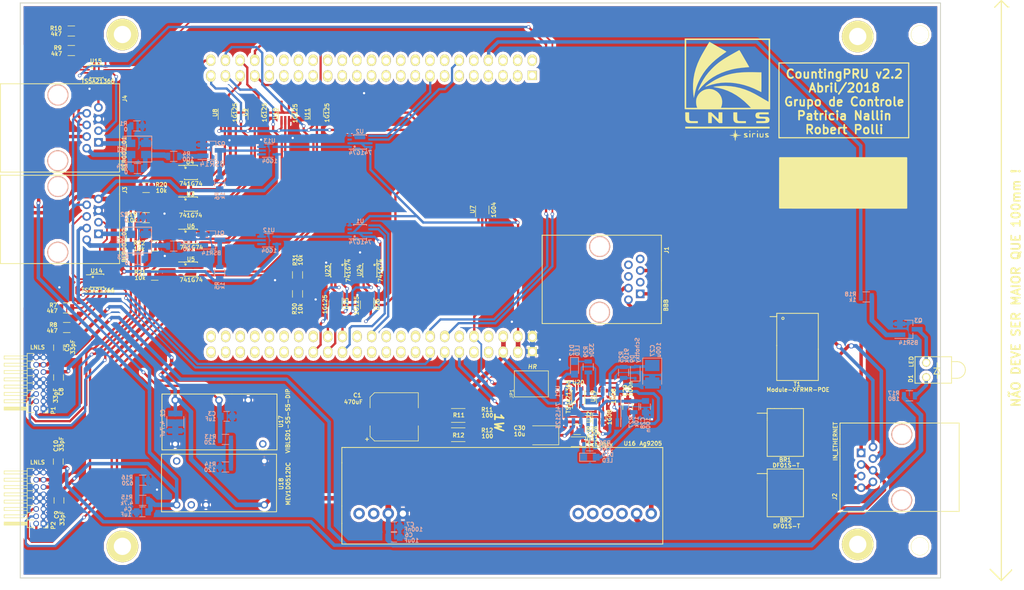
<source format=kicad_pcb>
(kicad_pcb (version 4) (host pcbnew 4.0.4+e1-6308~48~ubuntu15.10.1-stable)
  (layers (0 F.Cu signal) (31 B.Cu signal hide) (34 B.Paste user) (35 F.Paste user) (36 B.SilkS user) (37 F.SilkS user) (38 B.Mask user) (39 F.Mask user) (44 Edge.Cuts user))
  (net 0 "")
  (net 1 GND)
  (net 2 "Net-(Beagle1-PadC7)")
  (net 3 "Net-(Beagle1-PadC8)")
  (net 4 "Net-(Beagle1-PadC9)")
  (net 5 "Net-(Beagle1-PadC12)")
  (net 6 "Net-(Beagle1-PadC17)")
  (net 7 "Net-(Beagle1-PadC18)")
  (net 8 "Net-(Beagle1-PadC19)")
  (net 9 "Net-(Beagle1-PadC20)")
  (net 10 "Net-(Beagle1-PadC21)")
  (net 11 "Net-(Beagle1-PadC22)")
  (net 12 "Net-(Beagle1-PadC23)")
  (net 13 "Net-(Beagle1-PadC25)")
  (net 14 "Net-(Beagle1-PadC32)")
  (net 15 "Net-(Beagle1-PadC33)")
  (net 16 "Net-(Beagle1-PadC34)")
  (net 17 "Net-(Beagle1-PadC35)")
  (net 18 "Net-(Beagle1-PadC36)")
  (net 19 "Net-(Beagle1-PadC37)")
  (net 20 "Net-(Beagle1-PadC38)")
  (net 21 "Net-(Beagle1-PadC39)")
  (net 22 "Net-(Beagle1-PadC40)")
  (net 23 "Net-(Beagle1-PadC41)")
  (net 24 "Net-(Beagle1-PadC42)")
  (net 25 "Net-(Beagle1-PadC43)")
  (net 26 "Net-(Beagle1-PadC44)")
  (net 27 "Net-(Beagle1-PadB1)")
  (net 28 "Net-(Beagle1-PadB2)")
  (net 29 "Net-(Beagle1-PadB3)")
  (net 30 "Net-(Beagle1-PadB4)")
  (net 31 "Net-(Beagle1-PadB5)")
  (net 32 "Net-(Beagle1-PadB6)")
  (net 33 "Net-(Beagle1-PadB7)")
  (net 34 "Net-(Beagle1-PadB9)")
  (net 35 "Net-(Beagle1-PadB10)")
  (net 36 "Net-(Beagle1-PadB11)")
  (net 37 "Net-(Beagle1-PadB13)")
  (net 38 "Net-(Beagle1-PadB14)")
  (net 39 "Net-(Beagle1-PadB16)")
  (net 40 "Net-(Beagle1-PadB17)")
  (net 41 "Net-(Beagle1-PadB18)")
  (net 42 "Net-(Beagle1-PadB19)")
  (net 43 "Net-(Beagle1-PadB20)")
  (net 44 "Net-(Beagle1-PadB21)")
  (net 45 "Net-(Beagle1-PadB22)")
  (net 46 "Net-(Beagle1-PadB23)")
  (net 47 "Net-(Beagle1-PadB24)")
  (net 48 "Net-(Beagle1-PadB25)")
  (net 49 "Net-(Beagle1-PadB26)")
  (net 50 /CONTA_4)
  (net 51 "Net-(Beagle1-PadB30)")
  (net 52 "Net-(Beagle1-PadB31)")
  (net 53 "Net-(Beagle1-PadB32)")
  (net 54 "Net-(Beagle1-PadB33)")
  (net 55 "Net-(Beagle1-PadB34)")
  (net 56 "Net-(Beagle1-PadB35)")
  (net 57 "Net-(Beagle1-PadB36)")
  (net 58 "Net-(Beagle1-PadB37)")
  (net 59 "Net-(Beagle1-PadB38)")
  (net 60 /SINAL_5)
  (net 61 /SINAL_4)
  (net 62 /SINAL_3)
  (net 63 /CLEAR_1)
  (net 64 /CONTA_1)
  (net 65 "Net-(U1-Pad3)")
  (net 66 /CLEAR_3)
  (net 67 /CONTA_3)
  (net 68 "Net-(U2-Pad3)")
  (net 69 /CLEAR_5)
  (net 70 /CONTA_5)
  (net 71 "Net-(U3-Pad3)")
  (net 72 /CLEAR_2)
  (net 73 /CONTA_2)
  (net 74 "Net-(U4-Pad3)")
  (net 75 /CLEAR_4)
  (net 76 "Net-(U5-Pad3)")
  (net 77 "Net-(U6-Pad3)")
  (net 78 "Net-(Beagle1-PadB27)")
  (net 79 "Net-(Beagle1-PadB28)")
  (net 80 "Net-(Beagle1-PadB29)")
  (net 81 /CONTA_6)
  (net 82 /CLEAR_6)
  (net 83 /SINAL_6)
  (net 84 "Net-(Beagle1-PadC26)")
  (net 85 /SYS_RST)
  (net 86 "Net-(Beagle1-PadC45)")
  (net 87 "Net-(Beagle1-PadC46)")
  (net 88 /CONTA_6_BBB)
  (net 89 /CONTA_5_BBB)
  (net 90 /CONTA_4_BBB)
  (net 91 /CONTA_3_BBB)
  (net 92 +5V)
  (net 93 "Net-(Q1-Pad3)")
  (net 94 "Net-(Q2-Pad3)")
  (net 95 /~SYS_RST)
  (net 96 "Net-(R7-Pad2)")
  (net 97 "Net-(R8-Pad2)")
  (net 98 "Net-(R9-Pad2)")
  (net 99 "Net-(R10-Pad2)")
  (net 100 /CH1)
  (net 101 /CH3)
  (net 102 /CH2)
  (net 103 /CH4)
  (net 104 /Alimentação/VIN-)
  (net 105 /Alimentação/TDCT)
  (net 106 /Alimentação/VIN+)
  (net 107 /Alimentação/RDCT)
  (net 108 /BR2A)
  (net 109 /BR2B)
  (net 110 /TX+)
  (net 111 /TX-)
  (net 112 /RX+)
  (net 113 "Net-(J1-Pad4)")
  (net 114 "Net-(J1-Pad5)")
  (net 115 /RX-)
  (net 116 "Net-(J1-Pad7)")
  (net 117 "Net-(J1-Pad8)")
  (net 118 /TD1)
  (net 119 /TD2)
  (net 120 /RD1)
  (net 121 /RD2)
  (net 122 "Net-(Q1-Pad1)")
  (net 123 "Net-(Q2-Pad1)")
  (net 124 "Net-(R13-Pad2)")
  (net 125 "Net-(R15-Pad2)")
  (net 126 "Net-(U16-Pad3)")
  (net 127 "Net-(U16-Pad4)")
  (net 128 "Net-(U16-Pad5)")
  (net 129 "Net-(U16-Pad6)")
  (net 130 "Net-(U16-Pad10)")
  (net 131 "Net-(U16-Pad9)")
  (net 132 "Net-(U17-Pad7)")
  (net 133 "Net-(U18-Pad9)")
  (net 134 "Net-(U18-Pad7)")
  (net 135 "Net-(T1-Pad7)")
  (net 136 "Net-(T1-Pad2)")
  (net 137 "Net-(D1-Pad1)")
  (net 138 "Net-(D1-Pad2)")
  (net 139 "Net-(Q3-Pad1)")
  (net 140 /LED)
  (net 141 "Net-(R23-Pad1)")
  (net 142 "Net-(R24-Pad1)")
  (net 143 /GPIO_RST)
  (net 144 "Net-(C27-Pad1)")
  (net 145 /HardReset_BBB/RST_RST)
  (net 146 "Net-(D10-Pad1)")
  (net 147 "Net-(C30-Pad1)")
  (net 148 "Net-(D12-Pad1)")
  (net 149 /HardReset_BBB/HARD_RST)
  (net 150 "Net-(R26-Pad2)")
  (net 151 "Net-(R29-Pad2)")
  (net 152 "Net-(U20-Pad4)")
  (net 153 "Net-(U20-Pad3)")
  (net 154 /HardReset_BBB/pontoRST)
  (net 155 "Net-(U20-Pad5)")
  (net 156 "Net-(U19-Pad4)")
  (net 157 /HardReset_BBB/pulsRST)
  (net 158 /HardReset_BBB/pulsoWAIT)
  (net 159 /Bergoz/D+_02)
  (net 160 /Bergoz/D-_02)
  (net 161 /Bergoz/BIN_02)
  (net 162 /Bergoz/AIN_02)
  (net 163 /Bergoz/D+_01)
  (net 164 /Bergoz/D-_01)
  (net 165 /Bergoz/BIN_01)
  (net 166 /Bergoz/AIN_01)
  (net 167 /SINAL_7)
  (net 168 /SINAL_8)
  (net 169 /Bergoz/SINAL_2)
  (net 170 /Bergoz/SINAL_1)
  (net 171 "Net-(U23-Pad3)")
  (net 172 /CONTA_7)
  (net 173 /CLEAR_7)
  (net 174 "Net-(U24-Pad3)")
  (net 175 /CONTA_8)
  (net 176 /CLEAR_8)
  (net 177 /CONTA_7_BBB)
  (net 178 /CONTA_8_BBB)
  (net 179 +24V)
  (net 180 +3.3V)
  (net 181 -5V)
  (module Capacitors_Tantalum_SMD:CP_Tantalum_Case-T_EIA-3528-12_Reflow (layer F.Cu) (at 122.15364 94.6912 180)
    (fp_text reference C30 (at 4.0132 1.27 180) (layer F.SilkS) (effects (font (size 0.7 0.7))))
    (fp_text value 10u (at 4.0132 0.2032 180) (layer F.SilkS) (effects (font (size 0.7 0.7))))
    (pad 1 smd rect (at -1.525 0 180) (size 1.95 2.5) (layers F.Cu F.Paste F.Mask) (net 147 "Net-(C30-Pad1)"))
    (pad 2 smd rect (at 1.525 0 180) (size 1.95 2.5) (layers F.Cu F.Paste F.Mask) (net 1 GND))
  )
  (module CONTROLE:TSSOP-8 (layer F.Cu) (at 86.42524 66 270)
    (fp_text reference U23 (at 0.0908 1.6604 270) (layer F.SilkS) (effects (font (size 0.7 0.7))))
    (fp_text value 741G74 (at 0.04 -1.9464 270) (layer F.SilkS) (effects (font (size 0.7 0.7))))
    (pad 4 smd rect (at -1.8 0.975 270) (size 0.75 0.35) (layers F.Cu F.Paste F.Mask) (net 1 GND))
    (pad 3 smd rect (at -1.8 0.325 270) (size 0.75 0.35) (layers F.Cu F.Paste F.Mask) (net 171 "Net-(U23-Pad3)"))
    (pad 2 smd rect (at -1.8 -0.325 270) (size 0.75 0.35) (layers F.Cu F.Paste F.Mask) (net 180 +3.3V))
    (pad 1 smd rect (at -1.8 -0.975 270) (size 0.75 0.35) (layers F.Cu F.Paste F.Mask) (net 167 /SINAL_7))
    (pad 5 smd rect (at 1.8 0.975 270) (size 0.75 0.35) (layers F.Cu F.Paste F.Mask) (net 172 /CONTA_7))
    (pad 6 smd rect (at 1.8 0.325 270) (size 0.75 0.35) (layers F.Cu F.Paste F.Mask) (net 173 /CLEAR_7))
    (pad 8 smd rect (at 1.8 -0.975 270) (size 0.75 0.35) (layers F.Cu F.Paste F.Mask) (net 180 +3.3V))
    (pad 7 smd rect (at 1.8 -0.325 270) (size 0.75 0.35) (layers F.Cu F.Paste F.Mask) (net 180 +3.3V))
  )
  (module CONTROLE:TSSOP-8 (layer F.Cu) (at 92 66 270)
    (fp_text reference U24 (at 0.0146 1.69796 270) (layer F.SilkS) (effects (font (size 0.7 0.7))))
    (fp_text value 741G74 (at 0.04 -1.95964 270) (layer F.SilkS) (effects (font (size 0.7 0.7))))
    (pad 4 smd rect (at -1.8 0.975 270) (size 0.75 0.35) (layers F.Cu F.Paste F.Mask) (net 1 GND))
    (pad 3 smd rect (at -1.8 0.325 270) (size 0.75 0.35) (layers F.Cu F.Paste F.Mask) (net 174 "Net-(U24-Pad3)"))
    (pad 2 smd rect (at -1.8 -0.325 270) (size 0.75 0.35) (layers F.Cu F.Paste F.Mask) (net 180 +3.3V))
    (pad 1 smd rect (at -1.8 -0.975 270) (size 0.75 0.35) (layers F.Cu F.Paste F.Mask) (net 168 /SINAL_8))
    (pad 5 smd rect (at 1.8 0.975 270) (size 0.75 0.35) (layers F.Cu F.Paste F.Mask) (net 175 /CONTA_8))
    (pad 6 smd rect (at 1.8 0.325 270) (size 0.75 0.35) (layers F.Cu F.Paste F.Mask) (net 176 /CLEAR_8))
    (pad 8 smd rect (at 1.8 -0.975 270) (size 0.75 0.35) (layers F.Cu F.Paste F.Mask) (net 180 +3.3V))
    (pad 7 smd rect (at 1.8 -0.325 270) (size 0.75 0.35) (layers F.Cu F.Paste F.Mask) (net 180 +3.3V))
  )
  (module Pin_Headers:Pin_Header_Angled_2x08_Pitch1.27mm (layer F.Cu) (at 35.35724 110.04084 180)
    (fp_text reference P2 (at -1.7064 -0.32956 270) (layer F.SilkS) (effects (font (size 0.7 0.7))))
    (fp_text value LNLS (at 1.0368 10.64324 360) (layer F.SilkS) (effects (font (size 0.7 0.7))))
    (pad 1 thru_hole rect (at 0 0 180) (size 1 1) (drill 0.65) (layers *.Cu *.Mask) (net 1 GND))
    (pad 2 thru_hole oval (at 1.27 0 180) (size 1 1) (drill 0.65) (layers *.Cu *.Mask) (net 83 /SINAL_6))
    (pad 3 thru_hole oval (at 0 1.27 180) (size 1 1) (drill 0.65) (layers *.Cu *.Mask) (net 1 GND))
    (pad 4 thru_hole oval (at 1.27 1.27 180) (size 1 1) (drill 0.65) (layers *.Cu *.Mask) (net 167 /SINAL_7))
    (pad 5 thru_hole oval (at 0 2.54 180) (size 1 1) (drill 0.65) (layers *.Cu *.Mask) (net 1 GND))
    (pad 6 thru_hole oval (at 1.27 2.54 180) (size 1 1) (drill 0.65) (layers *.Cu *.Mask) (net 168 /SINAL_8))
    (pad 7 thru_hole oval (at 0 3.81 180) (size 1 1) (drill 0.65) (layers *.Cu *.Mask) (net 1 GND))
    (pad 8 thru_hole oval (at 1.27 3.81 180) (size 1 1) (drill 0.65) (layers *.Cu *.Mask) (net 1 GND))
    (pad 9 thru_hole oval (at 0 5.08 180) (size 1 1) (drill 0.65) (layers *.Cu *.Mask) (net 1 GND))
    (pad 10 thru_hole oval (at 1.27 5.08 180) (size 1 1) (drill 0.65) (layers *.Cu *.Mask) (net 1 GND))
    (pad 11 thru_hole oval (at 0 6.35 180) (size 1 1) (drill 0.65) (layers *.Cu *.Mask) (net 179 +24V))
    (pad 12 thru_hole oval (at 1.27 6.35 180) (size 1 1) (drill 0.65) (layers *.Cu *.Mask) (net 1 GND))
    (pad 13 thru_hole oval (at 0 7.62 180) (size 1 1) (drill 0.65) (layers *.Cu *.Mask) (net 92 +5V))
    (pad 14 thru_hole oval (at 1.27 7.62 180) (size 1 1) (drill 0.65) (layers *.Cu *.Mask) (net 92 +5V))
    (pad 15 thru_hole oval (at 0 8.89 180) (size 1 1) (drill 0.65) (layers *.Cu *.Mask) (net 1 GND))
    (pad 16 thru_hole oval (at 1.27 8.89 180) (size 1 1) (drill 0.65) (layers *.Cu *.Mask) (net 1 GND))
  )
  (module Controle:Trafo_murata_SMD (layer B.Cu) (at 47.68084 45.974 270)
    (fp_text reference T3 (at -1 -1 270) (layer B.SilkS) (effects (font (size 0.7 0.7)) (justify mirror)))
    (fp_text value CMC hide)
    (pad 2 smd rect (at -2.05 -2.8 270) (size 1.3 1.7) (layers B.Cu B.Paste B.Mask) (net 164 /Bergoz/D-_01))
    (pad 1 smd rect (at -0.1 -2.8 270) (size 1.3 1.7) (layers B.Cu B.Paste B.Mask) (net 163 /Bergoz/D+_01))
    (pad 4 smd rect (at -0.1 -5.5 270) (size 1.3 1.7) (layers B.Cu B.Paste B.Mask) (net 142 "Net-(R24-Pad1)"))
    (pad 3 smd rect (at -2.05 -5.5 270) (size 1.3 1.7) (layers B.Cu B.Paste B.Mask) (net 1 GND))
  )
  (module Controle:TSSOP-8 (layer B.Cu) (at 90.39724 43.59084)
    (fp_text reference U2 (at -0.0444 -1.73164) (layer B.SilkS) (effects (font (size 0.7 0.7)) (justify mirror)))
    (fp_text value 741G74 (at 0.0572 1.97676) (layer B.SilkS) (effects (font (size 0.7 0.7)) (justify mirror)))
    (pad 4 smd rect (at -1.8 -0.975) (size 0.75 0.35) (layers B.Cu B.Paste B.Mask) (net 1 GND))
    (pad 3 smd rect (at -1.8 -0.325) (size 0.75 0.35) (layers B.Cu B.Paste B.Mask) (net 68 "Net-(U2-Pad3)"))
    (pad 2 smd rect (at -1.8 0.325) (size 0.75 0.35) (layers B.Cu B.Paste B.Mask) (net 180 +3.3V))
    (pad 1 smd rect (at -1.8 0.975) (size 0.75 0.35) (layers B.Cu B.Paste B.Mask) (net 170 /Bergoz/SINAL_1))
    (pad 5 smd rect (at 1.8 -0.975) (size 0.75 0.35) (layers B.Cu B.Paste B.Mask) (net 64 /CONTA_1))
    (pad 6 smd rect (at 1.8 -0.325) (size 0.75 0.35) (layers B.Cu B.Paste B.Mask) (net 63 /CLEAR_1))
    (pad 8 smd rect (at 1.8 0.975) (size 0.75 0.35) (layers B.Cu B.Paste B.Mask) (net 180 +3.3V))
    (pad 7 smd rect (at 1.8 0.325) (size 0.75 0.35) (layers B.Cu B.Paste B.Mask) (net 180 +3.3V))
  )
  (module Controle:TSSOP-8 (layer B.Cu) (at 90.39724 59.19084)
    (fp_text reference U1 (at 0.0064 -1.73604) (layer B.SilkS) (effects (font (size 0.7 0.7)) (justify mirror)))
    (fp_text value 741G74 (at 0.0572 1.92156) (layer B.SilkS) (effects (font (size 0.7 0.7)) (justify mirror)))
    (pad 4 smd rect (at -1.8 -0.975) (size 0.75 0.35) (layers B.Cu B.Paste B.Mask) (net 1 GND))
    (pad 3 smd rect (at -1.8 -0.325) (size 0.75 0.35) (layers B.Cu B.Paste B.Mask) (net 65 "Net-(U1-Pad3)"))
    (pad 2 smd rect (at -1.8 0.325) (size 0.75 0.35) (layers B.Cu B.Paste B.Mask) (net 180 +3.3V))
    (pad 1 smd rect (at -1.8 0.975) (size 0.75 0.35) (layers B.Cu B.Paste B.Mask) (net 169 /Bergoz/SINAL_2))
    (pad 5 smd rect (at 1.8 -0.975) (size 0.75 0.35) (layers B.Cu B.Paste B.Mask) (net 73 /CONTA_2))
    (pad 6 smd rect (at 1.8 -0.325) (size 0.75 0.35) (layers B.Cu B.Paste B.Mask) (net 72 /CLEAR_2))
    (pad 8 smd rect (at 1.8 0.975) (size 0.75 0.35) (layers B.Cu B.Paste B.Mask) (net 180 +3.3V))
    (pad 7 smd rect (at 1.8 0.325) (size 0.75 0.35) (layers B.Cu B.Paste B.Mask) (net 180 +3.3V))
  )
  (module Capacitors_SMD:C_0805 (layer F.Cu) (at 37.97804 84.63 270)
    (fp_text reference C8 (at 2.4892 -0.4572 270) (layer F.SilkS) (effects (font (size 0.7 0.7))))
    (fp_text value 33pF (at 3.1496 0.508 270) (layer F.SilkS) (effects (font (size 0.7 0.7))))
    (pad 1 smd rect (at -1 0 270) (size 1 1.25) (layers F.Cu F.Paste F.Mask) (net 179 +24V))
    (pad 2 smd rect (at 1 0 270) (size 1 1.25) (layers F.Cu F.Paste F.Mask) (net 1 GND))
  )
  (module Controle:RJ45-STEWART (layer F.Cu) (at 178.25724 104.44084 90)
    (fp_text reference J2 (at -0.90916 -5.30724 90) (layer F.SilkS) (effects (font (size 0.7 0.7))))
    (fp_text value IN_ETHERNET (at 8.68284 -5.202 90) (layer F.SilkS) (effects (font (size 0.7 0.7))))
    (pad "" np_thru_hole circle (at 9.905 6.35 90) (size 3.65 3.65) (drill 3.25) (layers *.Cu *.SilkS *.Mask))
    (pad "" np_thru_hole circle (at -1.525 6.325 90) (size 3.65 3.65) (drill 3.25) (layers *.Cu *.SilkS *.Mask))
    (pad 2 thru_hole circle (at 7.725 1.325 90) (size 1.5 1.5) (drill 0.9) (layers *.Cu *.Mask) (net 119 /TD2))
    (pad 1 thru_hole rect (at 6.7 -0.725 90) (size 1.5 1.5) (drill 0.9) (layers *.Cu *.Mask) (net 118 /TD1))
    (pad 3 thru_hole circle (at 5.7 1.325 90) (size 1.5 1.5) (drill 0.9) (layers *.Cu *.Mask) (net 120 /RD1))
    (pad 5 thru_hole circle (at 4.675 -0.725 90) (size 1.5 1.5) (drill 0.9) (layers *.Cu *.Mask) (net 108 /BR2A))
    (pad 4 thru_hole circle (at 3.675 1.325 90) (size 1.5 1.5) (drill 0.9) (layers *.Cu *.Mask) (net 108 /BR2A))
    (pad 6 thru_hole circle (at 2.65 -0.725 90) (size 1.5 1.5) (drill 0.9) (layers *.Cu *.Mask) (net 121 /RD2))
    (pad 8 thru_hole circle (at 1.65 1.325 90) (size 1.5 1.5) (drill 0.9) (layers *.Cu *.Mask) (net 109 /BR2B))
    (pad 7 thru_hole circle (at 0.635 -0.715 90) (size 1.5 1.5) (drill 0.9) (layers *.Cu *.Mask) (net 109 /BR2B))
  )
  (module Controle:Trafo_murata_SMD (layer B.Cu) (at 47.65 61.8 270)
    (fp_text reference T2 (at -1 -1 270) (layer B.SilkS) (effects (font (size 0.7 0.7)) (justify mirror)))
    (fp_text value CMC hide)
    (pad 2 smd rect (at -2.05 -2.8 270) (size 1.3 1.7) (layers B.Cu B.Paste B.Mask) (net 160 /Bergoz/D-_02))
    (pad 1 smd rect (at -0.1 -2.8 270) (size 1.3 1.7) (layers B.Cu B.Paste B.Mask) (net 159 /Bergoz/D+_02))
    (pad 4 smd rect (at -0.1 -5.5 270) (size 1.3 1.7) (layers B.Cu B.Paste B.Mask) (net 141 "Net-(R23-Pad1)"))
    (pad 3 smd rect (at -2.05 -5.5 270) (size 1.3 1.7) (layers B.Cu B.Paste B.Mask) (net 1 GND))
  )
  (module Controle:TSSOP-8 (layer F.Cu) (at 60.99724 65.89084)
    (fp_text reference U5 (at -0.0068 -1.83204) (layer F.SilkS) (effects (font (size 0.7 0.7))))
    (fp_text value 741G74 (at 0.044 1.77476) (layer F.SilkS) (effects (font (size 0.7 0.7))))
    (pad 4 smd rect (at -1.8 0.975) (size 0.75 0.35) (layers F.Cu F.Paste F.Mask) (net 1 GND))
    (pad 3 smd rect (at -1.8 0.325) (size 0.75 0.35) (layers F.Cu F.Paste F.Mask) (net 76 "Net-(U5-Pad3)"))
    (pad 2 smd rect (at -1.8 -0.325) (size 0.75 0.35) (layers F.Cu F.Paste F.Mask) (net 180 +3.3V))
    (pad 1 smd rect (at -1.8 -0.975) (size 0.75 0.35) (layers F.Cu F.Paste F.Mask) (net 60 /SINAL_5))
    (pad 5 smd rect (at 1.8 0.975) (size 0.75 0.35) (layers F.Cu F.Paste F.Mask) (net 70 /CONTA_5))
    (pad 6 smd rect (at 1.8 0.325) (size 0.75 0.35) (layers F.Cu F.Paste F.Mask) (net 69 /CLEAR_5))
    (pad 8 smd rect (at 1.8 -0.975) (size 0.75 0.35) (layers F.Cu F.Paste F.Mask) (net 180 +3.3V))
    (pad 7 smd rect (at 1.8 -0.325) (size 0.75 0.35) (layers F.Cu F.Paste F.Mask) (net 180 +3.3V))
  )
  (module Controle:TSSOP-8 (layer F.Cu) (at 60.99724 60.19084)
    (fp_text reference U6 (at -0.0068 -1.87244) (layer F.SilkS) (effects (font (size 0.7 0.7))))
    (fp_text value 741G74 (at 0.0948 1.83596) (layer F.SilkS) (effects (font (size 0.7 0.7))))
    (pad 4 smd rect (at -1.8 0.975) (size 0.75 0.35) (layers F.Cu F.Paste F.Mask) (net 1 GND))
    (pad 3 smd rect (at -1.8 0.325) (size 0.75 0.35) (layers F.Cu F.Paste F.Mask) (net 77 "Net-(U6-Pad3)"))
    (pad 2 smd rect (at -1.8 -0.325) (size 0.75 0.35) (layers F.Cu F.Paste F.Mask) (net 180 +3.3V))
    (pad 1 smd rect (at -1.8 -0.975) (size 0.75 0.35) (layers F.Cu F.Paste F.Mask) (net 83 /SINAL_6))
    (pad 5 smd rect (at 1.8 0.975) (size 0.75 0.35) (layers F.Cu F.Paste F.Mask) (net 81 /CONTA_6))
    (pad 6 smd rect (at 1.8 0.325) (size 0.75 0.35) (layers F.Cu F.Paste F.Mask) (net 82 /CLEAR_6))
    (pad 8 smd rect (at 1.8 -0.975) (size 0.75 0.35) (layers F.Cu F.Paste F.Mask) (net 180 +3.3V))
    (pad 7 smd rect (at 1.8 -0.325) (size 0.75 0.35) (layers F.Cu F.Paste F.Mask) (net 180 +3.3V))
  )
  (module Controle:TSSOP-8 (layer F.Cu) (at 60.99724 54.59084)
    (fp_text reference U3 (at -0.0576 -1.86044) (layer F.SilkS) (effects (font (size 0.7 0.7))))
    (fp_text value 741G74 (at -0.0576 1.84796) (layer F.SilkS) (effects (font (size 0.7 0.7))))
    (pad 4 smd rect (at -1.8 0.975) (size 0.75 0.35) (layers F.Cu F.Paste F.Mask) (net 1 GND))
    (pad 3 smd rect (at -1.8 0.325) (size 0.75 0.35) (layers F.Cu F.Paste F.Mask) (net 71 "Net-(U3-Pad3)"))
    (pad 2 smd rect (at -1.8 -0.325) (size 0.75 0.35) (layers F.Cu F.Paste F.Mask) (net 180 +3.3V))
    (pad 1 smd rect (at -1.8 -0.975) (size 0.75 0.35) (layers F.Cu F.Paste F.Mask) (net 62 /SINAL_3))
    (pad 5 smd rect (at 1.8 0.975) (size 0.75 0.35) (layers F.Cu F.Paste F.Mask) (net 67 /CONTA_3))
    (pad 6 smd rect (at 1.8 0.325) (size 0.75 0.35) (layers F.Cu F.Paste F.Mask) (net 66 /CLEAR_3))
    (pad 8 smd rect (at 1.8 -0.975) (size 0.75 0.35) (layers F.Cu F.Paste F.Mask) (net 180 +3.3V))
    (pad 7 smd rect (at 1.8 -0.325) (size 0.75 0.35) (layers F.Cu F.Paste F.Mask) (net 180 +3.3V))
  )
  (module Controle:TSSOP-8 (layer F.Cu) (at 60.99724 49.09084)
    (fp_text reference U4 (at -0.1592 -1.89764) (layer F.SilkS) (effects (font (size 0.7 0.7))))
    (fp_text value 741G74 (at -0.0068 1.86156) (layer F.SilkS) (effects (font (size 0.7 0.7))))
    (pad 4 smd rect (at -1.8 0.975) (size 0.75 0.35) (layers F.Cu F.Paste F.Mask) (net 1 GND))
    (pad 3 smd rect (at -1.8 0.325) (size 0.75 0.35) (layers F.Cu F.Paste F.Mask) (net 74 "Net-(U4-Pad3)"))
    (pad 2 smd rect (at -1.8 -0.325) (size 0.75 0.35) (layers F.Cu F.Paste F.Mask) (net 180 +3.3V))
    (pad 1 smd rect (at -1.8 -0.975) (size 0.75 0.35) (layers F.Cu F.Paste F.Mask) (net 61 /SINAL_4))
    (pad 5 smd rect (at 1.8 0.975) (size 0.75 0.35) (layers F.Cu F.Paste F.Mask) (net 50 /CONTA_4))
    (pad 6 smd rect (at 1.8 0.325) (size 0.75 0.35) (layers F.Cu F.Paste F.Mask) (net 75 /CLEAR_4))
    (pad 8 smd rect (at 1.8 -0.975) (size 0.75 0.35) (layers F.Cu F.Paste F.Mask) (net 180 +3.3V))
    (pad 7 smd rect (at 1.8 -0.325) (size 0.75 0.35) (layers F.Cu F.Paste F.Mask) (net 180 +3.3V))
  )
  (module Controle:module-xfrmr-poe (layer F.Cu) (at 171.95724 79.63084 270)
    (fp_text reference T1 (at 6.17036 5.5568 360) (layer F.SilkS) (effects (font (size 0.7 0.7))))
    (fp_text value Module-XFRMR-POE (at 7.13556 5.4044 360) (layer F.SilkS) (effects (font (size 0.7 0.7))))
    (pad 16 smd rect (at -4.65 1.225 270) (size 0.62 1.14) (layers F.Cu F.Paste F.Mask) (net 118 /TD1))
    (pad 15 smd rect (at -3.4 1.225 270) (size 0.62 1.14) (layers F.Cu F.Paste F.Mask) (net 105 /Alimentação/TDCT))
    (pad 14 smd rect (at -2.125 1.225 270) (size 0.62 1.14) (layers F.Cu F.Paste F.Mask) (net 119 /TD2))
    (pad 13 smd rect (at -0.85 1.225 270) (size 0.62 1.14) (layers F.Cu F.Paste F.Mask))
    (pad 12 smd rect (at 0.425 1.225 270) (size 0.62 1.14) (layers F.Cu F.Paste F.Mask))
    (pad 11 smd rect (at 1.7 1.225 270) (size 0.62 1.14) (layers F.Cu F.Paste F.Mask) (net 120 /RD1))
    (pad 10 smd rect (at 2.975 1.225 270) (size 0.62 1.14) (layers F.Cu F.Paste F.Mask) (net 107 /Alimentação/RDCT))
    (pad 9 smd rect (at 4.225 1.225 270) (size 0.62 1.14) (layers F.Cu F.Paste F.Mask) (net 121 /RD2))
    (pad 1 smd rect (at -4.675 9.75 270) (size 0.62 1.14) (layers F.Cu F.Paste F.Mask) (net 110 /TX+))
    (pad 7 smd rect (at 2.975 9.75 270) (size 0.62 1.14) (layers F.Cu F.Paste F.Mask) (net 135 "Net-(T1-Pad7)"))
    (pad 6 smd rect (at 1.7 9.75 270) (size 0.62 1.14) (layers F.Cu F.Paste F.Mask) (net 112 /RX+))
    (pad 5 smd rect (at 0.425 9.75 270) (size 0.62 1.14) (layers F.Cu F.Paste F.Mask))
    (pad 4 smd rect (at -0.825 9.75 270) (size 0.62 1.14) (layers F.Cu F.Paste F.Mask))
    (pad 3 smd rect (at -2.1 9.75 270) (size 0.62 1.14) (layers F.Cu F.Paste F.Mask) (net 111 /TX-))
    (pad 2 smd rect (at -3.425 9.75 270) (size 0.62 1.14) (layers F.Cu F.Paste F.Mask) (net 136 "Net-(T1-Pad2)"))
    (pad 8 smd rect (at 4.225 9.75 270) (size 0.62 1.14) (layers F.Cu F.Paste F.Mask) (net 115 /RX-))
  )
  (module CONTROLE:Eurocard_template (layer F.Cu) (at 191.3282 119.501 180)
    (fp_text reference " " hide)
    (fp_text value C64AC)
    (pad 1 thru_hole circle (at 14.3891 94.158 180) (size 5.5 5.5) (drill 3) (layers *.Cu *.Mask F.SilkS))
    (pad 0 thru_hole circle (at 142.24 94.5 180) (size 5.5 5.5) (drill 3) (layers *.Cu *.Mask F.SilkS))
    (pad 0 thru_hole circle (at 142.24 5.5 180) (size 5.5 5.5) (drill 3) (layers *.Cu *.Mask F.SilkS))
    (pad 0 thru_hole circle (at 3.57 5.5 180) (size 3 3) (drill 3) (layers *.Cu *.Mask F.SilkS))
    (pad 0 thru_hole circle (at 3.57 94.5 180) (size 3 3) (drill 3) (layers *.Cu *.Mask F.SilkS))
    (pad 1 thru_hole circle (at 14.3891 5.842 180) (size 5.5 5.5) (drill 3) (layers *.Cu *.Mask F.SilkS))
  )
  (module Controle:9200-Silvertel (layer F.Cu) (at 113.83724 114.60084 180)
    (fp_text reference U16 (at -23.4548 18.48724 180) (layer F.SilkS) (effects (font (size 0.7 0.7))))
    (fp_text value Ag9205 (at -27.1124 18.48724 180) (layer F.SilkS) (effects (font (size 0.7 0.7))))
    (pad 1 thru_hole circle (at -27.2 6.3 180) (size 2 2) (drill 1.1) (layers *.Cu *.Mask) (net 106 /Alimentação/VIN+))
    (pad 2 thru_hole circle (at -24.66 6.3 180) (size 2 2) (drill 1.1) (layers *.Cu *.Mask) (net 104 /Alimentação/VIN-))
    (pad 3 thru_hole circle (at -22.12 6.3 180) (size 2 2) (drill 1.1) (layers *.Cu *.Mask) (net 126 "Net-(U16-Pad3)"))
    (pad 4 thru_hole circle (at -19.58 6.3 180) (size 2 2) (drill 1.1) (layers *.Cu *.Mask) (net 127 "Net-(U16-Pad4)"))
    (pad 5 thru_hole circle (at -17.04 6.3 180) (size 2 2) (drill 1.1) (layers *.Cu *.Mask) (net 128 "Net-(U16-Pad5)"))
    (pad 6 thru_hole circle (at -14.5 6.3 180) (size 2 2) (drill 1.1) (layers *.Cu *.Mask) (net 129 "Net-(U16-Pad6)"))
    (pad 10 thru_hole circle (at 23.6 6.3 180) (size 2 2) (drill 1.1) (layers *.Cu *.Mask) (net 130 "Net-(U16-Pad10)"))
    (pad 9 thru_hole circle (at 21.06 6.3 180) (size 2 2) (drill 1.1) (layers *.Cu *.Mask) (net 131 "Net-(U16-Pad9)"))
    (pad 8 thru_hole circle (at 18.52 6.3 180) (size 2 2) (drill 1.1) (layers *.Cu *.Mask) (net 92 +5V))
    (pad 7 thru_hole circle (at 15.98 6.3 180) (size 2 2) (drill 1.1) (layers *.Cu *.Mask) (net 1 GND))
  )
  (module Controle:VIBLSD1-DIP (layer F.Cu) (at 65.95724 85.97084)
    (fp_text reference U17 (at 10.6796 6.33276 90) (layer F.SilkS) (effects (font (size 0.7 0.7))))
    (fp_text value VIBLSD1-S5-S5-DIP (at 11.8988 6.23116 90) (layer F.SilkS) (effects (font (size 0.7 0.7))))
    (pad 7 thru_hole circle (at 7.54 10.22) (size 1.3 1.3) (drill 0.8) (layers *.Cu *.Mask) (net 132 "Net-(U17-Pad7)"))
    (pad 9 thru_hole circle (at 5 2.6) (size 1.3 1.3) (drill 0.8) (layers *.Cu *.Mask) (net 1 GND))
    (pad 11 thru_hole circle (at -0.08 2.6) (size 1.3 1.3) (drill 0.8) (layers *.Cu *.Mask) (net 181 -5V))
    (pad 1 thru_hole circle (at -7.7 10.22) (size 1.3 1.3) (drill 0.8) (layers *.Cu *.Mask) (net 1 GND))
    (pad 14 thru_hole circle (at -7.7 2.6) (size 1.3 1.3) (drill 0.8) (layers *.Cu *.Mask) (net 92 +5V))
  )
  (module Controle:MEV1D0512DC (layer F.Cu) (at 65.95724 103.16084 180)
    (fp_text reference U18 (at -10.7304 0.03684 270) (layer F.SilkS) (effects (font (size 0.7 0.7))))
    (fp_text value MEV1D0512DC (at -11.9496 0.03684 270) (layer F.SilkS) (effects (font (size 0.7 0.7))))
    (pad 8 thru_hole circle (at 7.44 -3.62 180) (size 1.3 1.3) (drill 0.8) (layers *.Cu *.Mask) (net 179 +24V))
    (pad 9 thru_hole circle (at 4.9 -3.62 180) (size 1.3 1.3) (drill 0.8) (layers *.Cu *.Mask) (net 133 "Net-(U18-Pad9)"))
    (pad 10 thru_hole circle (at 2.36 -3.62 180) (size 1.3 1.3) (drill 0.8) (layers *.Cu *.Mask) (net 1 GND))
    (pad 14 thru_hole circle (at -7.8 -3.62 180) (size 1.3 1.3) (drill 0.8) (layers *.Cu *.Mask) (net 92 +5V))
    (pad 1 thru_hole circle (at -7.8 4 180) (size 1.3 1.3) (drill 0.8) (layers *.Cu *.Mask) (net 1 GND) (thermal_gap 0.1))
    (pad 7 thru_hole circle (at 7.44 4 180) (size 1.3 1.3) (drill 0.8) (layers *.Cu *.Mask) (net 134 "Net-(U18-Pad7)"))
  )
  (module Pin_Headers:Pin_Header_Angled_2x08_Pitch1.27mm (layer F.Cu) (at 35.35724 90.04084 180)
    (fp_text reference P1 (at -1.7064 -0.32956 270) (layer F.SilkS) (effects (font (size 0.7 0.7))))
    (fp_text value LNLS (at 1.0368 10.64324 360) (layer F.SilkS) (effects (font (size 0.7 0.7))))
    (pad 1 thru_hole rect (at 0 0 180) (size 1 1) (drill 0.65) (layers *.Cu *.Mask) (net 1 GND))
    (pad 2 thru_hole oval (at 1.27 0 180) (size 1 1) (drill 0.65) (layers *.Cu *.Mask) (net 62 /SINAL_3))
    (pad 3 thru_hole oval (at 0 1.27 180) (size 1 1) (drill 0.65) (layers *.Cu *.Mask) (net 1 GND))
    (pad 4 thru_hole oval (at 1.27 1.27 180) (size 1 1) (drill 0.65) (layers *.Cu *.Mask) (net 61 /SINAL_4))
    (pad 5 thru_hole oval (at 0 2.54 180) (size 1 1) (drill 0.65) (layers *.Cu *.Mask) (net 1 GND))
    (pad 6 thru_hole oval (at 1.27 2.54 180) (size 1 1) (drill 0.65) (layers *.Cu *.Mask) (net 60 /SINAL_5))
    (pad 7 thru_hole oval (at 0 3.81 180) (size 1 1) (drill 0.65) (layers *.Cu *.Mask) (net 1 GND))
    (pad 8 thru_hole oval (at 1.27 3.81 180) (size 1 1) (drill 0.65) (layers *.Cu *.Mask) (net 1 GND))
    (pad 9 thru_hole oval (at 0 5.08 180) (size 1 1) (drill 0.65) (layers *.Cu *.Mask) (net 1 GND))
    (pad 10 thru_hole oval (at 1.27 5.08 180) (size 1 1) (drill 0.65) (layers *.Cu *.Mask) (net 1 GND))
    (pad 11 thru_hole oval (at 0 6.35 180) (size 1 1) (drill 0.65) (layers *.Cu *.Mask) (net 179 +24V))
    (pad 12 thru_hole oval (at 1.27 6.35 180) (size 1 1) (drill 0.65) (layers *.Cu *.Mask) (net 1 GND))
    (pad 13 thru_hole oval (at 0 7.62 180) (size 1 1) (drill 0.65) (layers *.Cu *.Mask) (net 92 +5V))
    (pad 14 thru_hole oval (at 1.27 7.62 180) (size 1 1) (drill 0.65) (layers *.Cu *.Mask) (net 92 +5V))
    (pad 15 thru_hole oval (at 0 8.89 180) (size 1 1) (drill 0.65) (layers *.Cu *.Mask) (net 1 GND))
    (pad 16 thru_hole oval (at 1.27 8.89 180) (size 1 1) (drill 0.65) (layers *.Cu *.Mask) (net 1 GND))
  )
  (module Controle:LED_para_painel_KINGBRIGHT (layer F.Cu) (at 188.85724 83.33084 90)
    (fp_text reference D1 (at -1.50516 -2.6956 270) (layer F.SilkS) (effects (font (size 0.7 0.7))))
    (fp_text value LED (at 1.44124 -2.594 90) (layer F.SilkS) (effects (font (size 0.7 0.7))))
    (pad 1 thru_hole circle (at 1.27 0 90) (size 1.4 1.4) (drill 1) (layers *.Cu *.Mask F.SilkS) (net 137 "Net-(D1-Pad1)"))
    (pad 2 thru_hole circle (at -1.27 0 90) (size 1.4 1.4) (drill 1) (layers *.Cu *.Mask F.SilkS) (net 138 "Net-(D1-Pad2)"))
  )
  (module TO_SOT_Packages_SMD:SOT-353_SC-70-5_Handsoldering (layer F.Cu) (at 111.65 55.5 90)
    (fp_text reference U7 (at 0.0772 -1.68836 270) (layer F.SilkS) (effects (font (size 0.7 0.7))))
    (fp_text value 1G04 (at 0 2 90) (layer F.SilkS) (effects (font (size 0.7 0.7))))
    (pad 1 smd rect (at -1.33 -0.65 90) (size 1.5 0.4) (layers F.Cu F.Paste F.Mask))
    (pad 2 smd rect (at -1.33 0 90) (size 1.5 0.4) (layers F.Cu F.Paste F.Mask) (net 85 /SYS_RST))
    (pad 3 smd rect (at -1.33 0.65 90) (size 1.5 0.4) (layers F.Cu F.Paste F.Mask) (net 1 GND))
    (pad 4 smd rect (at 1.33 0.65 90) (size 1.5 0.4) (layers F.Cu F.Paste F.Mask) (net 95 /~SYS_RST))
    (pad 5 smd rect (at 1.33 -0.65 90) (size 1.5 0.4) (layers F.Cu F.Paste F.Mask) (net 180 +3.3V))
  )
  (module TO_SOT_Packages_SMD:SOT-353_SC-70-5_Handsoldering (layer F.Cu) (at 66.9 38.6 90)
    (fp_text reference U8 (at -0.008 -1.69316 270) (layer F.SilkS) (effects (font (size 0.7 0.7))))
    (fp_text value 1G125 (at 0.0428 1.76124 90) (layer F.SilkS) (effects (font (size 0.7 0.7))))
    (pad 1 smd rect (at -1.33 -0.65 90) (size 1.5 0.4) (layers F.Cu F.Paste F.Mask) (net 95 /~SYS_RST))
    (pad 2 smd rect (at -1.33 0 90) (size 1.5 0.4) (layers F.Cu F.Paste F.Mask) (net 50 /CONTA_4))
    (pad 3 smd rect (at -1.33 0.65 90) (size 1.5 0.4) (layers F.Cu F.Paste F.Mask) (net 1 GND))
    (pad 4 smd rect (at 1.33 0.65 90) (size 1.5 0.4) (layers F.Cu F.Paste F.Mask) (net 90 /CONTA_4_BBB))
    (pad 5 smd rect (at 1.33 -0.65 90) (size 1.5 0.4) (layers F.Cu F.Paste F.Mask) (net 180 +3.3V))
  )
  (module TO_SOT_Packages_SMD:SOT-353_SC-70-5_Handsoldering (layer F.Cu) (at 72.09724 38.59084 90)
    (fp_text reference U9 (at 0.03364 -1.658 270) (layer F.SilkS) (effects (font (size 0.7 0.7))))
    (fp_text value 1G125 (at 0.03364 1.6948 90) (layer F.SilkS) (effects (font (size 0.7 0.7))))
    (pad 1 smd rect (at -1.33 -0.65 90) (size 1.5 0.4) (layers F.Cu F.Paste F.Mask) (net 95 /~SYS_RST))
    (pad 2 smd rect (at -1.33 0 90) (size 1.5 0.4) (layers F.Cu F.Paste F.Mask) (net 67 /CONTA_3))
    (pad 3 smd rect (at -1.33 0.65 90) (size 1.5 0.4) (layers F.Cu F.Paste F.Mask) (net 1 GND))
    (pad 4 smd rect (at 1.33 0.65 90) (size 1.5 0.4) (layers F.Cu F.Paste F.Mask) (net 91 /CONTA_3_BBB))
    (pad 5 smd rect (at 1.33 -0.65 90) (size 1.5 0.4) (layers F.Cu F.Paste F.Mask) (net 180 +3.3V))
  )
  (module TO_SOT_Packages_SMD:SOT-353_SC-70-5_Handsoldering (layer F.Cu) (at 77.39724 38.59084 90)
    (fp_text reference U10 (at -0.16956 -1.7256 270) (layer F.SilkS) (effects (font (size 0.7 0.7))))
    (fp_text value 1G125 (at -0.11876 1.7288 90) (layer F.SilkS) (effects (font (size 0.7 0.7))))
    (pad 1 smd rect (at -1.33 -0.65 90) (size 1.5 0.4) (layers F.Cu F.Paste F.Mask) (net 95 /~SYS_RST))
    (pad 2 smd rect (at -1.33 0 90) (size 1.5 0.4) (layers F.Cu F.Paste F.Mask) (net 81 /CONTA_6))
    (pad 3 smd rect (at -1.33 0.65 90) (size 1.5 0.4) (layers F.Cu F.Paste F.Mask) (net 1 GND))
    (pad 4 smd rect (at 1.33 0.65 90) (size 1.5 0.4) (layers F.Cu F.Paste F.Mask) (net 88 /CONTA_6_BBB))
    (pad 5 smd rect (at 1.33 -0.65 90) (size 1.5 0.4) (layers F.Cu F.Paste F.Mask) (net 180 +3.3V))
  )
  (module TO_SOT_Packages_SMD:SOT-353_SC-70-5_Handsoldering (layer F.Cu) (at 82.89724 38.59084 90)
    (fp_text reference U11 (at -0.22036 -1.6884 270) (layer F.SilkS) (effects (font (size 0.7 0.7))))
    (fp_text value 1G125 (at -0.01716 1.766 90) (layer F.SilkS) (effects (font (size 0.7 0.7))))
    (pad 1 smd rect (at -1.33 -0.65 90) (size 1.5 0.4) (layers F.Cu F.Paste F.Mask) (net 95 /~SYS_RST))
    (pad 2 smd rect (at -1.33 0 90) (size 1.5 0.4) (layers F.Cu F.Paste F.Mask) (net 70 /CONTA_5))
    (pad 3 smd rect (at -1.33 0.65 90) (size 1.5 0.4) (layers F.Cu F.Paste F.Mask) (net 1 GND))
    (pad 4 smd rect (at 1.33 0.65 90) (size 1.5 0.4) (layers F.Cu F.Paste F.Mask) (net 89 /CONTA_5_BBB))
    (pad 5 smd rect (at 1.33 -0.65 90) (size 1.5 0.4) (layers F.Cu F.Paste F.Mask) (net 180 +3.3V))
  )
  (module TO_SOT_Packages_SMD:SOT-353_SC-70-5_Handsoldering (layer B.Cu) (at 74.59724 60.79084)
    (fp_text reference U12 (at -0.0432 -1.76124) (layer B.SilkS) (effects (font (size 0.7 0.7)) (justify mirror)))
    (fp_text value 1G04 (at 0.0076 1.79476) (layer B.SilkS) (effects (font (size 0.7 0.7)) (justify mirror)))
    (pad 1 smd rect (at -1.33 0.65) (size 1.5 0.4) (layers B.Cu B.Paste B.Mask))
    (pad 2 smd rect (at -1.33 0) (size 1.5 0.4) (layers B.Cu B.Paste B.Mask) (net 93 "Net-(Q1-Pad3)"))
    (pad 3 smd rect (at -1.33 -0.65) (size 1.5 0.4) (layers B.Cu B.Paste B.Mask) (net 1 GND))
    (pad 4 smd rect (at 1.33 -0.65) (size 1.5 0.4) (layers B.Cu B.Paste B.Mask) (net 169 /Bergoz/SINAL_2))
    (pad 5 smd rect (at 1.33 0.65) (size 1.5 0.4) (layers B.Cu B.Paste B.Mask) (net 92 +5V))
  )
  (module TO_SOT_Packages_SMD:SOT-353_SC-70-5_Handsoldering (layer B.Cu) (at 74.59724 45.19084)
    (fp_text reference U13 (at 0.0584 -1.70604) (layer B.SilkS) (effects (font (size 0.7 0.7)) (justify mirror)))
    (fp_text value 1G04 (at 0.1092 1.79916) (layer B.SilkS) (effects (font (size 0.7 0.7)) (justify mirror)))
    (pad 1 smd rect (at -1.33 0.65) (size 1.5 0.4) (layers B.Cu B.Paste B.Mask))
    (pad 2 smd rect (at -1.33 0) (size 1.5 0.4) (layers B.Cu B.Paste B.Mask) (net 94 "Net-(Q2-Pad3)"))
    (pad 3 smd rect (at -1.33 -0.65) (size 1.5 0.4) (layers B.Cu B.Paste B.Mask) (net 1 GND))
    (pad 4 smd rect (at 1.33 -0.65) (size 1.5 0.4) (layers B.Cu B.Paste B.Mask) (net 170 /Bergoz/SINAL_1))
    (pad 5 smd rect (at 1.33 0.65) (size 1.5 0.4) (layers B.Cu B.Paste B.Mask) (net 92 +5V))
  )
  (module Controle:LNLS_LOGO_Silk (layer F.Cu) (at 154.3 34.35)
    (fp_text reference " " hide)
    (fp_text value " " hide)
  )
  (module Controle:BBB_Upside_Down (layer F.Cu) (at 96.45 55.05)
    (fp_text reference Beagle1 hide)
    (fp_text value BeagleBone hide)
    (pad C1 thru_hole rect (at 23.92 25.085 180) (size 1.6 1.6) (drill 1.1) (layers *.Cu *.Mask F.SilkS) (net 1 GND))
    (pad C2 thru_hole oval (at 23.92 22.545 180) (size 1.6 2) (drill 1.1 (offset 0 0.1)) (layers *.Cu *.Mask F.SilkS) (net 1 GND))
    (pad C3 thru_hole oval (at 21.38 25.085 180) (size 1.6 2) (drill 1.1 (offset 0 -0.1)) (layers *.Cu *.Mask F.SilkS) (net 180 +3.3V))
    (pad C4 thru_hole oval (at 21.38 22.545 180) (size 1.6 2) (drill 1.1 (offset 0 0.1)) (layers *.Cu *.Mask F.SilkS) (net 180 +3.3V))
    (pad C5 thru_hole oval (at 18.84 25.085 180) (size 1.6 2) (drill 1.1 (offset 0 -0.1)) (layers *.Cu *.Mask F.SilkS) (net 92 +5V))
    (pad C6 thru_hole oval (at 18.84 22.545 180) (size 1.6 2) (drill 1.1 (offset 0 0.1)) (layers *.Cu *.Mask F.SilkS) (net 92 +5V))
    (pad C7 thru_hole oval (at 16.3 25.085 180) (size 1.6 2) (drill 1.1 (offset 0 -0.1)) (layers *.Cu *.Mask F.SilkS) (net 2 "Net-(Beagle1-PadC7)"))
    (pad C8 thru_hole oval (at 16.3 22.545 180) (size 1.6 2) (drill 1.1 (offset 0 0.1)) (layers *.Cu *.Mask F.SilkS) (net 3 "Net-(Beagle1-PadC8)"))
    (pad C9 thru_hole oval (at 13.76 25.085 180) (size 1.6 2) (drill 1.1 (offset 0 -0.1)) (layers *.Cu *.Mask F.SilkS) (net 4 "Net-(Beagle1-PadC9)"))
    (pad C10 thru_hole oval (at 13.76 22.545 180) (size 1.6 2) (drill 1.1 (offset 0 0.1)) (layers *.Cu *.Mask F.SilkS) (net 85 /SYS_RST))
    (pad C11 thru_hole oval (at 11.22 25.085 180) (size 1.6 2) (drill 1.1 (offset 0 -0.1)) (layers *.Cu *.Mask F.SilkS) (net 143 /GPIO_RST))
    (pad C12 thru_hole oval (at 11.22 22.545 180) (size 1.6 2) (drill 1.1 (offset 0 0.1)) (layers *.Cu *.Mask F.SilkS) (net 5 "Net-(Beagle1-PadC12)"))
    (pad C13 thru_hole oval (at 8.68 25.085 180) (size 1.6 2) (drill 1.1 (offset 0 -0.1)) (layers *.Cu *.Mask F.SilkS) (net 100 /CH1))
    (pad C14 thru_hole oval (at 8.68 22.545 180) (size 1.6 2) (drill 1.1 (offset 0 0.1)) (layers *.Cu *.Mask F.SilkS) (net 101 /CH3))
    (pad C15 thru_hole oval (at 6.14 25.085 180) (size 1.6 2) (drill 1.1 (offset 0 -0.1)) (layers *.Cu *.Mask F.SilkS) (net 102 /CH2))
    (pad C16 thru_hole oval (at 6.14 22.545 180) (size 1.6 2) (drill 1.1 (offset 0 0.1)) (layers *.Cu *.Mask F.SilkS) (net 103 /CH4))
    (pad C17 thru_hole oval (at 3.6 25.085 180) (size 1.6 2) (drill 1.1 (offset 0 -0.1)) (layers *.Cu *.Mask F.SilkS) (net 6 "Net-(Beagle1-PadC17)"))
    (pad C18 thru_hole oval (at 3.6 22.545 180) (size 1.6 2) (drill 1.1 (offset 0 0.1)) (layers *.Cu *.Mask F.SilkS) (net 7 "Net-(Beagle1-PadC18)"))
    (pad C19 thru_hole oval (at 1.06 25.085 180) (size 1.6 2) (drill 1.1 (offset 0 -0.1)) (layers *.Cu *.Mask F.SilkS) (net 8 "Net-(Beagle1-PadC19)"))
    (pad C20 thru_hole oval (at 1.06 22.545 180) (size 1.6 2) (drill 1.1 (offset 0 0.1)) (layers *.Cu *.Mask F.SilkS) (net 9 "Net-(Beagle1-PadC20)"))
    (pad C21 thru_hole oval (at -1.48 25.085 180) (size 1.6 2) (drill 1.1 (offset 0 -0.1)) (layers *.Cu *.Mask F.SilkS) (net 10 "Net-(Beagle1-PadC21)"))
    (pad C22 thru_hole oval (at -1.48 22.545 180) (size 1.6 2) (drill 1.1 (offset 0 0.1)) (layers *.Cu *.Mask F.SilkS) (net 11 "Net-(Beagle1-PadC22)"))
    (pad C23 thru_hole oval (at -4.02 25.085 180) (size 1.6 2) (drill 1.1 (offset 0 -0.1)) (layers *.Cu *.Mask F.SilkS) (net 12 "Net-(Beagle1-PadC23)"))
    (pad C24 thru_hole oval (at -4.02 22.545 180) (size 1.6 2) (drill 1.1 (offset 0 0.1)) (layers *.Cu *.Mask F.SilkS) (net 73 /CONTA_2))
    (pad C25 thru_hole oval (at -6.56 25.085 180) (size 1.6 2) (drill 1.1 (offset 0 -0.1)) (layers *.Cu *.Mask F.SilkS) (net 13 "Net-(Beagle1-PadC25)"))
    (pad C26 thru_hole oval (at -6.56 22.545 180) (size 1.6 2) (drill 1.1 (offset 0 0.1)) (layers *.Cu *.Mask F.SilkS) (net 84 "Net-(Beagle1-PadC26)"))
    (pad C27 thru_hole oval (at -9.1 25.085 180) (size 1.6 2) (drill 1.1 (offset 0 -0.1)) (layers *.Cu *.Mask F.SilkS) (net 72 /CLEAR_2))
    (pad C28 thru_hole oval (at -9.1 22.545 180) (size 1.6 2) (drill 1.1 (offset 0 0.1)) (layers *.Cu *.Mask F.SilkS) (net 178 /CONTA_8_BBB))
    (pad C29 thru_hole oval (at -11.64 25.085 180) (size 1.6 2) (drill 1.1 (offset 0 -0.1)) (layers *.Cu *.Mask F.SilkS) (net 176 /CLEAR_8))
    (pad C30 thru_hole oval (at -11.64 22.545 180) (size 1.6 2) (drill 1.1 (offset 0 0.1)) (layers *.Cu *.Mask F.SilkS) (net 177 /CONTA_7_BBB))
    (pad C31 thru_hole oval (at -14.18 25.085 180) (size 1.6 2) (drill 1.1 (offset 0 -0.1)) (layers *.Cu *.Mask F.SilkS) (net 173 /CLEAR_7))
    (pad C32 thru_hole oval (at -14.18 22.545 180) (size 1.6 2) (drill 1.1 (offset 0 0.1)) (layers *.Cu *.Mask F.SilkS) (net 14 "Net-(Beagle1-PadC32)"))
    (pad C33 thru_hole oval (at -16.72 25.085 180) (size 1.6 2) (drill 1.1 (offset 0 -0.1)) (layers *.Cu *.Mask F.SilkS) (net 15 "Net-(Beagle1-PadC33)"))
    (pad C34 thru_hole oval (at -16.72 22.545 180) (size 1.6 2) (drill 1.1 (offset 0 0.1)) (layers *.Cu *.Mask F.SilkS) (net 16 "Net-(Beagle1-PadC34)"))
    (pad C35 thru_hole oval (at -19.26 25.085 180) (size 1.6 2) (drill 1.1 (offset 0 -0.1)) (layers *.Cu *.Mask F.SilkS) (net 17 "Net-(Beagle1-PadC35)"))
    (pad C36 thru_hole oval (at -19.26 22.545 180) (size 1.6 2) (drill 1.1 (offset 0 0.1)) (layers *.Cu *.Mask F.SilkS) (net 18 "Net-(Beagle1-PadC36)"))
    (pad C37 thru_hole oval (at -21.8 25.085 180) (size 1.6 2) (drill 1.1 (offset 0 -0.1)) (layers *.Cu *.Mask F.SilkS) (net 19 "Net-(Beagle1-PadC37)"))
    (pad C38 thru_hole oval (at -21.8 22.545 180) (size 1.6 2) (drill 1.1 (offset 0 0.1)) (layers *.Cu *.Mask F.SilkS) (net 20 "Net-(Beagle1-PadC38)"))
    (pad C39 thru_hole oval (at -24.34 25.085 180) (size 1.6 2) (drill 1.1 (offset 0 -0.1)) (layers *.Cu *.Mask F.SilkS) (net 21 "Net-(Beagle1-PadC39)"))
    (pad C40 thru_hole oval (at -24.34 22.545 180) (size 1.6 2) (drill 1.1 (offset 0 0.1)) (layers *.Cu *.Mask F.SilkS) (net 22 "Net-(Beagle1-PadC40)"))
    (pad C41 thru_hole oval (at -26.88 25.085 180) (size 1.6 2) (drill 1.1 (offset 0 -0.1)) (layers *.Cu *.Mask F.SilkS) (net 23 "Net-(Beagle1-PadC41)"))
    (pad C42 thru_hole oval (at -26.88 22.545 180) (size 1.6 2) (drill 1.1 (offset 0 0.1)) (layers *.Cu *.Mask F.SilkS) (net 24 "Net-(Beagle1-PadC42)"))
    (pad C43 thru_hole oval (at -29.42 25.085 180) (size 1.6 2) (drill 1.1 (offset 0 -0.1)) (layers *.Cu *.Mask F.SilkS) (net 25 "Net-(Beagle1-PadC43)"))
    (pad C44 thru_hole oval (at -29.42 22.545 180) (size 1.6 2) (drill 1.1 (offset 0 0.1)) (layers *.Cu *.Mask F.SilkS) (net 26 "Net-(Beagle1-PadC44)"))
    (pad C45 thru_hole oval (at -31.96 25.085 180) (size 1.6 2) (drill 1.1 (offset 0 -0.1)) (layers *.Cu *.Mask F.SilkS) (net 86 "Net-(Beagle1-PadC45)"))
    (pad C46 thru_hole oval (at -31.96 22.545 180) (size 1.6 2) (drill 1.1 (offset 0 0.1)) (layers *.Cu *.Mask F.SilkS) (net 87 "Net-(Beagle1-PadC46)"))
    (pad B1 thru_hole rect (at 23.89 -22.935 180) (size 1.6 1.6) (drill 1.1) (layers *.Cu *.Mask F.SilkS) (net 27 "Net-(Beagle1-PadB1)"))
    (pad B2 thru_hole oval (at 23.89 -25.475 180) (size 1.6 2) (drill 1.1 (offset 0 0.1)) (layers *.Cu *.Mask F.SilkS) (net 28 "Net-(Beagle1-PadB2)"))
    (pad B3 thru_hole oval (at 21.35 -22.935 180) (size 1.6 2) (drill 1.1 (offset 0 -0.1)) (layers *.Cu *.Mask F.SilkS) (net 29 "Net-(Beagle1-PadB3)"))
    (pad B4 thru_hole oval (at 21.35 -25.475 180) (size 1.6 2) (drill 1.1 (offset 0 0.1)) (layers *.Cu *.Mask F.SilkS) (net 30 "Net-(Beagle1-PadB4)"))
    (pad B5 thru_hole oval (at 18.81 -22.935 180) (size 1.6 2) (drill 1.1 (offset 0 -0.1)) (layers *.Cu *.Mask F.SilkS) (net 31 "Net-(Beagle1-PadB5)"))
    (pad B6 thru_hole oval (at 18.81 -25.475 180) (size 1.6 2) (drill 1.1 (offset 0 0.1)) (layers *.Cu *.Mask F.SilkS) (net 32 "Net-(Beagle1-PadB6)"))
    (pad B7 thru_hole oval (at 16.27 -22.935 180) (size 1.6 2) (drill 1.1 (offset 0 -0.1)) (layers *.Cu *.Mask F.SilkS) (net 33 "Net-(Beagle1-PadB7)"))
    (pad B8 thru_hole oval (at 16.27 -25.475 180) (size 1.6 2) (drill 1.1 (offset 0 0.1)) (layers *.Cu *.Mask F.SilkS) (net 140 /LED))
    (pad B9 thru_hole oval (at 13.73 -22.935 180) (size 1.6 2) (drill 1.1 (offset 0 -0.1)) (layers *.Cu *.Mask F.SilkS) (net 34 "Net-(Beagle1-PadB9)"))
    (pad B10 thru_hole oval (at 13.73 -25.475 180) (size 1.6 2) (drill 1.1 (offset 0 0.1)) (layers *.Cu *.Mask F.SilkS) (net 35 "Net-(Beagle1-PadB10)"))
    (pad B11 thru_hole oval (at 11.19 -22.935 180) (size 1.6 2) (drill 1.1 (offset 0 -0.1)) (layers *.Cu *.Mask F.SilkS) (net 36 "Net-(Beagle1-PadB11)"))
    (pad B12 thru_hole oval (at 11.19 -25.475 180) (size 1.6 2) (drill 1.1 (offset 0 0.1)) (layers *.Cu *.Mask F.SilkS) (net 63 /CLEAR_1))
    (pad B13 thru_hole oval (at 8.65 -22.935 180) (size 1.6 2) (drill 1.1 (offset 0 -0.1)) (layers *.Cu *.Mask F.SilkS) (net 37 "Net-(Beagle1-PadB13)"))
    (pad B14 thru_hole oval (at 8.65 -25.475 180) (size 1.6 2) (drill 1.1 (offset 0 0.1)) (layers *.Cu *.Mask F.SilkS) (net 38 "Net-(Beagle1-PadB14)"))
    (pad B15 thru_hole oval (at 6.11 -22.935 180) (size 1.6 2) (drill 1.1 (offset 0 -0.1)) (layers *.Cu *.Mask F.SilkS) (net 64 /CONTA_1))
    (pad B16 thru_hole oval (at 6.11 -25.475 180) (size 1.6 2) (drill 1.1 (offset 0 0.1)) (layers *.Cu *.Mask F.SilkS) (net 39 "Net-(Beagle1-PadB16)"))
    (pad B17 thru_hole oval (at 3.57 -22.935 180) (size 1.6 2) (drill 1.1 (offset 0 -0.1)) (layers *.Cu *.Mask F.SilkS) (net 40 "Net-(Beagle1-PadB17)"))
    (pad B18 thru_hole oval (at 3.57 -25.475 180) (size 1.6 2) (drill 1.1 (offset 0 0.1)) (layers *.Cu *.Mask F.SilkS) (net 41 "Net-(Beagle1-PadB18)"))
    (pad B19 thru_hole oval (at 1.03 -22.935 180) (size 1.6 2) (drill 1.1 (offset 0 -0.1)) (layers *.Cu *.Mask F.SilkS) (net 42 "Net-(Beagle1-PadB19)"))
    (pad B20 thru_hole oval (at 1.03 -25.475 180) (size 1.6 2) (drill 1.1 (offset 0 0.1)) (layers *.Cu *.Mask F.SilkS) (net 43 "Net-(Beagle1-PadB20)"))
    (pad B21 thru_hole oval (at -1.51 -22.935 180) (size 1.6 2) (drill 1.1 (offset 0 -0.1)) (layers *.Cu *.Mask F.SilkS) (net 44 "Net-(Beagle1-PadB21)"))
    (pad B22 thru_hole oval (at -1.51 -25.475 180) (size 1.6 2) (drill 1.1 (offset 0 0.1)) (layers *.Cu *.Mask F.SilkS) (net 45 "Net-(Beagle1-PadB22)"))
    (pad B23 thru_hole oval (at -4.05 -22.935 180) (size 1.6 2) (drill 1.1 (offset 0 -0.1)) (layers *.Cu *.Mask F.SilkS) (net 46 "Net-(Beagle1-PadB23)"))
    (pad B24 thru_hole oval (at -4.05 -25.475 180) (size 1.6 2) (drill 1.1 (offset 0 0.1)) (layers *.Cu *.Mask F.SilkS) (net 47 "Net-(Beagle1-PadB24)"))
    (pad B25 thru_hole oval (at -6.59 -22.935 180) (size 1.6 2) (drill 1.1 (offset 0 -0.1)) (layers *.Cu *.Mask F.SilkS) (net 48 "Net-(Beagle1-PadB25)"))
    (pad B26 thru_hole oval (at -6.59 -25.475 180) (size 1.6 2) (drill 1.1 (offset 0 0.1)) (layers *.Cu *.Mask F.SilkS) (net 49 "Net-(Beagle1-PadB26)"))
    (pad B27 thru_hole oval (at -9.13 -22.935 180) (size 1.6 2) (drill 1.1 (offset 0 -0.1)) (layers *.Cu *.Mask F.SilkS) (net 78 "Net-(Beagle1-PadB27)"))
    (pad B28 thru_hole oval (at -9.13 -25.475 180) (size 1.6 2) (drill 1.1 (offset 0 0.1)) (layers *.Cu *.Mask F.SilkS) (net 79 "Net-(Beagle1-PadB28)"))
    (pad B29 thru_hole oval (at -11.67 -22.935 180) (size 1.6 2) (drill 1.1 (offset 0 -0.1)) (layers *.Cu *.Mask F.SilkS) (net 80 "Net-(Beagle1-PadB29)"))
    (pad B30 thru_hole oval (at -11.67 -25.475 180) (size 1.6 2) (drill 1.1 (offset 0 0.1)) (layers *.Cu *.Mask F.SilkS) (net 51 "Net-(Beagle1-PadB30)"))
    (pad B31 thru_hole oval (at -14.21 -22.935 180) (size 1.6 2) (drill 1.1 (offset 0 -0.1)) (layers *.Cu *.Mask F.SilkS) (net 52 "Net-(Beagle1-PadB31)"))
    (pad B32 thru_hole oval (at -14.21 -25.475 180) (size 1.6 2) (drill 1.1 (offset 0 0.1)) (layers *.Cu *.Mask F.SilkS) (net 53 "Net-(Beagle1-PadB32)"))
    (pad B33 thru_hole oval (at -16.75 -22.935 180) (size 1.6 2) (drill 1.1 (offset 0 -0.1)) (layers *.Cu *.Mask F.SilkS) (net 54 "Net-(Beagle1-PadB33)"))
    (pad B34 thru_hole oval (at -16.75 -25.475 180) (size 1.6 2) (drill 1.1 (offset 0 0.1)) (layers *.Cu *.Mask F.SilkS) (net 55 "Net-(Beagle1-PadB34)"))
    (pad B35 thru_hole oval (at -19.29 -22.935 180) (size 1.6 2) (drill 1.1 (offset 0 -0.1)) (layers *.Cu *.Mask F.SilkS) (net 56 "Net-(Beagle1-PadB35)"))
    (pad B36 thru_hole oval (at -19.29 -25.475 180) (size 1.6 2) (drill 1.1 (offset 0 0.1)) (layers *.Cu *.Mask F.SilkS) (net 57 "Net-(Beagle1-PadB36)"))
    (pad B37 thru_hole oval (at -21.83 -22.935 180) (size 1.6 2) (drill 1.1 (offset 0 -0.1)) (layers *.Cu *.Mask F.SilkS) (net 58 "Net-(Beagle1-PadB37)"))
    (pad B38 thru_hole oval (at -21.83 -25.475 180) (size 1.6 2) (drill 1.1 (offset 0 0.1)) (layers *.Cu *.Mask F.SilkS) (net 59 "Net-(Beagle1-PadB38)"))
    (pad B39 thru_hole oval (at -24.37 -22.935 180) (size 1.6 2) (drill 1.1 (offset 0 -0.1)) (layers *.Cu *.Mask F.SilkS) (net 88 /CONTA_6_BBB))
    (pad B40 thru_hole oval (at -24.37 -25.475 180) (size 1.6 2) (drill 1.1 (offset 0 0.1)) (layers *.Cu *.Mask F.SilkS) (net 89 /CONTA_5_BBB))
    (pad B41 thru_hole oval (at -26.91 -22.935 180) (size 1.6 2) (drill 1.1 (offset 0 -0.1)) (layers *.Cu *.Mask F.SilkS) (net 90 /CONTA_4_BBB))
    (pad B42 thru_hole oval (at -26.91 -25.475 180) (size 1.6 2) (drill 1.1 (offset 0 0.1)) (layers *.Cu *.Mask F.SilkS) (net 91 /CONTA_3_BBB))
    (pad B43 thru_hole oval (at -29.45 -22.935 180) (size 1.6 2) (drill 1.1 (offset 0 -0.1)) (layers *.Cu *.Mask F.SilkS) (net 82 /CLEAR_6))
    (pad B44 thru_hole oval (at -29.45 -25.475 180) (size 1.6 2) (drill 1.1 (offset 0 0.1)) (layers *.Cu *.Mask F.SilkS) (net 69 /CLEAR_5))
    (pad B45 thru_hole oval (at -31.99 -22.935 180) (size 1.6 2) (drill 1.1 (offset 0 -0.1)) (layers *.Cu *.Mask F.SilkS) (net 66 /CLEAR_3))
    (pad B46 thru_hole oval (at -31.99 -25.475 180) (size 1.6 2) (drill 1.1 (offset 0 0.1)) (layers *.Cu *.Mask F.SilkS) (net 75 /CLEAR_4))
  )
  (module Controle:RECT_BRIDGE (layer F.Cu) (at 161.2 98.35 90)
    (fp_text reference BR1 (at -0.6084 3.11764 180) (layer F.SilkS) (effects (font (size 0.7 0.7))))
    (fp_text value DF01S-T (at -1.5736 3.27004 180) (layer F.SilkS) (effects (font (size 0.7 0.7))))
    (pad 3 smd rect (at 1.6 -0.9 90) (size 1 1.9) (layers F.Cu F.Paste F.Mask) (net 104 /Alimentação/VIN-))
    (pad 4 smd rect (at 1.6 7.175 90) (size 1 1.9) (layers F.Cu F.Paste F.Mask) (net 105 /Alimentação/TDCT))
    (pad 1 smd rect (at 6.7 -0.875 90) (size 1 1.9) (layers F.Cu F.Paste F.Mask) (net 106 /Alimentação/VIN+))
    (pad 2 smd rect (at 6.7 7.175 90) (size 1 1.9) (layers F.Cu F.Paste F.Mask) (net 107 /Alimentação/RDCT))
  )
  (module Controle:RECT_BRIDGE (layer F.Cu) (at 161.2 108.85 90)
    (fp_text reference BR2 (at -0.624 3.21924 180) (layer F.SilkS) (effects (font (size 0.7 0.7))))
    (fp_text value DF01S-T (at -1.64 3.37164 180) (layer F.SilkS) (effects (font (size 0.7 0.7))))
    (pad 3 smd rect (at 1.6 -0.9 90) (size 1 1.9) (layers F.Cu F.Paste F.Mask) (net 104 /Alimentação/VIN-))
    (pad 4 smd rect (at 1.6 7.175 90) (size 1 1.9) (layers F.Cu F.Paste F.Mask) (net 108 /BR2A))
    (pad 1 smd rect (at 6.7 -0.875 90) (size 1 1.9) (layers F.Cu F.Paste F.Mask) (net 106 /Alimentação/VIN+))
    (pad 2 smd rect (at 6.7 7.175 90) (size 1 1.9) (layers F.Cu F.Paste F.Mask) (net 109 /BR2B))
  )
  (module Resistors_SMD:R_MELF_MMB-0207 (layer F.Cu) (at 107.47244 91.2368)
    (fp_text reference R11 (at 0.1016 -0.0508) (layer F.SilkS) (effects (font (size 0.7 0.7))))
    (fp_text value 100 (at 5.08 0) (layer F.SilkS) (effects (font (size 0.7 0.7))))
    (fp_text user %R (at 5.0292 -1.016) (layer F.SilkS) (effects (font (size 0.7 0.7))))
    (pad 1 smd rect (at -2.45 0) (size 2.1 2.6) (layers F.Cu F.Paste F.Mask) (net 92 +5V))
    (pad 2 smd rect (at 2.45 0) (size 2.1 2.6) (layers F.Cu F.Paste F.Mask) (net 1 GND))
  )
  (module Resistors_SMD:R_MELF_MMB-0207 (layer F.Cu) (at 107.47244 94.5896)
    (fp_text reference R12 (at 0.0508 0.1016) (layer F.SilkS) (effects (font (size 0.7 0.7))))
    (fp_text value 100 (at 5.08 0.254) (layer F.SilkS) (effects (font (size 0.7 0.7))))
    (fp_text user %R (at 5.0292 -0.762) (layer F.SilkS) (effects (font (size 0.7 0.7))))
    (pad 1 smd rect (at -2.45 0) (size 2.1 2.6) (layers F.Cu F.Paste F.Mask) (net 92 +5V))
    (pad 2 smd rect (at 2.45 0) (size 2.1 2.6) (layers F.Cu F.Paste F.Mask) (net 1 GND))
  )
  (module TO_SOT_Packages_SMD:SOT-23_Handsoldering (layer B.Cu) (at 64.54 60.73)
    (fp_text reference Q1 (at 1.58124 -1.1924) (layer B.SilkS) (effects (font (size 0.7 0.7)) (justify mirror)))
    (fp_text value BSR14 (at 0.00644 2.262) (layer B.SilkS) (effects (font (size 0.7 0.7)) (justify mirror)))
    (pad 1 smd rect (at -1.5 0.95) (size 1.9 0.8) (layers B.Cu B.Paste B.Mask) (net 122 "Net-(Q1-Pad1)"))
    (pad 2 smd rect (at -1.5 -0.95) (size 1.9 0.8) (layers B.Cu B.Paste B.Mask) (net 1 GND))
    (pad 3 smd rect (at 1.5 0) (size 1.9 0.8) (layers B.Cu B.Paste B.Mask) (net 93 "Net-(Q1-Pad3)"))
  )
  (module TO_SOT_Packages_SMD:SOT-23_Handsoldering (layer B.Cu) (at 64.59 45.14)
    (fp_text reference Q2 (at 1.68364 -1.1472) (layer B.SilkS) (effects (font (size 0.7 0.7)) (justify mirror)))
    (fp_text value BSR14 (at 0.10884 2.358) (layer B.SilkS) (effects (font (size 0.9 0.9)) (justify mirror)))
    (pad 1 smd rect (at -1.5 0.95) (size 1.9 0.8) (layers B.Cu B.Paste B.Mask) (net 123 "Net-(Q2-Pad1)"))
    (pad 2 smd rect (at -1.5 -0.95) (size 1.9 0.8) (layers B.Cu B.Paste B.Mask) (net 1 GND))
    (pad 3 smd rect (at 1.5 0) (size 1.9 0.8) (layers B.Cu B.Paste B.Mask) (net 94 "Net-(Q2-Pad3)"))
  )
  (module TO_SOT_Packages_SMD:SOT-23_Handsoldering (layer B.Cu) (at 185.77 76.26)
    (fp_text reference Q3 (at 1.71244 -1.5332) (layer B.SilkS) (effects (font (size 0.7 0.7)) (justify mirror)))
    (fp_text value BSR14 (at -0.01476 2.3276) (layer B.SilkS) (effects (font (size 0.7 0.7)) (justify mirror)))
    (pad 1 smd rect (at -1.5 0.95) (size 1.9 0.8) (layers B.Cu B.Paste B.Mask) (net 139 "Net-(Q3-Pad1)"))
    (pad 2 smd rect (at -1.5 -0.95) (size 1.9 0.8) (layers B.Cu B.Paste B.Mask) (net 1 GND))
    (pad 3 smd rect (at 1.5 0) (size 1.9 0.8) (layers B.Cu B.Paste B.Mask) (net 137 "Net-(D1-Pad1)"))
  )
  (module Capacitors_SMD:CP_Elec_8x5.4 (layer F.Cu) (at 96.34 91.48)
    (fp_text reference C1 (at -6.42 -3.75) (layer F.SilkS) (effects (font (size 0.7 0.7))))
    (fp_text value 470uF (at -7.10476 -2.58) (layer F.SilkS) (effects (font (size 0.7 0.7))))
    (fp_text user + (at -4.72 3.85) (layer F.SilkS) (effects (font (size 0.7 0.7))))
    (pad 1 smd rect (at -3.05 0 180) (size 4 2.5) (layers F.Cu F.Paste F.Mask) (net 92 +5V))
    (pad 2 smd rect (at 3.05 0 180) (size 4 2.5) (layers F.Cu F.Paste F.Mask) (net 1 GND))
  )
  (module Controle:VSSOP-8 (layer F.Cu) (at 44.7 67.8)
    (fp_text reference U14 (at -0.11796 -1.7092) (layer F.SilkS) (effects (font (size 0.7 0.7))))
    (fp_text value TS5A21366 (at 0.13604 1.6944) (layer F.SilkS) (effects (font (size 0.7 0.7))))
    (pad 4 smd rect (at -1.55 0.75) (size 0.75 0.25) (layers F.Cu F.Paste F.Mask) (net 1 GND))
    (pad 3 smd rect (at -1.55 0.25) (size 0.75 0.25) (layers F.Cu F.Paste F.Mask) (net 102 /CH2))
    (pad 2 smd rect (at -1.55 -0.25) (size 0.75 0.25) (layers F.Cu F.Paste F.Mask) (net 162 /Bergoz/AIN_02))
    (pad 1 smd rect (at -1.55 -0.75) (size 0.75 0.25) (layers F.Cu F.Paste F.Mask) (net 96 "Net-(R7-Pad2)"))
    (pad 5 smd rect (at 1.55 0.75) (size 0.75 0.25) (layers F.Cu F.Paste F.Mask) (net 97 "Net-(R8-Pad2)"))
    (pad 6 smd rect (at 1.55 0.25) (size 0.75 0.25) (layers F.Cu F.Paste F.Mask) (net 161 /Bergoz/BIN_02))
    (pad 8 smd rect (at 1.55 -0.75) (size 0.75 0.25) (layers F.Cu F.Paste F.Mask) (net 92 +5V))
    (pad 7 smd rect (at 1.55 -0.25) (size 0.75 0.25) (layers F.Cu F.Paste F.Mask) (net 100 /CH1))
  )
  (module Controle:VSSOP-8 (layer F.Cu) (at 44.59724 31.39084)
    (fp_text reference U15 (at -0.1168 -1.77444) (layer F.SilkS) (effects (font (size 0.7 0.7))))
    (fp_text value TS5A21366 (at 0.2388 1.73076) (layer F.SilkS) (effects (font (size 0.7 0.7))))
    (pad 4 smd rect (at -1.55 0.75) (size 0.75 0.25) (layers F.Cu F.Paste F.Mask) (net 1 GND))
    (pad 3 smd rect (at -1.55 0.25) (size 0.75 0.25) (layers F.Cu F.Paste F.Mask) (net 103 /CH4))
    (pad 2 smd rect (at -1.55 -0.25) (size 0.75 0.25) (layers F.Cu F.Paste F.Mask) (net 166 /Bergoz/AIN_01))
    (pad 1 smd rect (at -1.55 -0.75) (size 0.75 0.25) (layers F.Cu F.Paste F.Mask) (net 98 "Net-(R9-Pad2)"))
    (pad 5 smd rect (at 1.55 0.75) (size 0.75 0.25) (layers F.Cu F.Paste F.Mask) (net 99 "Net-(R10-Pad2)"))
    (pad 6 smd rect (at 1.55 0.25) (size 0.75 0.25) (layers F.Cu F.Paste F.Mask) (net 165 /Bergoz/BIN_01))
    (pad 8 smd rect (at 1.55 -0.75) (size 0.75 0.25) (layers F.Cu F.Paste F.Mask) (net 92 +5V))
    (pad 7 smd rect (at 1.55 -0.25) (size 0.75 0.25) (layers F.Cu F.Paste F.Mask) (net 101 /CH3))
  )
  (module Capacitors_SMD:C_0805 (layer B.Cu) (at 67.2 91.4)
    (fp_text reference C3 (at -2.55196 -0.468) (layer B.SilkS) (effects (font (size 0.7 0.7)) (justify mirror)))
    (fp_text value 1uF (at -2.80596 0.4464) (layer B.SilkS) (effects (font (size 0.7 0.7)) (justify mirror)))
    (pad 1 smd rect (at -1 0) (size 1 1.25) (layers B.Cu B.Paste B.Mask) (net 181 -5V))
    (pad 2 smd rect (at 1 0) (size 1 1.25) (layers B.Cu B.Paste B.Mask) (net 1 GND))
  )
  (module Capacitors_SMD:C_0805 (layer B.Cu) (at 52.55764 108.0008 180)
    (fp_text reference C4 (at 2.54 0.4572 180) (layer B.SilkS) (effects (font (size 0.7 0.7)) (justify mirror)))
    (fp_text value 1uF (at 2.8448 -0.4572 180) (layer B.SilkS) (effects (font (size 0.7 0.7)) (justify mirror)))
    (pad 1 smd rect (at -1 0 180) (size 1 1.25) (layers B.Cu B.Paste B.Mask) (net 179 +24V))
    (pad 2 smd rect (at 1 0 180) (size 1 1.25) (layers B.Cu B.Paste B.Mask) (net 1 GND))
  )
  (module Capacitors_SMD:C_0805 (layer F.Cu) (at 37.97804 79.4484 90)
    (fp_text reference C5 (at -0.0028 1.4732 90) (layer F.SilkS) (effects (font (size 0.7 0.7))))
    (fp_text value 33pF (at 0.0988 2.4892 90) (layer F.SilkS) (effects (font (size 0.7 0.7))))
    (pad 1 smd rect (at -1 0 90) (size 1 1.25) (layers F.Cu F.Paste F.Mask) (net 92 +5V))
    (pad 2 smd rect (at 1 0 90) (size 1 1.25) (layers F.Cu F.Paste F.Mask) (net 1 GND))
  )
  (module Capacitors_SMD:C_0805 (layer B.Cu) (at 96.29644 112.4204)
    (fp_text reference C6 (at 2.5908 -0.4064) (layer B.SilkS) (effects (font (size 0.7 0.7)) (justify mirror)))
    (fp_text value 10uF (at 3.048 0.5588) (layer B.SilkS) (effects (font (size 0.7 0.7)) (justify mirror)))
    (pad 1 smd rect (at -1 0) (size 1 1.25) (layers B.Cu B.Paste B.Mask) (net 92 +5V))
    (pad 2 smd rect (at 1 0) (size 1 1.25) (layers B.Cu B.Paste B.Mask) (net 1 GND))
  )
  (module Capacitors_SMD:C_0805 (layer B.Cu) (at 96.29644 110.5916)
    (fp_text reference C7 (at 2.8448 -0.4064) (layer B.SilkS) (effects (font (size 0.7 0.7)) (justify mirror)))
    (fp_text value 100nF (at 3.4036 0.4572) (layer B.SilkS) (effects (font (size 0.7 0.7)) (justify mirror)))
    (pad 1 smd rect (at -1 0) (size 1 1.25) (layers B.Cu B.Paste B.Mask) (net 92 +5V))
    (pad 2 smd rect (at 1 0) (size 1 1.25) (layers B.Cu B.Paste B.Mask) (net 1 GND))
  )
  (module Resistors_SMD:R_0805 (layer B.Cu) (at 51.6 40.9 180)
    (fp_text reference R1 (at 2.34436 0.4124 180) (layer B.SilkS) (effects (font (size 0.7 0.7)) (justify mirror)))
    (fp_text value 0 (at 1.93796 -0.6036 180) (layer B.SilkS) (effects (font (size 0.7 0.7)) (justify mirror)))
    (pad 1 smd rect (at -0.95 0 180) (size 0.7 1.3) (layers B.Cu B.Paste B.Mask) (net 1 GND))
    (pad 2 smd rect (at 0.95 0 180) (size 0.7 1.3) (layers B.Cu B.Paste B.Mask) (net 164 /Bergoz/D-_01))
  )
  (module Resistors_SMD:R_0805 (layer B.Cu) (at 51.75 56.75 180)
    (fp_text reference R2 (at 2.34196 0.4636 180) (layer B.SilkS) (effects (font (size 0.7 0.7)) (justify mirror)))
    (fp_text value 0 (at 1.98636 -0.5524 180) (layer B.SilkS) (effects (font (size 0.7 0.7)) (justify mirror)))
    (pad 1 smd rect (at -0.95 0 180) (size 0.7 1.3) (layers B.Cu B.Paste B.Mask) (net 1 GND))
    (pad 2 smd rect (at 0.95 0 180) (size 0.7 1.3) (layers B.Cu B.Paste B.Mask) (net 160 /Bergoz/D-_02))
  )
  (module Resistors_SMD:R_0805 (layer B.Cu) (at 57.99724 61.79084)
    (fp_text reference R3 (at 2.282 -0.47524) (layer B.SilkS) (effects (font (size 0.7 0.7)) (justify mirror)))
    (fp_text value 100 (at 2.5868 0.48996) (layer B.SilkS) (effects (font (size 0.7 0.7)) (justify mirror)))
    (pad 1 smd rect (at -0.95 0) (size 0.7 1.3) (layers B.Cu B.Paste B.Mask) (net 141 "Net-(R23-Pad1)"))
    (pad 2 smd rect (at 0.95 0) (size 0.7 1.3) (layers B.Cu B.Paste B.Mask) (net 122 "Net-(Q1-Pad1)"))
  )
  (module Resistors_SMD:R_0805 (layer B.Cu) (at 57.99724 46.19084)
    (fp_text reference R4 (at 2.2312 -0.42004) (layer B.SilkS) (effects (font (size 0.7 0.7)) (justify mirror)))
    (fp_text value 100 (at 2.536 0.49436) (layer B.SilkS) (effects (font (size 0.7 0.7)) (justify mirror)))
    (pad 1 smd rect (at -0.95 0) (size 0.7 1.3) (layers B.Cu B.Paste B.Mask) (net 142 "Net-(R24-Pad1)"))
    (pad 2 smd rect (at 0.95 0) (size 0.7 1.3) (layers B.Cu B.Paste B.Mask) (net 123 "Net-(Q2-Pad1)"))
  )
  (module Resistors_SMD:R_0805 (layer B.Cu) (at 65.99724 66.39084 90)
    (fp_text reference R5 (at -2.29076 -0.4348 90) (layer B.SilkS) (effects (font (size 0.7 0.7)) (justify mirror)))
    (fp_text value 1k (at -2.29076 0.4796 90) (layer B.SilkS) (effects (font (size 0.7 0.7)) (justify mirror)))
    (pad 1 smd rect (at -0.95 0 90) (size 0.7 1.3) (layers B.Cu B.Paste B.Mask) (net 92 +5V))
    (pad 2 smd rect (at 0.95 0 90) (size 0.7 1.3) (layers B.Cu B.Paste B.Mask) (net 93 "Net-(Q1-Pad3)"))
  )
  (module Resistors_SMD:R_0805 (layer B.Cu) (at 65.99724 50.79084 90)
    (fp_text reference R6 (at -2.29516 -0.4348 90) (layer B.SilkS) (effects (font (size 0.7 0.7)) (justify mirror)))
    (fp_text value 1k (at -2.24436 0.5304 90) (layer B.SilkS) (effects (font (size 0.7 0.7)) (justify mirror)))
    (pad 1 smd rect (at -0.95 0 90) (size 0.7 1.3) (layers B.Cu B.Paste B.Mask) (net 92 +5V))
    (pad 2 smd rect (at 0.95 0 90) (size 0.7 1.3) (layers B.Cu B.Paste B.Mask) (net 94 "Net-(Q2-Pad3)"))
  )
  (module Resistors_SMD:R_0805 (layer F.Cu) (at 39.39724 72.54084)
    (fp_text reference R7 (at -2.3336 -0.45564) (layer F.SilkS) (effects (font (size 0.7 0.7))))
    (fp_text value 4k7 (at -2.5368 0.50956) (layer F.SilkS) (effects (font (size 0.7 0.7))))
    (pad 1 smd rect (at -0.95 0) (size 0.7 1.3) (layers F.Cu F.Paste F.Mask) (net 92 +5V))
    (pad 2 smd rect (at 0.95 0) (size 0.7 1.3) (layers F.Cu F.Paste F.Mask) (net 96 "Net-(R7-Pad2)"))
  )
  (module Resistors_SMD:R_0805 (layer F.Cu) (at 39.4 75.95)
    (fp_text reference R8 (at -2.33636 -0.4612) (layer F.SilkS) (effects (font (size 0.7 0.7))))
    (fp_text value 4k7 (at -2.53956 0.5548) (layer F.SilkS) (effects (font (size 0.7 0.7))))
    (pad 1 smd rect (at -0.95 0) (size 0.7 1.3) (layers F.Cu F.Paste F.Mask) (net 92 +5V))
    (pad 2 smd rect (at 0.95 0) (size 0.7 1.3) (layers F.Cu F.Paste F.Mask) (net 97 "Net-(R8-Pad2)"))
  )
  (module Resistors_SMD:R_0805 (layer F.Cu) (at 40.19724 27.79084)
    (fp_text reference R9 (at -2.3716 -0.46044) (layer F.SilkS) (effects (font (size 0.7 0.7))))
    (fp_text value 4k7 (at -2.5748 0.55556) (layer F.SilkS) (effects (font (size 0.7 0.7))))
    (pad 1 smd rect (at -0.95 0) (size 0.7 1.3) (layers F.Cu F.Paste F.Mask) (net 92 +5V))
    (pad 2 smd rect (at 0.95 0) (size 0.7 1.3) (layers F.Cu F.Paste F.Mask) (net 98 "Net-(R9-Pad2)"))
  )
  (module Resistors_SMD:R_0805 (layer F.Cu) (at 40.19724 24.39084)
    (fp_text reference R10 (at -2.6764 -0.46404) (layer F.SilkS) (effects (font (size 0.7 0.7))))
    (fp_text value 4k7 (at -2.6256 0.50116) (layer F.SilkS) (effects (font (size 0.7 0.7))))
    (pad 1 smd rect (at -0.95 0) (size 0.7 1.3) (layers F.Cu F.Paste F.Mask) (net 92 +5V))
    (pad 2 smd rect (at 0.95 0) (size 0.7 1.3) (layers F.Cu F.Paste F.Mask) (net 99 "Net-(R10-Pad2)"))
  )
  (module Resistors_SMD:R_0805 (layer B.Cu) (at 67 95.4)
    (fp_text reference R13 (at -2.60596 -0.4548) (layer B.SilkS) (effects (font (size 0.7 0.7)) (justify mirror)))
    (fp_text value 120 (at -2.70756 0.5104) (layer B.SilkS) (effects (font (size 0.7 0.7)) (justify mirror)))
    (pad 1 smd rect (at -0.95 0) (size 0.7 1.3) (layers B.Cu B.Paste B.Mask) (net 181 -5V))
    (pad 2 smd rect (at 0.95 0) (size 0.7 1.3) (layers B.Cu B.Paste B.Mask) (net 124 "Net-(R13-Pad2)"))
  )
  (module Resistors_SMD:R_0805 (layer B.Cu) (at 67 100.2 180)
    (fp_text reference R14 (at 2.65676 0.4796 180) (layer B.SilkS) (effects (font (size 0.7 0.7)) (justify mirror)))
    (fp_text value 120 (at 2.70756 -0.4856 180) (layer B.SilkS) (effects (font (size 0.7 0.7)) (justify mirror)))
    (pad 1 smd rect (at -0.95 0 180) (size 0.7 1.3) (layers B.Cu B.Paste B.Mask) (net 124 "Net-(R13-Pad2)"))
    (pad 2 smd rect (at 0.95 0 180) (size 0.7 1.3) (layers B.Cu B.Paste B.Mask) (net 1 GND))
  )
  (module Resistors_SMD:R_0805 (layer B.Cu) (at 52.6 106 180)
    (fp_text reference R15 (at 2.73476 0.5392 180) (layer B.SilkS) (effects (font (size 0.7 0.7)) (justify mirror)))
    (fp_text value 4.7k (at 2.73476 -0.4768 180) (layer B.SilkS) (effects (font (size 0.7 0.7)) (justify mirror)))
    (pad 1 smd rect (at -0.95 0 180) (size 0.7 1.3) (layers B.Cu B.Paste B.Mask) (net 179 +24V))
    (pad 2 smd rect (at 0.95 0 180) (size 0.7 1.3) (layers B.Cu B.Paste B.Mask) (net 125 "Net-(R15-Pad2)"))
  )
  (module Resistors_SMD:R_0805 (layer B.Cu) (at 52.6 102.5)
    (fp_text reference R16 (at -2.68396 -0.4936) (layer B.SilkS) (effects (font (size 0.7 0.7)) (justify mirror)))
    (fp_text value 620 (at -2.63316 0.5224) (layer B.SilkS) (effects (font (size 0.7 0.7)) (justify mirror)))
    (pad 1 smd rect (at -0.95 0) (size 0.7 1.3) (layers B.Cu B.Paste B.Mask) (net 125 "Net-(R15-Pad2)"))
    (pad 2 smd rect (at 0.95 0) (size 0.7 1.3) (layers B.Cu B.Paste B.Mask) (net 1 GND))
  )
  (module Resistors_SMD:R_0805 (layer B.Cu) (at 185.92724 87.82084)
    (fp_text reference R17 (at -2.712 -0.44484) (layer B.SilkS) (effects (font (size 0.7 0.7)) (justify mirror)))
    (fp_text value 180 (at -2.712 0.52036) (layer B.SilkS) (effects (font (size 0.7 0.7)) (justify mirror)))
    (pad 1 smd rect (at -0.95 0) (size 0.7 1.3) (layers B.Cu B.Paste B.Mask) (net 92 +5V))
    (pad 2 smd rect (at 0.95 0) (size 0.7 1.3) (layers B.Cu B.Paste B.Mask) (net 138 "Net-(D1-Pad2)"))
  )
  (module Resistors_SMD:R_0805 (layer B.Cu) (at 178.42724 70.63084 180)
    (fp_text reference R18 (at 2.7304 0.47604 180) (layer B.SilkS) (effects (font (size 0.7 0.7)) (justify mirror)))
    (fp_text value 1k (at 2.3748 -0.48916 180) (layer B.SilkS) (effects (font (size 0.7 0.7)) (justify mirror)))
    (pad 1 smd rect (at -0.95 0 180) (size 0.7 1.3) (layers B.Cu B.Paste B.Mask) (net 139 "Net-(Q3-Pad1)"))
    (pad 2 smd rect (at 0.95 0 180) (size 0.7 1.3) (layers B.Cu B.Paste B.Mask) (net 140 /LED))
  )
  (module Resistors_SMD:R_0805 (layer F.Cu) (at 53.2 56.85)
    (fp_text reference R19 (at -2.62356 -0.5636) (layer F.SilkS) (effects (font (size 0.7 0.7))))
    (fp_text value 10k (at -2.52196 0.4524) (layer F.SilkS) (effects (font (size 0.7 0.7))))
    (pad 1 smd rect (at -0.95 0) (size 0.7 1.3) (layers F.Cu F.Paste F.Mask) (net 62 /SINAL_3))
    (pad 2 smd rect (at 0.95 0) (size 0.7 1.3) (layers F.Cu F.Paste F.Mask) (net 1 GND))
  )
  (module Resistors_SMD:R_0805 (layer F.Cu) (at 53.2 51.6)
    (fp_text reference R20 (at 2.65964 -0.4952) (layer F.SilkS) (effects (font (size 0.7 0.7))))
    (fp_text value 10k (at 2.65964 0.5462) (layer F.SilkS) (effects (font (size 0.7 0.7))))
    (pad 1 smd rect (at -0.95 0) (size 0.7 1.3) (layers F.Cu F.Paste F.Mask) (net 61 /SINAL_4))
    (pad 2 smd rect (at 0.95 0) (size 0.7 1.3) (layers F.Cu F.Paste F.Mask) (net 1 GND))
  )
  (module Resistors_SMD:R_0805 (layer F.Cu) (at 54.7 66.85)
    (fp_text reference R21 (at -2.54876 -0.5052) (layer F.SilkS) (effects (font (size 0.7 0.7))))
    (fp_text value 10k (at -2.54876 0.46) (layer F.SilkS) (effects (font (size 0.7 0.7))))
    (pad 1 smd rect (at -0.95 0) (size 0.7 1.3) (layers F.Cu F.Paste F.Mask) (net 60 /SINAL_5))
    (pad 2 smd rect (at 0.95 0) (size 0.7 1.3) (layers F.Cu F.Paste F.Mask) (net 1 GND))
  )
  (module Resistors_SMD:R_0805 (layer F.Cu) (at 54.7 61.75)
    (fp_text reference R22 (at -2.70116 -0.4852) (layer F.SilkS) (effects (font (size 0.7 0.7))))
    (fp_text value 10k (at -2.70116 0.5308) (layer F.SilkS) (effects (font (size 0.7 0.7))))
    (pad 1 smd rect (at -0.95 0) (size 0.7 1.3) (layers F.Cu F.Paste F.Mask) (net 83 /SINAL_6))
    (pad 2 smd rect (at 0.95 0) (size 0.7 1.3) (layers F.Cu F.Paste F.Mask) (net 1 GND))
  )
  (module Resistors_SMD:R_0805 (layer B.Cu) (at 51.8 64.1 180)
    (fp_text reference R23 (at 2.59516 0.3968 180) (layer B.SilkS) (effects (font (size 0.7 0.7)) (justify mirror)))
    (fp_text value 0 (at 1.98556 -0.6192 180) (layer B.SilkS) (effects (font (size 0.7 0.7)) (justify mirror)))
    (pad 1 smd rect (at -0.95 0 180) (size 0.7 1.3) (layers B.Cu B.Paste B.Mask) (net 141 "Net-(R23-Pad1)"))
    (pad 2 smd rect (at 0.95 0 180) (size 0.7 1.3) (layers B.Cu B.Paste B.Mask) (net 159 /Bergoz/D+_02))
  )
  (module Resistors_SMD:R_0805 (layer B.Cu) (at 51.7 48.3 180)
    (fp_text reference R24 (at 2.64756 0.3956 180) (layer B.SilkS) (effects (font (size 0.7 0.7)) (justify mirror)))
    (fp_text value 0 (at 1.98716 -0.6204 180) (layer B.SilkS) (effects (font (size 0.7 0.7)) (justify mirror)))
    (pad 1 smd rect (at -0.95 0 180) (size 0.7 1.3) (layers B.Cu B.Paste B.Mask) (net 142 "Net-(R24-Pad1)"))
    (pad 2 smd rect (at 0.95 0 180) (size 0.7 1.3) (layers B.Cu B.Paste B.Mask) (net 163 /Bergoz/D+_01))
  )
  (module Controle:RJ45-STEWART (layer F.Cu) (at 138.39724 63.39084 270)
    (fp_text reference J1 (at -0.90916 -5.30724 270) (layer F.SilkS) (effects (font (size 0.7 0.7))))
    (fp_text value BBB (at 8.68284 -5.202 270) (layer F.SilkS) (effects (font (size 0.7 0.7))))
    (pad "" np_thru_hole circle (at 9.905 6.35 270) (size 3.65 3.65) (drill 3.25) (layers *.Cu *.SilkS *.Mask))
    (pad "" np_thru_hole circle (at -1.525 6.325 270) (size 3.65 3.65) (drill 3.25) (layers *.Cu *.SilkS *.Mask))
    (pad 2 thru_hole circle (at 7.725 1.325 270) (size 1.5 1.5) (drill 0.9) (layers *.Cu *.Mask) (net 111 /TX-))
    (pad 1 thru_hole rect (at 6.7 -0.725 270) (size 1.5 1.5) (drill 0.9) (layers *.Cu *.Mask) (net 110 /TX+))
    (pad 3 thru_hole circle (at 5.7 1.325 270) (size 1.5 1.5) (drill 0.9) (layers *.Cu *.Mask) (net 112 /RX+))
    (pad 5 thru_hole circle (at 4.675 -0.725 270) (size 1.5 1.5) (drill 0.9) (layers *.Cu *.Mask) (net 114 "Net-(J1-Pad5)"))
    (pad 4 thru_hole circle (at 3.675 1.325 270) (size 1.5 1.5) (drill 0.9) (layers *.Cu *.Mask) (net 113 "Net-(J1-Pad4)"))
    (pad 6 thru_hole circle (at 2.65 -0.725 270) (size 1.5 1.5) (drill 0.9) (layers *.Cu *.Mask) (net 115 /RX-))
    (pad 8 thru_hole circle (at 1.65 1.325 270) (size 1.5 1.5) (drill 0.9) (layers *.Cu *.Mask) (net 117 "Net-(J1-Pad8)"))
    (pad 7 thru_hole circle (at 0.635 -0.715 270) (size 1.5 1.5) (drill 0.9) (layers *.Cu *.Mask) (net 116 "Net-(J1-Pad7)"))
  )
  (module Controle:RJ45-STEWART (layer F.Cu) (at 44.19724 37.05 270)
    (fp_text reference J4 (at -0.90916 -5.30724 270) (layer F.SilkS) (effects (font (size 0.7 0.7))))
    (fp_text value BERGOZ_01 (at 8.68284 -5.202 270) (layer F.SilkS) (effects (font (size 0.7 0.7))))
    (pad "" np_thru_hole circle (at 9.905 6.35 270) (size 3.65 3.65) (drill 3.25) (layers *.Cu *.SilkS *.Mask))
    (pad "" np_thru_hole circle (at -1.525 6.325 270) (size 3.65 3.65) (drill 3.25) (layers *.Cu *.SilkS *.Mask))
    (pad 2 thru_hole circle (at 7.725 1.325 270) (size 1.5 1.5) (drill 0.9) (layers *.Cu *.Mask) (net 163 /Bergoz/D+_01))
    (pad 1 thru_hole rect (at 6.7 -0.725 270) (size 1.5 1.5) (drill 0.9) (layers *.Cu *.Mask) (net 164 /Bergoz/D-_01))
    (pad 3 thru_hole circle (at 5.7 1.325 270) (size 1.5 1.5) (drill 0.9) (layers *.Cu *.Mask) (net 179 +24V))
    (pad 5 thru_hole circle (at 4.675 -0.725 270) (size 1.5 1.5) (drill 0.9) (layers *.Cu *.Mask) (net 165 /Bergoz/BIN_01))
    (pad 4 thru_hole circle (at 3.675 1.325 270) (size 1.5 1.5) (drill 0.9) (layers *.Cu *.Mask) (net 166 /Bergoz/AIN_01))
    (pad 6 thru_hole circle (at 2.65 -0.725 270) (size 1.5 1.5) (drill 0.9) (layers *.Cu *.Mask) (net 1 GND))
    (pad 8 thru_hole circle (at 1.65 1.325 270) (size 1.5 1.5) (drill 0.9) (layers *.Cu *.Mask) (net 181 -5V))
    (pad 7 thru_hole circle (at 0.635 -0.715 270) (size 1.5 1.5) (drill 0.9) (layers *.Cu *.Mask) (net 92 +5V))
  )
  (module Controle:RJ45-STEWART (layer F.Cu) (at 44.19724 52.96084 270)
    (fp_text reference J3 (at -0.90916 -5.30724 270) (layer F.SilkS) (effects (font (size 0.7 0.7))))
    (fp_text value BERGOZ_02 (at 8.68284 -5.202 270) (layer F.SilkS) (effects (font (size 0.7 0.7))))
    (pad "" np_thru_hole circle (at 9.905 6.35 270) (size 3.65 3.65) (drill 3.25) (layers *.Cu *.SilkS *.Mask))
    (pad "" np_thru_hole circle (at -1.525 6.325 270) (size 3.65 3.65) (drill 3.25) (layers *.Cu *.SilkS *.Mask))
    (pad 2 thru_hole circle (at 7.725 1.325 270) (size 1.5 1.5) (drill 0.9) (layers *.Cu *.Mask) (net 159 /Bergoz/D+_02))
    (pad 1 thru_hole rect (at 6.7 -0.725 270) (size 1.5 1.5) (drill 0.9) (layers *.Cu *.Mask) (net 160 /Bergoz/D-_02))
    (pad 3 thru_hole circle (at 5.7 1.325 270) (size 1.5 1.5) (drill 0.9) (layers *.Cu *.Mask) (net 179 +24V))
    (pad 5 thru_hole circle (at 4.675 -0.725 270) (size 1.5 1.5) (drill 0.9) (layers *.Cu *.Mask) (net 161 /Bergoz/BIN_02))
    (pad 4 thru_hole circle (at 3.675 1.325 270) (size 1.5 1.5) (drill 0.9) (layers *.Cu *.Mask) (net 162 /Bergoz/AIN_02))
    (pad 6 thru_hole circle (at 2.65 -0.725 270) (size 1.5 1.5) (drill 0.9) (layers *.Cu *.Mask) (net 1 GND))
    (pad 8 thru_hole circle (at 1.65 1.325 270) (size 1.5 1.5) (drill 0.9) (layers *.Cu *.Mask) (net 181 -5V))
    (pad 7 thru_hole circle (at 0.635 -0.715 270) (size 1.5 1.5) (drill 0.9) (layers *.Cu *.Mask) (net 92 +5V))
  )
  (module Capacitors_SMD:C_1210 (layer B.Cu) (at 58.28 92.4 270)
    (fp_text reference C2 (at -1.5696 2.16636 270) (layer B.SilkS) (effects (font (size 0.7 0.7)) (justify mirror)))
    (fp_text value 4.7uF (at 1.2244 2.21716 270) (layer B.SilkS) (effects (font (size 0.7 0.7)) (justify mirror)))
    (pad 1 smd rect (at -1.5 0 270) (size 1 2.5) (layers B.Cu B.Paste B.Mask) (net 92 +5V))
    (pad 2 smd rect (at 1.5 0 270) (size 1 2.5) (layers B.Cu B.Paste B.Mask) (net 1 GND))
  )
  (module Capacitors_SMD:C_0805 (layer F.Cu) (at 38.05424 106.0196 270)
    (fp_text reference C9 (at 2.4892 0.4064 270) (layer F.SilkS) (effects (font (size 0.7 0.7))))
    (fp_text value 33pF (at 3.0988 -0.5588 270) (layer F.SilkS) (effects (font (size 0.7 0.7))))
    (pad 1 smd rect (at -1 0 270) (size 1 1.25) (layers F.Cu F.Paste F.Mask) (net 179 +24V))
    (pad 2 smd rect (at 1 0 270) (size 1 1.25) (layers F.Cu F.Paste F.Mask) (net 1 GND))
  )
  (module Capacitors_SMD:C_0805 (layer F.Cu) (at 37.92724 99.2632 90)
    (fp_text reference C10 (at 2.7432 -0.4064 90) (layer F.SilkS) (effects (font (size 0.7 0.7))))
    (fp_text value 33pF (at 3.048 0.5588 90) (layer F.SilkS) (effects (font (size 0.7 0.7))))
    (pad 1 smd rect (at -1 0 90) (size 1 1.25) (layers F.Cu F.Paste F.Mask) (net 92 +5V))
    (pad 2 smd rect (at 1 0 90) (size 1 1.25) (layers F.Cu F.Paste F.Mask) (net 1 GND))
  )
  (module Capacitors_Tantalum_SMD:CP_Tantalum_Case-T_EIA-3528-12_Reflow (layer B.Cu) (at 141.20364 84.074 270)
    (fp_text reference C27 (at -4.1148 -0.0508 270) (layer B.SilkS) (effects (font (size 0.7 0.7)) (justify mirror)))
    (fp_text value 100u (at -4.2164 -1.1176 270) (layer B.SilkS) (effects (font (size 0.7 0.7)) (justify mirror)))
    (pad 1 smd rect (at -1.525 0 270) (size 1.95 2.5) (layers B.Cu B.Paste B.Mask) (net 144 "Net-(C27-Pad1)"))
    (pad 2 smd rect (at 1.525 0 270) (size 1.95 2.5) (layers B.Cu B.Paste B.Mask) (net 1 GND))
  )
  (module Capacitors_SMD:C_0805 (layer B.Cu) (at 140.03524 89.7128 270)
    (fp_text reference C28 (at 2.8448 0.4572 270) (layer B.SilkS) (effects (font (size 0.7 0.7)) (justify mirror)))
    (fp_text value 100n (at 3.2004 -0.4572 270) (layer B.SilkS) (effects (font (size 0.7 0.7)) (justify mirror)))
    (pad 1 smd rect (at -1 0 270) (size 1 1.25) (layers B.Cu B.Paste B.Mask) (net 145 /HardReset_BBB/RST_RST))
    (pad 2 smd rect (at 1 0 270) (size 1 1.25) (layers B.Cu B.Paste B.Mask) (net 1 GND))
  )
  (module Capacitors_SMD:C_0805 (layer F.Cu) (at 136.93644 89.7128 270)
    (fp_text reference C29 (at -2.794 0.4064 270) (layer F.SilkS) (effects (font (size 0.7 0.7))))
    (fp_text value 100n (at -3.0988 -0.508 270) (layer F.SilkS) (effects (font (size 0.7 0.7))))
    (pad 1 smd rect (at -1 0 270) (size 1 1.25) (layers F.Cu F.Paste F.Mask) (net 92 +5V))
    (pad 2 smd rect (at 1 0 270) (size 1 1.25) (layers F.Cu F.Paste F.Mask) (net 1 GND))
  )
  (module Diodes_SMD:D_SOD-323 (layer B.Cu) (at 138.25724 83.7692 90)
    (fp_text reference D9 (at 2.3876 -0.508 90) (layer B.SilkS) (effects (font (size 0.7 0.7)) (justify mirror)))
    (fp_text value Schottky (at 3.8608 0.3556 90) (layer B.SilkS) (effects (font (size 0.7 0.7)) (justify mirror)))
    (pad 1 smd rect (at -1.05 0 90) (size 0.6 0.45) (layers B.Cu B.Paste B.Mask) (net 92 +5V))
    (pad 2 smd rect (at 1.05 0 90) (size 0.6 0.45) (layers B.Cu B.Paste B.Mask) (net 144 "Net-(C27-Pad1)"))
  )
  (module LEDs:LED_0805 (layer B.Cu) (at 130.38324 98.5012)
    (fp_text reference D10 (at 3.0988 -0.4572) (layer B.SilkS) (effects (font (size 0.7 0.7)) (justify mirror)))
    (fp_text value LED (at 3.048 0.5588) (layer B.SilkS) (effects (font (size 0.7 0.7)) (justify mirror)))
    (pad 2 smd rect (at 1.1 0 180) (size 1.2 1.2) (layers B.Cu B.Paste B.Mask) (net 92 +5V))
    (pad 1 smd rect (at -1.1 0 180) (size 1.2 1.2) (layers B.Cu B.Paste B.Mask) (net 146 "Net-(D10-Pad1)"))
  )
  (module Diodes_SMD:D_SOD-323 (layer F.Cu) (at 128.14804 95.8088 180)
    (fp_text reference D11 (at -2.6924 0.4572 180) (layer F.SilkS) (effects (font (size 0.7 0.7))))
    (fp_text value Schottky (at -3.9624 -0.4572 180) (layer F.SilkS) (effects (font (size 0.7 0.7))))
    (pad 1 smd rect (at -1.05 0 180) (size 0.6 0.45) (layers F.Cu F.Paste F.Mask) (net 92 +5V))
    (pad 2 smd rect (at 1.05 0 180) (size 0.6 0.45) (layers F.Cu F.Paste F.Mask) (net 147 "Net-(C30-Pad1)"))
  )
  (module LEDs:LED_0805 (layer B.Cu) (at 127.69084 82.9564 270)
    (fp_text reference D12 (at -3.048 0.4572 270) (layer B.SilkS) (effects (font (size 0.7 0.7)) (justify mirror)))
    (fp_text value LED (at -2.9972 -0.508 270) (layer B.SilkS) (effects (font (size 0.7 0.7)) (justify mirror)))
    (pad 2 smd rect (at 1.1 0 90) (size 1.2 1.2) (layers B.Cu B.Paste B.Mask) (net 92 +5V))
    (pad 1 smd rect (at -1.1 0 90) (size 1.2 1.2) (layers B.Cu B.Paste B.Mask) (net 148 "Net-(D12-Pad1)"))
  )
  (module Resistors_SMD:R_0805 (layer B.Cu) (at 136.22524 83.7692 90)
    (fp_text reference R25 (at 2.6924 -0.4064 90) (layer B.SilkS) (effects (font (size 0.7 0.7)) (justify mirror)))
    (fp_text value 910k (at 2.9464 0.508 90) (layer B.SilkS) (effects (font (size 0.7 0.7)) (justify mirror)))
    (pad 1 smd rect (at -0.95 0 90) (size 0.7 1.3) (layers B.Cu B.Paste B.Mask) (net 92 +5V))
    (pad 2 smd rect (at 0.95 0 90) (size 0.7 1.3) (layers B.Cu B.Paste B.Mask) (net 144 "Net-(C27-Pad1)"))
  )
  (module Resistors_SMD:R_0805 (layer B.Cu) (at 130.33244 96.52)
    (fp_text reference R26 (at 2.6416 -0.508) (layer B.SilkS) (effects (font (size 0.7 0.7)) (justify mirror)))
    (fp_text value 330r (at 2.8448 0.4572) (layer B.SilkS) (effects (font (size 0.7 0.7)) (justify mirror)))
    (pad 1 smd rect (at -0.95 0) (size 0.7 1.3) (layers B.Cu B.Paste B.Mask) (net 146 "Net-(D10-Pad1)"))
    (pad 2 smd rect (at 0.95 0) (size 0.7 1.3) (layers B.Cu B.Paste B.Mask) (net 150 "Net-(R26-Pad2)"))
  )
  (module Resistors_SMD:R_0805 (layer B.Cu) (at 138.00324 89.7128 90)
    (fp_text reference R27 (at -2.6924 -0.4572 90) (layer B.SilkS) (effects (font (size 0.7 0.7)) (justify mirror)))
    (fp_text value 10k (at -2.6416 0.4572 90) (layer B.SilkS) (effects (font (size 0.7 0.7)) (justify mirror)))
    (pad 1 smd rect (at -0.95 0 90) (size 0.7 1.3) (layers B.Cu B.Paste B.Mask) (net 92 +5V))
    (pad 2 smd rect (at 0.95 0 90) (size 0.7 1.3) (layers B.Cu B.Paste B.Mask) (net 145 /HardReset_BBB/RST_RST))
  )
  (module Resistors_SMD:R_0805 (layer F.Cu) (at 128.14804 93.6752 180)
    (fp_text reference R28 (at -2.5908 0.1016 180) (layer F.SilkS) (effects (font (size 0.7 0.7))))
    (fp_text value 220k (at -2.8956 -0.762 180) (layer F.SilkS) (effects (font (size 0.7 0.7))))
    (pad 1 smd rect (at -0.95 0 180) (size 0.7 1.3) (layers F.Cu F.Paste F.Mask) (net 92 +5V))
    (pad 2 smd rect (at 0.95 0 180) (size 0.7 1.3) (layers F.Cu F.Paste F.Mask) (net 147 "Net-(C30-Pad1)"))
  )
  (module Resistors_SMD:R_0805 (layer B.Cu) (at 130.07844 82.804 270)
    (fp_text reference R29 (at -2.6416 0.4064 270) (layer B.SilkS) (effects (font (size 0.7 0.7)) (justify mirror)))
    (fp_text value 330r (at -2.8956 -0.6096 270) (layer B.SilkS) (effects (font (size 0.7 0.7)) (justify mirror)))
    (pad 1 smd rect (at -0.95 0 270) (size 0.7 1.3) (layers B.Cu B.Paste B.Mask) (net 148 "Net-(D12-Pad1)"))
    (pad 2 smd rect (at 0.95 0 270) (size 0.7 1.3) (layers B.Cu B.Paste B.Mask) (net 151 "Net-(R29-Pad2)"))
  )
  (module CONTROLE:VSSOP-8 (layer F.Cu) (at 128.35124 88.0872 90)
    (fp_text reference U20 (at 2.5908 0 180) (layer F.SilkS) (effects (font (size 0.7 0.7))))
    (fp_text value TS5A21366 (at 0.1016 -1.7272 90) (layer F.SilkS) (effects (font (size 0.7 0.7))))
    (pad 4 smd rect (at -1.55 0.75 90) (size 0.75 0.25) (layers F.Cu F.Paste F.Mask) (net 152 "Net-(U20-Pad4)"))
    (pad 3 smd rect (at -1.55 0.25 90) (size 0.75 0.25) (layers F.Cu F.Paste F.Mask) (net 153 "Net-(U20-Pad3)"))
    (pad 2 smd rect (at -1.55 -0.25 90) (size 0.75 0.25) (layers F.Cu F.Paste F.Mask) (net 154 /HardReset_BBB/pontoRST))
    (pad 1 smd rect (at -1.55 -0.75 90) (size 0.75 0.25) (layers F.Cu F.Paste F.Mask) (net 92 +5V))
    (pad 5 smd rect (at 1.55 0.75 90) (size 0.75 0.25) (layers F.Cu F.Paste F.Mask) (net 155 "Net-(U20-Pad5)"))
    (pad 6 smd rect (at 1.55 0.25 90) (size 0.75 0.25) (layers F.Cu F.Paste F.Mask) (net 1 GND))
    (pad 8 smd rect (at 1.55 -0.75 90) (size 0.75 0.25) (layers F.Cu F.Paste F.Mask) (net 149 /HardReset_BBB/HARD_RST))
    (pad 7 smd rect (at 1.55 -0.25 90) (size 0.75 0.25) (layers F.Cu F.Paste F.Mask) (net 1 GND))
  )
  (module Housings_SOIC:SOIC-16_3.9x9.9mm_Pitch1.27mm (layer B.Cu) (at 130.68804 89.7636 90)
    (fp_text reference U21 (at 2.6924 -5.8928 90) (layer B.SilkS) (effects (font (size 0.7 0.7)) (justify mirror)))
    (fp_text value 74LS123 (at -1.4732 -5.842 90) (layer B.SilkS) (effects (font (size 0.7 0.7)) (justify mirror)))
    (pad 1 smd rect (at -2.7 4.445 90) (size 1.5 0.6) (layers B.Cu B.Paste B.Mask) (net 156 "Net-(U19-Pad4)"))
    (pad 2 smd rect (at -2.7 3.175 90) (size 1.5 0.6) (layers B.Cu B.Paste B.Mask) (net 143 /GPIO_RST))
    (pad 3 smd rect (at -2.7 1.905 90) (size 1.5 0.6) (layers B.Cu B.Paste B.Mask) (net 145 /HardReset_BBB/RST_RST))
    (pad 4 smd rect (at -2.7 0.635 90) (size 1.5 0.6) (layers B.Cu B.Paste B.Mask) (net 150 "Net-(R26-Pad2)"))
    (pad 5 smd rect (at -2.7 -0.635 90) (size 1.5 0.6) (layers B.Cu B.Paste B.Mask) (net 157 /HardReset_BBB/pulsRST))
    (pad 6 smd rect (at -2.7 -1.905 90) (size 1.5 0.6) (layers B.Cu B.Paste B.Mask) (net 1 GND))
    (pad 7 smd rect (at -2.7 -3.175 90) (size 1.5 0.6) (layers B.Cu B.Paste B.Mask) (net 147 "Net-(C30-Pad1)"))
    (pad 8 smd rect (at -2.7 -4.445 90) (size 1.5 0.6) (layers B.Cu B.Paste B.Mask) (net 1 GND))
    (pad 9 smd rect (at 2.7 -4.445 90) (size 1.5 0.6) (layers B.Cu B.Paste B.Mask) (net 158 /HardReset_BBB/pulsoWAIT))
    (pad 10 smd rect (at 2.7 -3.175 90) (size 1.5 0.6) (layers B.Cu B.Paste B.Mask) (net 92 +5V))
    (pad 11 smd rect (at 2.7 -1.905 90) (size 1.5 0.6) (layers B.Cu B.Paste B.Mask) (net 145 /HardReset_BBB/RST_RST))
    (pad 12 smd rect (at 2.7 -0.635 90) (size 1.5 0.6) (layers B.Cu B.Paste B.Mask) (net 151 "Net-(R29-Pad2)"))
    (pad 13 smd rect (at 2.7 0.635 90) (size 1.5 0.6) (layers B.Cu B.Paste B.Mask) (net 158 /HardReset_BBB/pulsoWAIT))
    (pad 14 smd rect (at 2.7 1.905 90) (size 1.5 0.6) (layers B.Cu B.Paste B.Mask) (net 1 GND))
    (pad 15 smd rect (at 2.7 3.175 90) (size 1.5 0.6) (layers B.Cu B.Paste B.Mask) (net 144 "Net-(C27-Pad1)"))
    (pad 16 smd rect (at 2.7 4.445 90) (size 1.5 0.6) (layers B.Cu B.Paste B.Mask) (net 92 +5V))
  )
  (module TO_SOT_Packages_SMD:SOT-353_SC-70-5 (layer F.Cu) (at 132.66924 87.884 90)
    (fp_text reference U19 (at 0 -1.7272 90) (layer F.SilkS) (effects (font (size 0.7 0.7))))
    (fp_text value 1G08 (at 0 1.8288 90) (layer F.SilkS) (effects (font (size 0.7 0.7))))
    (pad 1 smd rect (at -0.95 -0.65 90) (size 0.65 0.4) (layers F.Cu F.Paste F.Mask) (net 143 /GPIO_RST))
    (pad 3 smd rect (at -0.95 0.65 90) (size 0.65 0.4) (layers F.Cu F.Paste F.Mask) (net 1 GND))
    (pad 2 smd rect (at -0.95 0 90) (size 0.65 0.4) (layers F.Cu F.Paste F.Mask) (net 154 /HardReset_BBB/pontoRST))
    (pad 4 smd rect (at 0.95 0.65 90) (size 0.65 0.4) (layers F.Cu F.Paste F.Mask) (net 156 "Net-(U19-Pad4)"))
    (pad 5 smd rect (at 0.95 -0.65 90) (size 0.65 0.4) (layers F.Cu F.Paste F.Mask) (net 92 +5V))
  )
  (module TO_SOT_Packages_SMD:SOT-353_SC-70-5 (layer F.Cu) (at 132.00884 91.5416 90)
    (fp_text reference U22 (at 0 -1.778 90) (layer F.SilkS) (effects (font (size 0.7 0.7))))
    (fp_text value 1G08 (at 0 1.778 90) (layer F.SilkS) (effects (font (size 0.7 0.7))))
    (pad 1 smd rect (at -0.95 -0.65 90) (size 0.65 0.4) (layers F.Cu F.Paste F.Mask) (net 157 /HardReset_BBB/pulsRST))
    (pad 3 smd rect (at -0.95 0.65 90) (size 0.65 0.4) (layers F.Cu F.Paste F.Mask) (net 1 GND))
    (pad 2 smd rect (at -0.95 0 90) (size 0.65 0.4) (layers F.Cu F.Paste F.Mask) (net 143 /GPIO_RST))
    (pad 4 smd rect (at 0.95 0.65 90) (size 0.65 0.4) (layers F.Cu F.Paste F.Mask) (net 154 /HardReset_BBB/pontoRST))
    (pad 5 smd rect (at 0.95 -0.65 90) (size 0.65 0.4) (layers F.Cu F.Paste F.Mask) (net 92 +5V))
  )
  (module CONTROLE:DIPSwitchSMD_1pos (layer F.Cu) (at 124.33804 85.7504 270)
    (fp_text reference JP1 (at 1.7272 7.5692 450) (layer F.SilkS) (effects (font (size 0.6 0.6) (thickness 0.1))))
    (fp_text value HR (at -2.9718 3.9878 360) (layer F.SilkS) (effects (font (size 0.75 0.75) (thickness 0.15) italic)))
    (pad 1 smd rect (at 0 0 270) (size 1.5 2.15) (layers F.Cu F.Paste F.Mask) (net 149 /HardReset_BBB/HARD_RST))
    (pad 2 smd rect (at 0 8.25 270) (size 1.5 2.15) (layers F.Cu F.Paste F.Mask) (net 85 /SYS_RST))
  )
  (module Resistors_SMD:R_0805 (layer F.Cu) (at 79.53244 70.104 270)
    (fp_text reference R30 (at 2.5908 0.508 270) (layer F.SilkS) (effects (font (size 0.7 0.7))))
    (fp_text value 10k (at 2.5908 -0.508 270) (layer F.SilkS) (effects (font (size 0.7 0.7))))
    (pad 1 smd rect (at -0.95 0 270) (size 0.7 1.3) (layers F.Cu F.Paste F.Mask) (net 167 /SINAL_7))
    (pad 2 smd rect (at 0.95 0 270) (size 0.7 1.3) (layers F.Cu F.Paste F.Mask) (net 1 GND))
  )
  (module Resistors_SMD:R_0805 (layer F.Cu) (at 79.53244 66.802 90)
    (fp_text reference R31 (at 2.5908 -0.4064 90) (layer F.SilkS) (effects (font (size 0.7 0.7))))
    (fp_text value 10k (at 2.5908 0.508 90) (layer F.SilkS) (effects (font (size 0.7 0.7))))
    (pad 1 smd rect (at -0.95 0 90) (size 0.7 1.3) (layers F.Cu F.Paste F.Mask) (net 168 /SINAL_8))
    (pad 2 smd rect (at 0.95 0 90) (size 0.7 1.3) (layers F.Cu F.Paste F.Mask) (net 1 GND))
  )
  (module TO_SOT_Packages_SMD:SOT-353_SC-70-5_Handsoldering (layer F.Cu) (at 86.13644 72 270)
    (fp_text reference U25 (at -0.2196 -1.8796 270) (layer F.SilkS) (effects (font (size 0.7 0.7))))
    (fp_text value 1G125 (at -0.0672 1.8288 270) (layer F.SilkS) (effects (font (size 0.7 0.7))))
    (pad 1 smd rect (at -1.33 -0.65 270) (size 1.5 0.4) (layers F.Cu F.Paste F.Mask) (net 95 /~SYS_RST))
    (pad 2 smd rect (at -1.33 0 270) (size 1.5 0.4) (layers F.Cu F.Paste F.Mask) (net 172 /CONTA_7))
    (pad 3 smd rect (at -1.33 0.65 270) (size 1.5 0.4) (layers F.Cu F.Paste F.Mask) (net 1 GND))
    (pad 4 smd rect (at 1.33 0.65 270) (size 1.5 0.4) (layers F.Cu F.Paste F.Mask) (net 177 /CONTA_7_BBB))
    (pad 5 smd rect (at 1.33 -0.65 270) (size 1.5 0.4) (layers F.Cu F.Paste F.Mask) (net 180 +3.3V))
  )
  (module TO_SOT_Packages_SMD:SOT-353_SC-70-5_Handsoldering (layer F.Cu) (at 91.62284 72 270)
    (fp_text reference U26 (at -0.0672 -1.778 270) (layer F.SilkS) (effects (font (size 0.7 0.7))))
    (fp_text value 1G125 (at 0.136 1.8288 270) (layer F.SilkS) (effects (font (size 0.7 0.7))))
    (pad 1 smd rect (at -1.33 -0.65 270) (size 1.5 0.4) (layers F.Cu F.Paste F.Mask) (net 95 /~SYS_RST))
    (pad 2 smd rect (at -1.33 0 270) (size 1.5 0.4) (layers F.Cu F.Paste F.Mask) (net 175 /CONTA_8))
    (pad 3 smd rect (at -1.33 0.65 270) (size 1.5 0.4) (layers F.Cu F.Paste F.Mask) (net 1 GND))
    (pad 4 smd rect (at 1.33 0.65 270) (size 1.5 0.4) (layers F.Cu F.Paste F.Mask) (net 178 /CONTA_8_BBB))
    (pad 5 smd rect (at 1.33 -0.65 270) (size 1.5 0.4) (layers F.Cu F.Paste F.Mask) (net 180 +3.3V))
  )
  (gr_text "NÃO DEVE SER MAIOR QUE 100mm !" (at 204.44964 69.088 90) (layer F.SilkS) (effects (font (size 1.5 1.5) (thickness 0.3))))
  (gr_line (start 203.02724 20.2184) (end 203.23044 20.2184) (angle 90) (layer F.SilkS) (width 0.2))
  (gr_line (start 201.90964 19.1008) (end 203.02724 20.2184) (angle 90) (layer F.SilkS) (width 0.2))
  (gr_line (start 201.90964 19.1008) (end 200.74124 20.2692) (angle 90) (layer F.SilkS) (width 0.2))
  (gr_line (start 203.68764 118.1608) (end 203.68764 118.0592) (angle 90) (layer F.SilkS) (width 0.2))
  (gr_line (start 201.90964 119.9388) (end 203.68764 118.1608) (angle 90) (layer F.SilkS) (width 0.2))
  (gr_line (start 199.97924 118.0084) (end 201.90964 119.9388) (angle 90) (layer F.SilkS) (width 0.2))
  (gr_line (start 201.90964 119.9388) (end 199.97924 118.0084) (angle 90) (layer F.SilkS) (width 0.2))
  (gr_line (start 201.90964 19.1516) (end 201.90964 119.9388) (angle 90) (layer F.SilkS) (width 0.2))
  (gr_line (start 163.25 29.95) (end 163.3 29.95) (angle 90) (layer F.SilkS) (width 0.2))
  (gr_line (start 163.25 42.95) (end 163.25 29.95) (angle 90) (layer F.SilkS) (width 0.2))
  (gr_line (start 163.45 42.95) (end 163.25 42.95) (angle 90) (layer F.SilkS) (width 0.2))
  (gr_line (start 185.8 42.95) (end 163.45 42.95) (angle 90) (layer F.SilkS) (width 0.2))
  (gr_line (start 185.8 29.95) (end 185.8 42.95) (angle 90) (layer F.SilkS) (width 0.2))
  (gr_line (start 163.25 29.95) (end 185.8 29.95) (angle 90) (layer F.SilkS) (width 0.2))
  (gr_text "CountingPRU v2.2\nAbril/2018\nGrupo de Controle\nPatricia Nallin\nRobert Polli" (at 174.6 36.7) (layer F.SilkS) (effects (font (size 1.5 1.5) (thickness 0.3))))
  (gr_text 1W (at 114.53364 92.3544 270) (layer F.SilkS) (effects (font (size 1.5 1.5) (thickness 0.3) italic)))
  (gr_line (start 31.33724 19.51084) (end 191.33724 19.51084) (angle 90) (layer Edge.Cuts) (width 0.15))
  (gr_line (start 31.32724 19.49084) (end 31.35724 19.49084) (angle 90) (layer Edge.Cuts) (width 0.15))
  (gr_line (start 31.32724 119.49084) (end 31.32724 19.49084) (angle 90) (layer Edge.Cuts) (width 0.15))
  (gr_line (start 191.33724 119.49084) (end 31.32724 119.49084) (angle 90) (layer Edge.Cuts) (width 0.15))
  (gr_line (start 191.33724 19.51084) (end 191.33724 119.49084) (angle 90) (layer Edge.Cuts) (width 0.15))
  (segment (start 53.55 102.5) (end 53.55 102.59236) (width 0.6) (layer B.Cu) (net 1))
  (segment (start 53.55 102.59236) (end 55.09764 104.14) (width 0.6) (layer B.Cu) (net 1))
  (via (at 55.09764 104.14) (size 0.6) (drill 0.4) (layers F.Cu B.Cu) (net 1))
  (segment (start 85.45024 64.2) (end 84.97924 64.2) (width 0.4) (layer F.Cu) (net 1))
  (segment (start 91.025 63.51176) (end 90.40364 62.8904) (width 0.4) (layer F.Cu) (net 1))
  (via (at 90.40364 62.8904) (size 0.6) (drill 0.4) (layers F.Cu B.Cu) (net 1))
  (segment (start 91.025 63.51176) (end 91.025 64.2) (width 0.4) (layer F.Cu) (net 1))
  (segment (start 86.28884 62.8904) (end 90.40364 62.8904) (width 0.4) (layer B.Cu) (net 1))
  (segment (start 84.51084 64.6684) (end 86.28884 62.8904) (width 0.4) (layer B.Cu) (net 1))
  (via (at 84.51084 64.6684) (size 0.6) (drill 0.4) (layers F.Cu B.Cu) (net 1))
  (segment (start 84.97924 64.2) (end 84.51084 64.6684) (width 0.4) (layer F.Cu) (net 1))
  (segment (start 90.97284 70.67) (end 90.30924 70.67) (width 0.4) (layer F.Cu) (net 1))
  (via (at 89.94644 70.3072) (size 0.6) (drill 0.4) (layers F.Cu B.Cu) (net 1))
  (segment (start 90.30924 70.67) (end 89.94644 70.3072) (width 0.4) (layer F.Cu) (net 1))
  (segment (start 85.48644 70.67) (end 83.08124 70.67) (width 0.4) (layer F.Cu) (net 1))
  (via (at 82.68204 71.0692) (size 0.6) (drill 0.4) (layers F.Cu B.Cu) (net 1))
  (segment (start 83.08124 70.67) (end 82.68204 71.0692) (width 0.4) (layer F.Cu) (net 1))
  (segment (start 132.65884 92.4916) (end 133.09084 92.4916) (width 0.4) (layer F.Cu) (net 1))
  (segment (start 134.09164 91.4908) (end 134.09164 90.932) (width 0.4) (layer F.Cu) (net 1))
  (segment (start 133.09084 92.4916) (end 134.09164 91.4908) (width 0.4) (layer F.Cu) (net 1))
  (via (at 75.62084 67.7164) (size 0.6) (drill 0.4) (layers F.Cu B.Cu) (net 1))
  (segment (start 61.65084 70.95) (end 62.98924 70.95) (width 0.25) (layer F.Cu) (net 1))
  (segment (start 83.85044 59.3852) (end 83.95 59.3852) (width 0.25) (layer F.Cu) (net 1))
  (segment (start 83.85248 59.38724) (end 83.85044 59.3852) (width 0.25) (layer F.Cu) (net 1))
  (segment (start 83.95 59.38724) (end 83.85248 59.38724) (width 0.25) (layer F.Cu) (net 1))
  (segment (start 74.45244 68.8848) (end 75.62084 67.7164) (width 0.25) (layer F.Cu) (net 1))
  (segment (start 75.62084 67.7164) (end 83.95 59.38724) (width 0.25) (layer F.Cu) (net 1))
  (segment (start 65.05444 68.8848) (end 74.45244 68.8848) (width 0.25) (layer F.Cu) (net 1))
  (segment (start 62.98924 70.95) (end 65.05444 68.8848) (width 0.25) (layer F.Cu) (net 1))
  (segment (start 133.31924 88.834) (end 133.31924 90.1596) (width 0.3) (layer F.Cu) (net 1))
  (segment (start 134.09164 90.932) (end 136.71724 90.932) (width 0.3) (layer F.Cu) (net 1))
  (segment (start 133.31924 90.1596) (end 134.09164 90.932) (width 0.3) (layer F.Cu) (net 1))
  (segment (start 136.71724 90.932) (end 136.93644 90.7128) (width 0.3) (layer F.Cu) (net 1))
  (segment (start 140.03524 90.7128) (end 140.03524 90.7796) (width 0.3) (layer B.Cu) (net 1))
  (segment (start 140.03524 90.7796) (end 141.15284 91.8972) (width 0.3) (layer B.Cu) (net 1))
  (via (at 141.15284 91.8972) (size 0.6) (drill 0.4) (layers F.Cu B.Cu) (net 1))
  (segment (start 128.60124 86.5372) (end 128.60124 84.9844) (width 0.3) (layer F.Cu) (net 1))
  (segment (start 128.60124 84.9844) (end 128.10124 84.4844) (width 0.3) (layer F.Cu) (net 1))
  (segment (start 128.10124 86.5372) (end 128.10124 84.4844) (width 0.3) (layer F.Cu) (net 1))
  (via (at 125.15084 81.534) (size 0.6) (drill 0.4) (layers F.Cu B.Cu) (net 1))
  (segment (start 128.10124 84.4844) (end 125.15084 81.534) (width 0.3) (layer F.Cu) (net 1))
  (segment (start 43.04724 32.14084) (end 43.04724 34.076) (width 0.3) (layer F.Cu) (net 1))
  (via (at 43.36284 34.4424) (size 0.6) (drill 0.4) (layers F.Cu B.Cu) (net 1))
  (segment (start 43.36284 34.3916) (end 43.36284 34.4424) (width 0.3) (layer F.Cu) (net 1))
  (segment (start 43.04724 34.076) (end 43.36284 34.3916) (width 0.3) (layer F.Cu) (net 1))
  (segment (start 43.15 68.55) (end 43.15 70.46924) (width 0.3) (layer F.Cu) (net 1))
  (via (at 38.11774 68.961) (size 0.6) (drill 0.4) (layers F.Cu B.Cu) (net 1))
  (segment (start 40.34024 71.1835) (end 38.11774 68.961) (width 0.3) (layer F.Cu) (net 1))
  (segment (start 42.43574 71.1835) (end 40.34024 71.1835) (width 0.3) (layer F.Cu) (net 1))
  (segment (start 43.15 70.46924) (end 42.43574 71.1835) (width 0.3) (layer F.Cu) (net 1))
  (segment (start 58.28 93.65) (end 58.28 96.16808) (width 0.6) (layer B.Cu) (net 1))
  (segment (start 58.28 96.16808) (end 58.25724 96.19084) (width 0.6) (layer B.Cu) (net 1))
  (segment (start 44.92224 39.67084) (end 44.92224 39.28584) (width 0.3) (layer B.Cu) (net 1))
  (segment (start 67.54724 39.92084) (end 67.54724 43.24084) (width 0.4) (layer F.Cu) (net 1))
  (via (at 67.69724 43.39084) (size 0.6) (drill 0.4) (layers F.Cu B.Cu) (net 1))
  (segment (start 67.54724 43.24084) (end 67.69724 43.39084) (width 0.4) (layer F.Cu) (net 1))
  (segment (start 112.3 56.73) (end 112.3 58.25) (width 0.25) (layer F.Cu) (net 1))
  (segment (start 116.8 62.75) (end 116.8 74.95) (width 0.25) (layer F.Cu) (net 1))
  (segment (start 112.3 58.25) (end 116.8 62.75) (width 0.25) (layer F.Cu) (net 1))
  (segment (start 56.15 61.4) (end 56.15 63.2) (width 0.5) (layer F.Cu) (net 1))
  (segment (start 56.15 63.2) (end 56.45 63.5) (width 0.5) (layer F.Cu) (net 1))
  (via (at 56.45 63.5) (size 0.6) (drill 0.4) (layers F.Cu B.Cu) (net 1))
  (segment (start 56.15 63.2) (end 56.45 63.5) (width 0.25) (layer F.Cu) (net 1))
  (segment (start 56.15 63.2) (end 56.45 63.5) (width 0.25) (layer F.Cu) (net 1))
  (segment (start 56.2 66.5) (end 56.2 70.7) (width 0.25) (layer F.Cu) (net 1))
  (segment (start 56.45 70.95) (end 61.65084 70.95) (width 0.25) (layer F.Cu) (net 1))
  (segment (start 61.65084 70.95) (end 61.7 70.95) (width 0.25) (layer F.Cu) (net 1))
  (segment (start 56.2 70.7) (end 56.45 70.95) (width 0.25) (layer F.Cu) (net 1))
  (segment (start 53.09724 59.74084) (end 56.09084 59.74084) (width 0.25) (layer B.Cu) (net 1))
  (segment (start 56.09084 59.74084) (end 56.35 60) (width 0.25) (layer B.Cu) (net 1))
  (segment (start 59.19724 61.16584) (end 57.88416 61.16584) (width 0.25) (layer F.Cu) (net 1))
  (segment (start 57.65 61.4) (end 56.15 61.4) (width 0.25) (layer F.Cu) (net 1))
  (segment (start 57.88416 61.16584) (end 57.65 61.4) (width 0.25) (layer F.Cu) (net 1))
  (segment (start 120.41724 75.31724) (end 120.41724 77.56084) (width 0.4) (layer B.Cu) (net 1))
  (via (at 116.8 74.95) (size 0.6) (drill 0.4) (layers F.Cu B.Cu) (net 1))
  (segment (start 116.8 74.95) (end 116.9 74.85) (width 0.4) (layer B.Cu) (net 1))
  (segment (start 116.9 74.85) (end 119.95 74.85) (width 0.4) (layer B.Cu) (net 1))
  (segment (start 119.95 74.85) (end 120.41724 75.31724) (width 0.4) (layer B.Cu) (net 1))
  (segment (start 73.19724 43.29084) (end 73.19724 44.47084) (width 0.25) (layer B.Cu) (net 1))
  (via (at 73.19724 43.29084) (size 0.6) (drill 0.4) (layers F.Cu B.Cu) (net 1))
  (segment (start 73.19724 44.47084) (end 73.26724 44.54084) (width 0.25) (layer B.Cu) (net 1))
  (segment (start 72.74724 39.92084) (end 73.57084 39.92084) (width 0.25) (layer F.Cu) (net 1))
  (segment (start 72.74724 42.84084) (end 73.19724 43.29084) (width 0.4) (layer F.Cu) (net 1))
  (segment (start 72.74724 39.92084) (end 72.74724 42.84084) (width 0.4) (layer F.Cu) (net 1))
  (segment (start 73.19724 40.29444) (end 73.19724 43.29084) (width 0.25) (layer F.Cu) (net 1))
  (segment (start 73.57084 39.92084) (end 73.19724 40.29444) (width 0.25) (layer F.Cu) (net 1))
  (segment (start 83.54724 39.92084) (end 84.22084 39.92084) (width 0.25) (layer F.Cu) (net 1))
  (segment (start 84.22084 39.92084) (end 84.35 40.05) (width 0.25) (layer F.Cu) (net 1))
  (segment (start 84.35 40.05) (end 84.35 41) (width 0.25) (layer F.Cu) (net 1))
  (segment (start 84.35 41) (end 83.95 41.4) (width 0.25) (layer F.Cu) (net 1))
  (segment (start 83.95 41.4) (end 83.95 59.3852) (width 0.25) (layer F.Cu) (net 1))
  (segment (start 88.59724 42.61584) (end 88.59724 37.70276) (width 0.25) (layer B.Cu) (net 1))
  (via (at 91.1 35.2) (size 0.6) (drill 0.4) (layers F.Cu B.Cu) (net 1))
  (segment (start 88.59724 37.70276) (end 91.1 35.2) (width 0.25) (layer B.Cu) (net 1))
  (segment (start 88.59724 58.21584) (end 88.59724 56.35276) (width 0.25) (layer B.Cu) (net 1))
  (segment (start 74.95 55.65) (end 72.8 57.8) (width 0.25) (layer B.Cu) (net 1))
  (segment (start 87.89448 55.65) (end 74.95 55.65) (width 0.25) (layer B.Cu) (net 1))
  (segment (start 88.59724 56.35276) (end 87.89448 55.65) (width 0.25) (layer B.Cu) (net 1))
  (segment (start 44.92224 55.61084) (end 45.13916 55.61084) (width 0.4) (layer B.Cu) (net 1))
  (segment (start 45.13916 55.61084) (end 45.85 54.9) (width 0.4) (layer B.Cu) (net 1))
  (segment (start 45.85 54.9) (end 56.1 54.9) (width 0.4) (layer B.Cu) (net 1))
  (segment (start 56.1 54.9) (end 56.4 54.6) (width 0.4) (layer B.Cu) (net 1))
  (segment (start 73.26724 60.14084) (end 73.26724 58.26724) (width 0.4) (layer B.Cu) (net 1))
  (segment (start 62.74724 58.50276) (end 62.74724 59.84084) (width 0.4) (layer B.Cu) (net 1))
  (segment (start 63.45 57.8) (end 62.74724 58.50276) (width 0.4) (layer B.Cu) (net 1))
  (segment (start 72.8 57.8) (end 63.45 57.8) (width 0.4) (layer B.Cu) (net 1))
  (segment (start 73.26724 58.26724) (end 72.8 57.8) (width 0.4) (layer B.Cu) (net 1))
  (segment (start 59.19724 66.86584) (end 59.19724 68.34724) (width 0.4) (layer F.Cu) (net 1))
  (segment (start 61.7 70.85) (end 61.7 70.95) (width 0.4) (layer F.Cu) (net 1))
  (segment (start 59.19724 68.34724) (end 61.7 70.85) (width 0.4) (layer F.Cu) (net 1))
  (segment (start 56.4 60.05) (end 56.4 56.15) (width 0.4) (layer B.Cu) (net 1))
  (segment (start 56.45 60.1) (end 56.4 60.05) (width 0.4) (layer B.Cu) (net 1))
  (segment (start 59.19724 50.06584) (end 57.98416 50.06584) (width 0.4) (layer F.Cu) (net 1))
  (segment (start 56.98416 55.56584) (end 59.19724 55.56584) (width 0.4) (layer F.Cu) (net 1))
  (segment (start 56.4 56.15) (end 56.98416 55.56584) (width 0.4) (layer F.Cu) (net 1))
  (via (at 56.4 56.15) (size 0.6) (drill 0.4) (layers F.Cu B.Cu) (net 1))
  (segment (start 56.4 51.65) (end 56.4 54.6) (width 0.4) (layer B.Cu) (net 1))
  (segment (start 56.4 54.6) (end 56.4 56.15) (width 0.4) (layer B.Cu) (net 1))
  (segment (start 56.6 51.45) (end 56.4 51.65) (width 0.4) (layer B.Cu) (net 1))
  (via (at 56.6 51.45) (size 0.6) (drill 0.4) (layers F.Cu B.Cu) (net 1))
  (segment (start 57.98416 50.06584) (end 56.6 51.45) (width 0.4) (layer F.Cu) (net 1))
  (segment (start 78.04724 39.92084) (end 78.04724 42.34084) (width 0.4) (layer F.Cu) (net 1))
  (via (at 78.69724 42.99084) (size 0.6) (drill 0.4) (layers F.Cu B.Cu) (net 1))
  (segment (start 78.04724 42.34084) (end 78.69724 42.99084) (width 0.4) (layer F.Cu) (net 1))
  (segment (start 58.25724 96.19084) (end 58.17724 96.19084) (width 0.4) (layer F.Cu) (net 1))
  (segment (start 58.25724 96.19084) (end 58.25724 96.20084) (width 0.4) (layer F.Cu) (net 1))
  (segment (start 58.25724 96.19084) (end 58.25724 96.21084) (width 0.4) (layer F.Cu) (net 1))
  (segment (start 58.25724 96.19084) (end 58.26724 96.19084) (width 0.4) (layer F.Cu) (net 1))
  (segment (start 63.59724 106.78084) (end 63.56724 106.78084) (width 0.4) (layer F.Cu) (net 1))
  (segment (start 63.59724 106.78084) (end 63.59724 106.83084) (width 0.4) (layer F.Cu) (net 1))
  (segment (start 63.59724 106.78084) (end 63.65724 106.78084) (width 0.4) (layer F.Cu) (net 1))
  (segment (start 73.75724 99.16084) (end 73.72724 99.16084) (width 0.4) (layer F.Cu) (net 1))
  (segment (start 73.75724 99.16084) (end 73.55724 99.16084) (width 0.4) (layer F.Cu) (net 1))
  (segment (start 73.75724 99.16084) (end 73.75724 99.22084) (width 0.4) (layer F.Cu) (net 1))
  (segment (start 73.75724 99.16084) (end 73.81724 99.16084) (width 0.4) (layer F.Cu) (net 1))
  (segment (start 70.95724 88.57084) (end 70.95724 98.45084) (width 0.8) (layer B.Cu) (net 1))
  (segment (start 70.95724 98.45084) (end 71.66724 99.16084) (width 0.8) (layer B.Cu) (net 1))
  (segment (start 71.66724 99.16084) (end 73.75724 99.16084) (width 0.8) (layer B.Cu) (net 1))
  (segment (start 62.79724 50.06584) (end 64.22224 50.06584) (width 0.4) (layer F.Cu) (net 50))
  (segment (start 64.22224 50.06584) (end 66.89724 47.39084) (width 0.4) (layer F.Cu) (net 50))
  (segment (start 66.89724 47.39084) (end 66.89724 40.22084) (width 0.4) (layer F.Cu) (net 50))
  (segment (start 34.08724 87.50084) (end 33.73056 87.50084) (width 0.4) (layer B.Cu) (net 60))
  (segment (start 33.73056 87.50084) (end 33 88.2314) (width 0.4) (layer B.Cu) (net 60))
  (segment (start 33 88.2314) (end 33 92.2196) (width 0.4) (layer B.Cu) (net 60))
  (segment (start 33 92.2196) (end 33.7222 92.9418) (width 0.4) (layer B.Cu) (net 60))
  (segment (start 33.7222 92.9418) (end 40.21081 92.9418) (width 0.4) (layer B.Cu) (net 60))
  (segment (start 40.21081 92.9418) (end 42.600002 90.552608) (width 0.4) (layer B.Cu) (net 60))
  (segment (start 42.600002 90.552608) (end 42.600002 85.040038) (width 0.4) (layer B.Cu) (net 60))
  (segment (start 42.600002 85.040038) (end 46.00444 81.6356) (width 0.4) (layer B.Cu) (net 60))
  (via (at 46.00444 81.6356) (size 0.6) (drill 0.4) (layers F.Cu B.Cu) (net 60))
  (segment (start 46.00444 81.6356) (end 46.1 81.54004) (width 0.4) (layer F.Cu) (net 60))
  (segment (start 46.1 81.54004) (end 46.1 80.77804) (width 0.4) (layer F.Cu) (net 60))
  (segment (start 46.1 80.77804) (end 52.98944 73.8886) (width 0.4) (layer F.Cu) (net 60))
  (segment (start 52.98944 73.8886) (end 52.98944 67.61056) (width 0.4) (layer F.Cu) (net 60))
  (segment (start 52.98944 67.61056) (end 53.75 66.85) (width 0.4) (layer F.Cu) (net 60))
  (segment (start 42.600002 90.552608) (end 40.21081 92.9418) (width 0.4) (layer B.Cu) (net 60))
  (segment (start 40.21081 92.9418) (end 33.7222 92.9418) (width 0.4) (layer B.Cu) (net 60))
  (segment (start 33.7222 92.9418) (end 33 92.2196) (width 0.4) (layer B.Cu) (net 60))
  (segment (start 33 92.2196) (end 33 88.2314) (width 0.4) (layer B.Cu) (net 60))
  (segment (start 33 88.2314) (end 33.65156 87.57984) (width 0.4) (layer B.Cu) (net 60))
  (segment (start 59.19724 64.91584) (end 55.33024 64.91584) (width 0.4) (layer F.Cu) (net 60))
  (segment (start 55.33024 64.91584) (end 53.75524 66.49084) (width 0.4) (layer F.Cu) (net 60))
  (segment (start 52.25 51.6) (end 52.25 50.62) (width 0.4) (layer F.Cu) (net 61))
  (segment (start 54.75416 48.11584) (end 59.19724 48.11584) (width 0.4) (layer F.Cu) (net 61))
  (segment (start 52.25 50.62) (end 54.75416 48.11584) (width 0.4) (layer F.Cu) (net 61))
  (segment (start 52.1675 51.7185) (end 50.55 53.336) (width 0.4) (layer F.Cu) (net 61))
  (segment (start 33.60696 88.77364) (end 34.18884 88.77364) (width 0.4) (layer F.Cu) (net 61))
  (segment (start 33 89.3806) (end 33.60696 88.77364) (width 0.4) (layer F.Cu) (net 61))
  (segment (start 33 91.2282) (end 33 89.3806) (width 0.4) (layer F.Cu) (net 61))
  (segment (start 34.0032 92.2314) (end 33 91.2282) (width 0.4) (layer F.Cu) (net 61))
  (segment (start 39.9686 92.2314) (end 34.0032 92.2314) (width 0.4) (layer F.Cu) (net 61))
  (segment (start 42.8 89.4) (end 39.9686 92.2314) (width 0.4) (layer F.Cu) (net 61))
  (segment (start 42.8 80.4) (end 42.8 89.4) (width 0.4) (layer F.Cu) (net 61))
  (segment (start 43.6 79.6) (end 42.8 80.4) (width 0.4) (layer F.Cu) (net 61))
  (segment (start 44.2 79.6) (end 43.6 79.6) (width 0.4) (layer F.Cu) (net 61))
  (segment (start 50.55 73.25) (end 44.2 79.6) (width 0.4) (layer F.Cu) (net 61))
  (segment (start 50.55 53.336) (end 50.55 73.25) (width 0.4) (layer F.Cu) (net 61))
  (segment (start 34.08724 90.04084) (end 34.08724 91.09644) (width 0.4) (layer B.Cu) (net 62))
  (segment (start 34.08724 91.09644) (end 34.543135 91.552335) (width 0.4) (layer B.Cu) (net 62))
  (segment (start 34.543135 91.552335) (end 39.735745 91.552335) (width 0.4) (layer B.Cu) (net 62))
  (segment (start 39.735745 91.552335) (end 41.6444 89.64368) (width 0.4) (layer B.Cu) (net 62))
  (segment (start 41.6444 89.64368) (end 41.6444 82.71904) (width 0.4) (layer B.Cu) (net 62))
  (segment (start 41.6444 82.71904) (end 43.71844 80.645) (width 0.4) (layer B.Cu) (net 62))
  (via (at 43.71844 80.645) (size 0.6) (drill 0.4) (layers F.Cu B.Cu) (net 62))
  (segment (start 43.71844 80.645) (end 43.835985 80.527455) (width 0.4) (layer F.Cu) (net 62))
  (segment (start 43.835985 80.527455) (end 44.312095 80.527455) (width 0.4) (layer F.Cu) (net 62))
  (segment (start 44.312095 80.527455) (end 51.4 73.43955) (width 0.4) (layer F.Cu) (net 62))
  (segment (start 51.4 73.43955) (end 51.4 57.312) (width 0.4) (layer F.Cu) (net 62))
  (segment (start 51.4 57.312) (end 51.862 56.85) (width 0.4) (layer F.Cu) (net 62))
  (segment (start 51.862 56.85) (end 52.25 56.85) (width 0.4) (layer F.Cu) (net 62))
  (segment (start 51.4 57.3) (end 51.412 57.3) (width 0.4) (layer F.Cu) (net 62))
  (segment (start 51.4 62.15) (end 51.4 73.43955) (width 0.4) (layer F.Cu) (net 62))
  (segment (start 41.6444 89.64368) (end 39.735745 91.552335) (width 0.4) (layer B.Cu) (net 62))
  (segment (start 39.735745 91.552335) (end 34.543135 91.552335) (width 0.4) (layer B.Cu) (net 62))
  (segment (start 34.543135 91.552335) (end 34.08724 91.09644) (width 0.4) (layer B.Cu) (net 62))
  (segment (start 34.08724 90.04364) (end 34.08724 91.09644) (width 0.4) (layer B.Cu) (net 62))
  (segment (start 51.4 62.15) (end 51.4 57.3) (width 0.4) (layer F.Cu) (net 62))
  (segment (start 51.862 56.85) (end 52.25 56.85) (width 0.4) (layer F.Cu) (net 62))
  (segment (start 51.412 57.3) (end 51.862 56.85) (width 0.4) (layer F.Cu) (net 62))
  (segment (start 59.19724 53.61584) (end 53.58416 53.61584) (width 0.4) (layer F.Cu) (net 62))
  (segment (start 52.324 54.876) (end 52.324 56.973) (width 0.4) (layer F.Cu) (net 62))
  (segment (start 53.58416 53.61584) (end 52.324 54.876) (width 0.4) (layer F.Cu) (net 62))
  (segment (start 106.39724 30.83084) (end 107.68724 29.54084) (width 0.4) (layer B.Cu) (net 63))
  (segment (start 106.39724 33.24084) (end 106.39724 30.83084) (width 0.4) (layer B.Cu) (net 63))
  (segment (start 105.14724 34.49084) (end 106.39724 33.24084) (width 0.4) (layer B.Cu) (net 63))
  (segment (start 104.14724 34.49084) (end 105.14724 34.49084) (width 0.4) (layer B.Cu) (net 63))
  (segment (start 94.89724 43.26584) (end 95.37224 43.26584) (width 0.4) (layer B.Cu) (net 63))
  (segment (start 95.37224 43.26584) (end 104.14724 34.49084) (width 0.4) (layer B.Cu) (net 63))
  (segment (start 92.19724 43.26584) (end 94.89724 43.26584) (width 0.4) (layer B.Cu) (net 63))
  (segment (start 92.19724 42.61584) (end 95.07224 42.61584) (width 0.4) (layer B.Cu) (net 64))
  (segment (start 102.60724 35.08084) (end 102.60724 32.08084) (width 0.4) (layer B.Cu) (net 64))
  (segment (start 95.07224 42.61584) (end 102.60724 35.08084) (width 0.4) (layer B.Cu) (net 64))
  (segment (start 62.79724 54.91584) (end 66.02371 54.91584) (width 0.4) (layer F.Cu) (net 66))
  (segment (start 71.497238 43.390838) (end 69.69724 41.59084) (width 0.4) (layer F.Cu) (net 66))
  (segment (start 71.497238 49.442312) (end 71.497238 43.390838) (width 0.4) (layer F.Cu) (net 66))
  (segment (start 66.02371 54.91584) (end 71.497238 49.442312) (width 0.4) (layer F.Cu) (net 66))
  (segment (start 64.50724 33.60084) (end 64.50724 32.08084) (width 0.4) (layer B.Cu) (net 66))
  (segment (start 65.29724 34.39084) (end 64.50724 33.60084) (width 0.4) (layer B.Cu) (net 66))
  (segment (start 67.19724 34.39084) (end 65.29724 34.39084) (width 0.4) (layer B.Cu) (net 66))
  (segment (start 69.69724 36.89084) (end 67.19724 34.39084) (width 0.4) (layer B.Cu) (net 66))
  (segment (start 69.69724 40.09084) (end 69.69724 36.89084) (width 0.4) (layer B.Cu) (net 66))
  (via (at 69.69724 40.09084) (size 0.6) (drill 0.4) (layers F.Cu B.Cu) (net 66))
  (segment (start 69.69724 41.59084) (end 69.69724 40.09084) (width 0.4) (layer F.Cu) (net 66))
  (segment (start 62.79724 55.56584) (end 66.22224 55.56584) (width 0.4) (layer F.Cu) (net 67))
  (segment (start 72.09724 49.69084) (end 72.09724 40.02084) (width 0.4) (layer F.Cu) (net 67))
  (segment (start 66.22224 55.56584) (end 72.09724 49.69084) (width 0.4) (layer F.Cu) (net 67))
  (segment (start 62.79724 66.21584) (end 73.82371 66.21584) (width 0.4) (layer F.Cu) (net 69))
  (segment (start 82.297238 43.490838) (end 80.59724 41.79084) (width 0.4) (layer F.Cu) (net 69))
  (segment (start 82.297238 57.742312) (end 82.297238 43.490838) (width 0.4) (layer F.Cu) (net 69))
  (segment (start 73.82371 66.21584) (end 82.297238 57.742312) (width 0.4) (layer F.Cu) (net 69))
  (segment (start 67.04724 28.24084) (end 67.04724 29.54084) (width 0.4) (layer B.Cu) (net 69))
  (segment (start 68.09724 27.19084) (end 67.04724 28.24084) (width 0.4) (layer B.Cu) (net 69))
  (segment (start 72.39724 27.19084) (end 68.09724 27.19084) (width 0.4) (layer B.Cu) (net 69))
  (segment (start 73.39724 28.19084) (end 72.39724 27.19084) (width 0.4) (layer B.Cu) (net 69))
  (segment (start 73.39724 33.69084) (end 73.39724 28.19084) (width 0.4) (layer B.Cu) (net 69))
  (segment (start 80.59724 40.89084) (end 73.39724 33.69084) (width 0.4) (layer B.Cu) (net 69))
  (via (at 80.59724 40.89084) (size 0.6) (drill 0.4) (layers F.Cu B.Cu) (net 69))
  (segment (start 80.59724 41.79084) (end 80.59724 40.89084) (width 0.4) (layer F.Cu) (net 69))
  (segment (start 62.79724 66.86584) (end 74.02224 66.86584) (width 0.4) (layer F.Cu) (net 70))
  (segment (start 82.89724 57.99084) (end 82.89724 39.92084) (width 0.4) (layer F.Cu) (net 70))
  (segment (start 74.02224 66.86584) (end 82.89724 57.99084) (width 0.4) (layer F.Cu) (net 70))
  (segment (start 88.59724 78.90084) (end 87.39724 80.10084) (width 0.4) (layer B.Cu) (net 72))
  (segment (start 88.59724 76.09084) (end 88.59724 78.90084) (width 0.4) (layer B.Cu) (net 72))
  (segment (start 88.97644 75.71164) (end 88.59724 76.09084) (width 0.4) (layer B.Cu) (net 72))
  (segment (start 92.50204 75.71164) (end 88.97644 75.71164) (width 0.4) (layer B.Cu) (net 72))
  (segment (start 94.697238 73.516442) (end 92.50204 75.71164) (width 0.4) (layer B.Cu) (net 72))
  (segment (start 94.697238 59.990838) (end 94.697238 73.516442) (width 0.4) (layer B.Cu) (net 72))
  (segment (start 93.57224 58.86584) (end 94.697238 59.990838) (width 0.4) (layer B.Cu) (net 72))
  (segment (start 92.19724 58.86584) (end 93.57224 58.86584) (width 0.4) (layer B.Cu) (net 72))
  (segment (start 92.19724 58.21584) (end 93.82224 58.21584) (width 0.4) (layer B.Cu) (net 73))
  (segment (start 92.47724 76.83964) (end 92.47724 77.56084) (width 0.4) (layer B.Cu) (net 73))
  (segment (start 95.29724 74.01964) (end 92.47724 76.83964) (width 0.4) (layer B.Cu) (net 73))
  (segment (start 95.29724 59.69084) (end 95.29724 74.01964) (width 0.4) (layer B.Cu) (net 73))
  (segment (start 93.82224 58.21584) (end 95.29724 59.69084) (width 0.4) (layer B.Cu) (net 73))
  (segment (start 62.79724 49.41584) (end 63.47224 49.41584) (width 0.4) (layer F.Cu) (net 75))
  (segment (start 63.44724 29.54084) (end 64.50724 29.54084) (width 0.4) (layer F.Cu) (net 75))
  (segment (start 62.89724 30.09084) (end 63.44724 29.54084) (width 0.4) (layer F.Cu) (net 75))
  (segment (start 62.89724 33.24084) (end 62.89724 30.09084) (width 0.4) (layer F.Cu) (net 75))
  (segment (start 64.49724 34.84084) (end 62.89724 33.24084) (width 0.4) (layer F.Cu) (net 75))
  (segment (start 64.49724 48.39084) (end 64.49724 34.84084) (width 0.4) (layer F.Cu) (net 75))
  (segment (start 63.47224 49.41584) (end 64.49724 48.39084) (width 0.4) (layer F.Cu) (net 75))
  (segment (start 62.79724 61.16584) (end 67.62224 61.16584) (width 0.4) (layer F.Cu) (net 81))
  (segment (start 77.39724 51.39084) (end 77.39724 39.92084) (width 0.4) (layer F.Cu) (net 81))
  (segment (start 67.62224 61.16584) (end 77.39724 51.39084) (width 0.4) (layer F.Cu) (net 81))
  (segment (start 66.84724 32.28084) (end 67.04724 32.08084) (width 0.4) (layer F.Cu) (net 82))
  (segment (start 62.79724 60.51584) (end 67.42371 60.51584) (width 0.4) (layer F.Cu) (net 82))
  (segment (start 76.797238 43.190838) (end 75.29724 41.69084) (width 0.4) (layer F.Cu) (net 82))
  (segment (start 76.797238 51.142312) (end 76.797238 43.190838) (width 0.4) (layer F.Cu) (net 82))
  (segment (start 67.42371 60.51584) (end 76.797238 51.142312) (width 0.4) (layer F.Cu) (net 82))
  (segment (start 69.55724 34.59084) (end 67.04724 32.08084) (width 0.4) (layer B.Cu) (net 82))
  (segment (start 72.19724 34.59084) (end 69.55724 34.59084) (width 0.4) (layer B.Cu) (net 82))
  (segment (start 75.29724 37.69084) (end 72.19724 34.59084) (width 0.4) (layer B.Cu) (net 82))
  (segment (start 75.29724 40.59084) (end 75.29724 37.69084) (width 0.4) (layer B.Cu) (net 82))
  (via (at 75.29724 40.59084) (size 0.6) (drill 0.4) (layers F.Cu B.Cu) (net 82))
  (segment (start 75.29724 41.69084) (end 75.29724 40.59084) (width 0.4) (layer F.Cu) (net 82))
  (segment (start 34.11264 110.02204) (end 34.11264 111.9586) (width 0.4) (layer F.Cu) (net 83))
  (segment (start 43.45 105.17044) (end 43.45 89.65) (width 0.4) (layer F.Cu) (net 83))
  (segment (start 36.22544 112.395) (end 43.45 105.17044) (width 0.4) (layer F.Cu) (net 83))
  (segment (start 34.54904 112.395) (end 36.22544 112.395) (width 0.4) (layer F.Cu) (net 83))
  (segment (start 34.11264 111.9586) (end 34.54904 112.395) (width 0.4) (layer F.Cu) (net 83))
  (segment (start 52.05 62.8) (end 52.05 62.758) (width 0.4) (layer F.Cu) (net 83))
  (segment (start 52.05 62.8) (end 52.05 73.75) (width 0.4) (layer F.Cu) (net 83))
  (segment (start 52.05 73.75) (end 43.45 82.35) (width 0.4) (layer F.Cu) (net 83))
  (segment (start 43.45 82.35) (end 43.45 89.65) (width 0.4) (layer F.Cu) (net 83))
  (segment (start 53.058 61.75) (end 53.75 61.75) (width 0.4) (layer F.Cu) (net 83))
  (segment (start 52.05 62.758) (end 53.058 61.75) (width 0.4) (layer F.Cu) (net 83))
  (segment (start 59.19724 59.21584) (end 55.80016 59.21584) (width 0.4) (layer F.Cu) (net 83))
  (segment (start 55.80016 59.21584) (end 53.704 61.312) (width 0.4) (layer F.Cu) (net 83))
  (segment (start 116.08804 85.7504) (end 113.67004 85.7504) (width 0.5) (layer F.Cu) (net 85))
  (segment (start 111.48564 78.87064) (end 110.21 77.595) (width 0.3) (layer B.Cu) (net 85))
  (segment (start 111.48564 83.566) (end 111.48564 78.87064) (width 0.3) (layer B.Cu) (net 85))
  (segment (start 113.36524 85.4456) (end 111.48564 83.566) (width 0.3) (layer B.Cu) (net 85))
  (via (at 113.36524 85.4456) (size 0.6) (drill 0.4) (layers F.Cu B.Cu) (net 85))
  (segment (start 113.67004 85.7504) (end 113.36524 85.4456) (width 0.5) (layer F.Cu) (net 85))
  (segment (start 111.65 56.73) (end 111.65 72.65) (width 0.4) (layer F.Cu) (net 85))
  (segment (start 111.65 72.65) (end 110.25724 74.04276) (width 0.4) (layer F.Cu) (net 85))
  (segment (start 110.25724 74.04276) (end 110.25724 77.56084) (width 0.4) (layer F.Cu) (net 85))
  (segment (start 110.25724 76.58084) (end 110.25724 77.56084) (width 0.4) (layer F.Cu) (net 85))
  (segment (start 110.19724 77.50084) (end 110.25724 77.56084) (width 0.4) (layer F.Cu) (net 85))
  (segment (start 78.04724 37.26084) (end 78.04724 35.24084) (width 0.4) (layer F.Cu) (net 88))
  (segment (start 73.83724 33.79084) (end 72.12724 32.08084) (width 0.4) (layer F.Cu) (net 88))
  (segment (start 76.59724 33.79084) (end 73.83724 33.79084) (width 0.4) (layer F.Cu) (net 88))
  (segment (start 78.04724 35.24084) (end 76.59724 33.79084) (width 0.4) (layer F.Cu) (net 88))
  (segment (start 83.54724 37.26084) (end 83.54724 33.44084) (width 0.4) (layer F.Cu) (net 89))
  (segment (start 72.12724 27.86084) (end 72.12724 29.54084) (width 0.4) (layer F.Cu) (net 89))
  (segment (start 73.09724 26.89084) (end 72.12724 27.86084) (width 0.4) (layer F.Cu) (net 89))
  (segment (start 82.39724 26.89084) (end 73.09724 26.89084) (width 0.4) (layer F.Cu) (net 89))
  (segment (start 83.54724 28.04084) (end 82.39724 26.89084) (width 0.4) (layer F.Cu) (net 89))
  (segment (start 83.54724 33.44084) (end 83.54724 28.04084) (width 0.4) (layer F.Cu) (net 89))
  (segment (start 83.54724 33.44084) (end 83.54724 33.44084) (width 0.4) (layer F.Cu) (net 89))
  (segment (start 69.58724 33.50084) (end 69.58724 32.08084) (width 0.4) (layer F.Cu) (net 90))
  (segment (start 67.54724 35.54084) (end 69.58724 33.50084) (width 0.4) (layer F.Cu) (net 90))
  (segment (start 67.54724 37.56084) (end 67.54724 35.54084) (width 0.4) (layer F.Cu) (net 90))
  (segment (start 72.74724 37.36084) (end 72.74724 35.64084) (width 0.4) (layer F.Cu) (net 91))
  (segment (start 70.79724 30.75084) (end 69.58724 29.54084) (width 0.4) (layer F.Cu) (net 91))
  (segment (start 70.79724 33.69084) (end 70.79724 30.75084) (width 0.4) (layer F.Cu) (net 91))
  (segment (start 72.74724 35.64084) (end 70.79724 33.69084) (width 0.4) (layer F.Cu) (net 91))
  (segment (start 34.08724 102.42084) (end 35.35724 102.42084) (width 0.6) (layer F.Cu) (net 92))
  (segment (start 37.92724 100.2632) (end 37.92724 101.1174) (width 0.6) (layer F.Cu) (net 92))
  (segment (start 36.6238 102.42084) (end 34.08724 102.42084) (width 0.6) (layer F.Cu) (net 92))
  (segment (start 37.92724 101.1174) (end 36.6238 102.42084) (width 0.6) (layer F.Cu) (net 92))
  (segment (start 37.97804 80.4484) (end 40.99404 80.4484) (width 0.6) (layer F.Cu) (net 92))
  (segment (start 46.81724 74.6252) (end 47.22364 74.2188) (width 0.6) (layer B.Cu) (net 92))
  (via (at 46.81724 74.6252) (size 0.6) (drill 0.4) (layers F.Cu B.Cu) (net 92))
  (segment (start 85.01884 110.7948) (end 88.01488 113.79084) (width 0.6) (layer B.Cu) (net 92))
  (segment (start 85.01884 92.3544) (end 85.01884 110.7948) (width 0.6) (layer B.Cu) (net 92))
  (segment (start 77.60204 84.9376) (end 85.01884 92.3544) (width 0.6) (layer B.Cu) (net 92))
  (segment (start 59.21244 84.9376) (end 77.60204 84.9376) (width 0.6) (layer B.Cu) (net 92))
  (segment (start 48.49364 74.2188) (end 59.21244 84.9376) (width 0.6) (layer B.Cu) (net 92))
  (segment (start 47.22364 74.2188) (end 48.49364 74.2188) (width 0.6) (layer B.Cu) (net 92))
  (segment (start 40.99404 80.4484) (end 46.81724 74.6252) (width 0.6) (layer F.Cu) (net 92))
  (segment (start 34.08724 82.42084) (end 35.35724 82.42084) (width 0.6) (layer F.Cu) (net 92))
  (segment (start 35.35724 82.42084) (end 35.3594 82.423) (width 0.6) (layer F.Cu) (net 92))
  (segment (start 35.3594 82.423) (end 36.00344 82.423) (width 0.6) (layer F.Cu) (net 92))
  (segment (start 36.00344 82.423) (end 37.97804 80.4484) (width 0.6) (layer F.Cu) (net 92))
  (segment (start 85.93208 113.79084) (end 88.01488 113.79084) (width 0.6) (layer B.Cu) (net 92))
  (segment (start 81.86924 109.728) (end 85.93208 113.79084) (width 0.6) (layer B.Cu) (net 92))
  (segment (start 45.75044 109.728) (end 81.86924 109.728) (width 0.6) (layer B.Cu) (net 92))
  (segment (start 39.40044 103.378) (end 45.75044 109.728) (width 0.6) (layer B.Cu) (net 92))
  (segment (start 39.40044 100.6348) (end 39.40044 103.378) (width 0.6) (layer B.Cu) (net 92))
  (segment (start 39.55284 100.4824) (end 39.40044 100.6348) (width 0.6) (layer B.Cu) (net 92))
  (via (at 39.55284 100.4824) (size 0.6) (drill 0.4) (layers F.Cu B.Cu) (net 92))
  (segment (start 39.33364 100.2632) (end 39.55284 100.4824) (width 0.6) (layer F.Cu) (net 92))
  (segment (start 37.92724 100.2632) (end 39.33364 100.2632) (width 0.6) (layer F.Cu) (net 92))
  (segment (start 97.36324 113.79084) (end 96.14288 113.79084) (width 0.8) (layer B.Cu) (net 92))
  (segment (start 88.01488 113.79084) (end 97.36324 113.79084) (width 0.6) (layer B.Cu) (net 92))
  (segment (start 97.36324 113.79084) (end 97.41724 113.79084) (width 0.6) (layer B.Cu) (net 92))
  (segment (start 97.41724 113.79084) (end 168.90724 113.79084) (width 0.8) (layer B.Cu) (net 92))
  (segment (start 168.90724 113.79084) (end 175.12724 107.57084) (width 0.8) (layer B.Cu) (net 92))
  (segment (start 175.12724 107.57084) (end 177.64724 107.57084) (width 0.8) (layer B.Cu) (net 92))
  (segment (start 177.64724 107.57084) (end 187.92664 97.29144) (width 0.8) (layer B.Cu) (net 92))
  (segment (start 187.92664 97.29144) (end 187.92664 91.17024) (width 0.8) (layer B.Cu) (net 92))
  (segment (start 37.7696 100.42084) (end 37.92724 100.2632) (width 0.6) (layer F.Cu) (net 92))
  (segment (start 129.09804 93.6752) (end 129.09804 93.0504) (width 0.5) (layer F.Cu) (net 92))
  (segment (start 129.09804 93.0504) (end 128.40204 92.3544) (width 0.5) (layer F.Cu) (net 92))
  (segment (start 109.96164 87.1728) (end 109.96164 86.33836) (width 0.5) (layer F.Cu) (net 92))
  (segment (start 115.14324 92.3544) (end 109.96164 87.1728) (width 0.5) (layer F.Cu) (net 92))
  (segment (start 128.40204 92.3544) (end 115.14324 92.3544) (width 0.5) (layer F.Cu) (net 92))
  (segment (start 132.01924 86.934) (end 132.01924 86.502) (width 0.3) (layer F.Cu) (net 92))
  (via (at 135.36164 85.598) (size 0.6) (drill 0.4) (layers F.Cu B.Cu) (net 92))
  (segment (start 132.92324 85.598) (end 135.36164 85.598) (width 0.3) (layer F.Cu) (net 92))
  (segment (start 132.01924 86.502) (end 132.92324 85.598) (width 0.3) (layer F.Cu) (net 92))
  (segment (start 135.36164 85.598) (end 135.35404 85.5904) (width 0.3) (layer B.Cu) (net 92))
  (segment (start 135.35404 85.5904) (end 135.36164 85.598) (width 0.3) (layer B.Cu) (net 92))
  (segment (start 135.36164 85.598) (end 135.36164 85.5828) (width 0.3) (layer B.Cu) (net 92))
  (segment (start 127.69084 84.0564) (end 126.33684 84.0564) (width 0.5) (layer B.Cu) (net 92))
  (segment (start 125.30324 85.09) (end 125.30324 89.1032) (width 0.5) (layer B.Cu) (net 92))
  (segment (start 126.33684 84.0564) (end 125.30324 85.09) (width 0.5) (layer B.Cu) (net 92))
  (segment (start 136.83484 87.0712) (end 138.56204 87.0712) (width 0.5) (layer B.Cu) (net 92))
  (segment (start 141.61004 92.6592) (end 138.00324 92.6592) (width 0.5) (layer B.Cu) (net 92))
  (segment (start 142.27044 91.9988) (end 141.61004 92.6592) (width 0.5) (layer B.Cu) (net 92))
  (segment (start 142.27044 88.2396) (end 142.27044 91.9988) (width 0.5) (layer B.Cu) (net 92))
  (segment (start 141.45764 87.4268) (end 142.27044 88.2396) (width 0.5) (layer B.Cu) (net 92))
  (segment (start 138.91764 87.4268) (end 141.45764 87.4268) (width 0.5) (layer B.Cu) (net 92))
  (segment (start 138.56204 87.0712) (end 138.91764 87.4268) (width 0.5) (layer B.Cu) (net 92))
  (segment (start 133.22804 97.536) (end 133.22804 97.4344) (width 0.3) (layer B.Cu) (net 92))
  (segment (start 133.22804 97.4344) (end 138.00324 92.6592) (width 0.5) (layer B.Cu) (net 92))
  (segment (start 138.00324 92.6592) (end 138.00324 90.6628) (width 0.5) (layer B.Cu) (net 92))
  (segment (start 129.19804 95.8088) (end 131.50084 95.8088) (width 0.5) (layer F.Cu) (net 92))
  (segment (start 132.26284 98.5012) (end 131.48324 98.5012) (width 0.5) (layer B.Cu) (net 92))
  (segment (start 133.22804 97.536) (end 132.26284 98.5012) (width 0.5) (layer B.Cu) (net 92))
  (via (at 133.22804 97.536) (size 0.6) (drill 0.4) (layers F.Cu B.Cu) (net 92))
  (segment (start 131.50084 95.8088) (end 133.22804 97.536) (width 0.5) (layer F.Cu) (net 92))
  (segment (start 129.09804 93.6752) (end 129.09804 95.7088) (width 0.5) (layer F.Cu) (net 92))
  (segment (start 129.09804 95.7088) (end 129.19804 95.8088) (width 0.3) (layer F.Cu) (net 92))
  (segment (start 135.13304 87.0636) (end 136.82724 87.0636) (width 0.5) (layer B.Cu) (net 92))
  (segment (start 136.93644 87.1728) (end 136.93644 88.7128) (width 0.5) (layer F.Cu) (net 92))
  (segment (start 136.83484 87.0712) (end 136.93644 87.1728) (width 0.3) (layer F.Cu) (net 92))
  (via (at 136.83484 87.0712) (size 0.6) (drill 0.4) (layers F.Cu B.Cu) (net 92))
  (segment (start 136.82724 87.0636) (end 136.83484 87.0712) (width 0.3) (layer B.Cu) (net 92))
  (segment (start 136.22524 84.7192) (end 138.15724 84.7192) (width 0.3) (layer B.Cu) (net 92))
  (segment (start 138.15724 84.7192) (end 138.25724 84.8192) (width 0.3) (layer B.Cu) (net 92))
  (segment (start 135.13304 87.0636) (end 135.13304 85.8114) (width 0.5) (layer B.Cu) (net 92))
  (segment (start 135.13304 85.8114) (end 135.36164 85.5828) (width 0.5) (layer B.Cu) (net 92))
  (segment (start 135.36164 85.5828) (end 136.22524 84.7192) (width 0.5) (layer B.Cu) (net 92))
  (segment (start 127.60124 89.6372) (end 127.60124 90.3344) (width 0.3) (layer F.Cu) (net 92))
  (segment (start 127.85844 90.5916) (end 131.35884 90.5916) (width 0.3) (layer F.Cu) (net 92))
  (segment (start 127.60124 90.3344) (end 127.85844 90.5916) (width 0.3) (layer F.Cu) (net 92))
  (via (at 126.21764 89.1032) (size 0.6) (drill 0.4) (layers F.Cu B.Cu) (net 92))
  (segment (start 127.601238 89.6372) (end 126.75164 89.6372) (width 0.3) (layer F.Cu) (net 92))
  (segment (start 126.75164 89.6372) (end 126.21764 89.1032) (width 0.3) (layer F.Cu) (net 92))
  (segment (start 127.601238 89.6372) (end 127.60124 89.6372) (width 0.3) (layer F.Cu) (net 92))
  (segment (start 115.29 80.135) (end 115.29 81.22356) (width 0.3) (layer B.Cu) (net 92))
  (segment (start 115.29 81.22356) (end 123.16964 89.1032) (width 0.5) (layer B.Cu) (net 92))
  (segment (start 123.16964 89.1032) (end 125.30324 89.1032) (width 0.5) (layer B.Cu) (net 92))
  (segment (start 125.30324 89.1032) (end 126.21764 89.1032) (width 0.5) (layer B.Cu) (net 92))
  (segment (start 126.21764 89.1032) (end 126.92884 89.1032) (width 0.5) (layer B.Cu) (net 92))
  (segment (start 127.51304 88.519) (end 127.51304 87.0636) (width 0.5) (layer B.Cu) (net 92))
  (segment (start 126.92884 89.1032) (end 127.51304 88.519) (width 0.5) (layer B.Cu) (net 92))
  (segment (start 95.29644 112.4204) (end 95.29644 110.5916) (width 0.8) (layer B.Cu) (net 92))
  (segment (start 95.29644 110.5916) (end 95.29644 108.32164) (width 0.8) (layer B.Cu) (net 92))
  (segment (start 95.29644 108.32164) (end 95.31724 108.30084) (width 0.8) (layer B.Cu) (net 92))
  (segment (start 95.31724 112.9652) (end 95.31724 108.30084) (width 0.8) (layer B.Cu) (net 92))
  (segment (start 96.14288 113.79084) (end 95.31724 112.9652) (width 0.8) (layer B.Cu) (net 92))
  (segment (start 105.02244 94.5896) (end 105.02244 91.2368) (width 0.6) (layer F.Cu) (net 92))
  (segment (start 105.02244 91.2368) (end 104.98324 91.1976) (width 0.6) (layer F.Cu) (net 92))
  (segment (start 104.98324 91.1976) (end 104.98324 89.0524) (width 0.6) (layer F.Cu) (net 92))
  (segment (start 104.98324 89.0524) (end 104.43084 88.5) (width 0.6) (layer F.Cu) (net 92))
  (segment (start 58.25724 88.57084) (end 58.25724 86.7256) (width 0.6) (layer B.Cu) (net 92))
  (segment (start 38.45 76.08776) (end 38.45 74.6546) (width 0.6) (layer F.Cu) (net 92))
  (segment (start 39.47664 77.5208) (end 38.45 76.49416) (width 0.6) (layer F.Cu) (net 92))
  (segment (start 41.68644 77.5208) (end 39.47664 77.5208) (width 0.6) (layer F.Cu) (net 92))
  (segment (start 46.46164 72.7456) (end 41.68644 77.5208) (width 0.6) (layer F.Cu) (net 92))
  (via (at 46.46164 72.7456) (size 0.6) (drill 0.4) (layers F.Cu B.Cu) (net 92))
  (segment (start 46.86804 72.3392) (end 46.46164 72.7456) (width 0.6) (layer B.Cu) (net 92))
  (segment (start 48.79844 72.3392) (end 46.86804 72.3392) (width 0.6) (layer B.Cu) (net 92))
  (segment (start 57.63764 81.1784) (end 48.79844 72.3392) (width 0.6) (layer B.Cu) (net 92))
  (via (at 57.63764 81.1784) (size 0.6) (drill 0.4) (layers F.Cu B.Cu) (net 92))
  (segment (start 57.63764 82.2452) (end 57.63764 81.1784) (width 0.6) (layer F.Cu) (net 92))
  (segment (start 55.70724 84.1756) (end 57.63764 82.2452) (width 0.6) (layer F.Cu) (net 92))
  (via (at 55.70724 84.1756) (size 0.6) (drill 0.4) (layers F.Cu B.Cu) (net 92))
  (segment (start 58.25724 86.7256) (end 55.70724 84.1756) (width 0.6) (layer B.Cu) (net 92))
  (segment (start 32.29724 56.59084) (end 32.29724 71.6876) (width 0.6) (layer F.Cu) (net 92))
  (segment (start 33.15048 72.54084) (end 38.44724 72.54084) (width 0.6) (layer F.Cu) (net 92))
  (segment (start 32.29724 71.6876) (end 33.15048 72.54084) (width 0.6) (layer F.Cu) (net 92))
  (segment (start 65.99724 51.74084) (end 65.99724 52.14084) (width 0.5) (layer B.Cu) (net 92))
  (segment (start 65.99724 67.34084) (end 65.99724 67.74084) (width 0.5) (layer B.Cu) (net 92))
  (segment (start 39.24724 27.79084) (end 39.24724 24.39084) (width 0.6) (layer F.Cu) (net 92))
  (segment (start 46.14724 30.64084) (end 46.14724 29.7084) (width 0.3) (layer F.Cu) (net 92))
  (segment (start 39.24724 23.2164) (end 39.24724 24.39084) (width 0.3) (layer F.Cu) (net 92))
  (segment (start 39.90844 22.5552) (end 39.24724 23.2164) (width 0.3) (layer F.Cu) (net 92))
  (segment (start 41.88964 22.5552) (end 39.90844 22.5552) (width 0.3) (layer F.Cu) (net 92))
  (segment (start 45.95364 26.6192) (end 41.88964 22.5552) (width 0.3) (layer F.Cu) (net 92))
  (segment (start 45.95364 29.5148) (end 45.95364 26.6192) (width 0.3) (layer F.Cu) (net 92))
  (segment (start 46.14724 29.7084) (end 45.95364 29.5148) (width 0.3) (layer F.Cu) (net 92))
  (segment (start 46.25 67.05) (end 48.55 67.05) (width 0.3) (layer F.Cu) (net 92))
  (segment (start 48.55 67.05) (end 49.4 66.2) (width 0.3) (layer F.Cu) (net 92))
  (segment (start 58.28 91.15) (end 58.28 88.5936) (width 0.6) (layer B.Cu) (net 92))
  (segment (start 58.28 88.5936) (end 58.25724 88.57084) (width 0.6) (layer B.Cu) (net 92))
  (segment (start 39.25364 24.39084) (end 39.25364 25.75364) (width 0.5) (layer F.Cu) (net 92))
  (segment (start 39.25364 25.75364) (end 39.49084 25.99084) (width 0.5) (layer F.Cu) (net 92))
  (segment (start 49.4 66.2) (end 63.45 66.2) (width 0.5) (layer B.Cu) (net 92))
  (segment (start 64.99084 67.74084) (end 65.99724 67.74084) (width 0.5) (layer B.Cu) (net 92))
  (segment (start 63.45 66.2) (end 64.99084 67.74084) (width 0.5) (layer B.Cu) (net 92))
  (segment (start 46.59584 53.59584) (end 44.91224 53.59584) (width 0.8) (layer F.Cu) (net 92))
  (segment (start 49 56) (end 46.59584 53.59584) (width 0.8) (layer F.Cu) (net 92))
  (segment (start 49 65.8) (end 49 56) (width 0.8) (layer F.Cu) (net 92))
  (segment (start 49.4 66.2) (end 49 65.8) (width 0.8) (layer F.Cu) (net 92))
  (via (at 49.4 66.2) (size 0.6) (drill 0.4) (layers F.Cu B.Cu) (net 92))
  (segment (start 115.33724 80.10084) (end 115.33724 80.96276) (width 0.8) (layer F.Cu) (net 92))
  (segment (start 115.33724 80.96276) (end 109.96164 86.33836) (width 0.8) (layer F.Cu) (net 92))
  (segment (start 109.96164 86.33836) (end 107.8 88.5) (width 0.8) (layer F.Cu) (net 92))
  (segment (start 96.55808 88.5) (end 93.31724 91.74084) (width 0.8) (layer F.Cu) (net 92))
  (segment (start 107.8 88.5) (end 104.43084 88.5) (width 0.8) (layer F.Cu) (net 92))
  (segment (start 104.43084 88.5) (end 96.55808 88.5) (width 0.8) (layer F.Cu) (net 92))
  (segment (start 115.33724 77.56084) (end 115.33724 80.10084) (width 0.8) (layer F.Cu) (net 92))
  (segment (start 95.31724 105.64084) (end 74.89724 105.64084) (width 0.8) (layer F.Cu) (net 92))
  (segment (start 74.89724 105.64084) (end 73.75724 106.78084) (width 0.8) (layer F.Cu) (net 92))
  (segment (start 58.25724 88.57084) (end 58.92084 88.57084) (width 0.8) (layer B.Cu) (net 92))
  (segment (start 60.99724 90.64724) (end 60.99724 92.39084) (width 0.8) (layer B.Cu) (net 92))
  (segment (start 58.92084 88.57084) (end 60.99724 90.64724) (width 0.8) (layer B.Cu) (net 92))
  (segment (start 73.75724 106.78084) (end 68.93084 106.78084) (width 0.8) (layer B.Cu) (net 92))
  (segment (start 68.93084 106.78084) (end 60.99724 98.84724) (width 0.8) (layer B.Cu) (net 92))
  (segment (start 60.99724 98.84724) (end 60.99724 92.39084) (width 0.8) (layer B.Cu) (net 92))
  (segment (start 38.42824 75.77184) (end 38.42824 72.54084) (width 0.6) (layer F.Cu) (net 92))
  (segment (start 65.99724 52.14084) (end 58.99084 52.14084) (width 0.6) (layer B.Cu) (net 92))
  (segment (start 48.05 50.5) (end 44.95416 53.59584) (width 0.6) (layer B.Cu) (net 92))
  (segment (start 57.35 50.5) (end 48.05 50.5) (width 0.6) (layer B.Cu) (net 92))
  (segment (start 58.99084 52.14084) (end 57.35 50.5) (width 0.6) (layer B.Cu) (net 92))
  (segment (start 44.95416 53.59584) (end 44.91224 53.59584) (width 0.25) (layer B.Cu) (net 92))
  (segment (start 65.99724 67.74084) (end 71.30916 67.74084) (width 0.6) (layer B.Cu) (net 92))
  (segment (start 75.92724 63.12276) (end 75.92724 61.44084) (width 0.6) (layer B.Cu) (net 92))
  (segment (start 71.30916 67.74084) (end 75.92724 63.12276) (width 0.6) (layer B.Cu) (net 92))
  (segment (start 75.92724 45.84084) (end 75.92724 49.92276) (width 0.6) (layer B.Cu) (net 92))
  (segment (start 73.70916 52.14084) (end 65.99724 52.14084) (width 0.6) (layer B.Cu) (net 92))
  (segment (start 75.92724 49.92276) (end 73.70916 52.14084) (width 0.6) (layer B.Cu) (net 92))
  (segment (start 34.09724 55.99084) (end 32.89724 55.99084) (width 0.6) (layer F.Cu) (net 92))
  (segment (start 32.89724 55.99084) (end 32.29724 56.59084) (width 0.4) (layer F.Cu) (net 92))
  (segment (start 32.89724 55.99084) (end 32.79724 55.99084) (width 0.4) (layer F.Cu) (net 92))
  (segment (start 32.79724 55.99084) (end 32.29724 55.49084) (width 0.4) (layer F.Cu) (net 92))
  (segment (start 44.91224 53.59584) (end 44.50224 53.59584) (width 0.4) (layer F.Cu) (net 92))
  (segment (start 44.50224 53.59584) (end 44.09724 53.19084) (width 0.6) (layer F.Cu) (net 92))
  (segment (start 38.29724 55.99084) (end 34.09724 55.99084) (width 0.6) (layer F.Cu) (net 92))
  (segment (start 32.89724 55.99084) (end 32.29724 55.99084) (width 0.6) (layer F.Cu) (net 92))
  (segment (start 41.09724 53.19084) (end 38.29724 55.99084) (width 0.6) (layer F.Cu) (net 92))
  (segment (start 44.09724 53.19084) (end 41.09724 53.19084) (width 0.6) (layer F.Cu) (net 92))
  (segment (start 35.49724 24.39084) (end 39.25364 24.39084) (width 0.6) (layer F.Cu) (net 92))
  (segment (start 32.29724 55.49084) (end 32.29724 27.59084) (width 0.6) (layer F.Cu) (net 92))
  (segment (start 32.29724 27.59084) (end 35.49724 24.39084) (width 0.6) (layer F.Cu) (net 92))
  (segment (start 32.29724 56.59084) (end 32.29724 55.99084) (width 0.6) (layer F.Cu) (net 92))
  (segment (start 32.29724 55.99084) (end 32.29724 55.49084) (width 0.6) (layer F.Cu) (net 92))
  (segment (start 44.91224 37.65584) (end 44.91224 32.70584) (width 0.4) (layer F.Cu) (net 92))
  (segment (start 44.91224 32.70584) (end 44.19724 31.99084) (width 0.4) (layer F.Cu) (net 92))
  (segment (start 44.19724 31.99084) (end 44.19724 27.79084) (width 0.4) (layer F.Cu) (net 92))
  (segment (start 44.19724 27.79084) (end 42.39724 25.99084) (width 0.4) (layer F.Cu) (net 92))
  (segment (start 42.39724 25.99084) (end 39.49084 25.99084) (width 0.4) (layer F.Cu) (net 92))
  (segment (start 187.92664 91.17024) (end 184.95824 88.20184) (width 0.8) (layer B.Cu) (net 92))
  (segment (start 58.26724 88.58084) (end 58.25724 88.57084) (width 0.8) (layer B.Cu) (net 92))
  (segment (start 58.05724 88.77084) (end 58.25724 88.57084) (width 0.8) (layer B.Cu) (net 92))
  (segment (start 93.31724 91.74084) (end 93.31724 103.64084) (width 1) (layer F.Cu) (net 92))
  (segment (start 95.31724 105.64084) (end 95.31724 108.30084) (width 1) (layer F.Cu) (net 92))
  (segment (start 93.31724 103.64084) (end 95.31724 105.64084) (width 1) (layer F.Cu) (net 92))
  (segment (start 66.04 60.73) (end 66.04 65.39808) (width 0.5) (layer B.Cu) (net 93))
  (segment (start 66.04 65.39808) (end 65.99724 65.44084) (width 0.5) (layer B.Cu) (net 93))
  (segment (start 73.26724 60.79084) (end 66.04724 60.79084) (width 0.4) (layer B.Cu) (net 93))
  (segment (start 65.99724 65.04084) (end 65.99724 60.84084) (width 0.8) (layer B.Cu) (net 93))
  (segment (start 65.99724 60.84084) (end 66.04724 60.79084) (width 0.8) (layer B.Cu) (net 93))
  (segment (start 65.99724 49.84084) (end 65.99724 45.23276) (width 0.5) (layer B.Cu) (net 94))
  (segment (start 65.99724 45.23276) (end 66.09 45.14) (width 0.5) (layer B.Cu) (net 94))
  (segment (start 73.26724 45.19084) (end 66.04724 45.19084) (width 0.4) (layer B.Cu) (net 94))
  (segment (start 65.99724 49.44084) (end 65.99724 45.24084) (width 0.8) (layer B.Cu) (net 94))
  (segment (start 65.99724 45.24084) (end 66.04724 45.19084) (width 0.8) (layer B.Cu) (net 94))
  (segment (start 92.27284 70.67) (end 92.27284 71.6176) (width 0.4) (layer F.Cu) (net 95))
  (segment (start 92.27284 71.6176) (end 92.68964 72.0344) (width 0.4) (layer F.Cu) (net 95))
  (segment (start 86.78644 70.67) (end 86.78644 71.5668) (width 0.4) (layer F.Cu) (net 95))
  (segment (start 98.22684 51.2572) (end 110.5636 51.2572) (width 0.4) (layer F.Cu) (net 95))
  (segment (start 96.55044 52.9336) (end 98.22684 51.2572) (width 0.4) (layer F.Cu) (net 95))
  (segment (start 96.55044 70.2564) (end 96.55044 52.9336) (width 0.4) (layer F.Cu) (net 95))
  (segment (start 94.77244 72.0344) (end 96.55044 70.2564) (width 0.4) (layer F.Cu) (net 95))
  (segment (start 87.25404 72.0344) (end 92.68964 72.0344) (width 0.4) (layer F.Cu) (net 95))
  (segment (start 92.68964 72.0344) (end 94.77244 72.0344) (width 0.4) (layer F.Cu) (net 95))
  (segment (start 86.78644 71.5668) (end 87.25404 72.0344) (width 0.4) (layer F.Cu) (net 95))
  (segment (start 112.3 54.07) (end 112.3 53) (width 0.4) (layer F.Cu) (net 95))
  (segment (start 112 52.7) (end 112 52.6936) (width 0.4) (layer F.Cu) (net 95))
  (segment (start 112.3 53) (end 112 52.7) (width 0.4) (layer F.Cu) (net 95))
  (via (at 85.09724 41.59084) (size 0.6) (drill 0.4) (layers F.Cu B.Cu) (net 95))
  (segment (start 100.89724 41.59084) (end 85.09724 41.59084) (width 0.4) (layer F.Cu) (net 95))
  (segment (start 112 52.6936) (end 110.5636 51.2572) (width 0.4) (layer F.Cu) (net 95))
  (segment (start 110.5636 51.2572) (end 100.89724 41.59084) (width 0.4) (layer F.Cu) (net 95))
  (segment (start 85.09724 41.59084) (end 81.49724 41.59084) (width 0.4) (layer B.Cu) (net 95))
  (segment (start 76.29724 41.69084) (end 81.39724 41.69084) (width 0.4) (layer B.Cu) (net 95))
  (via (at 81.49724 41.59084) (size 0.6) (drill 0.4) (layers F.Cu B.Cu) (net 95))
  (segment (start 81.39724 41.69084) (end 81.49724 41.59084) (width 0.4) (layer B.Cu) (net 95))
  (segment (start 70.89724 41.79084) (end 76.19724 41.79084) (width 0.4) (layer B.Cu) (net 95))
  (via (at 76.29724 41.69084) (size 0.6) (drill 0.4) (layers F.Cu B.Cu) (net 95))
  (segment (start 76.19724 41.79084) (end 76.29724 41.69084) (width 0.4) (layer B.Cu) (net 95))
  (segment (start 66.24724 39.92084) (end 66.24724 41.44084) (width 0.4) (layer F.Cu) (net 95))
  (via (at 70.89724 41.79084) (size 0.6) (drill 0.4) (layers F.Cu B.Cu) (net 95))
  (segment (start 65.89724 41.79084) (end 70.89724 41.79084) (width 0.4) (layer B.Cu) (net 95))
  (via (at 65.89724 41.79084) (size 0.6) (drill 0.4) (layers F.Cu B.Cu) (net 95))
  (segment (start 66.24724 41.44084) (end 65.89724 41.79084) (width 0.4) (layer F.Cu) (net 95))
  (segment (start 81.49724 41.59084) (end 82.24724 40.84084) (width 0.4) (layer F.Cu) (net 95))
  (segment (start 76.29724 41.69084) (end 76.74724 41.24084) (width 0.4) (layer F.Cu) (net 95))
  (segment (start 70.89724 41.79084) (end 71.44724 41.24084) (width 0.4) (layer F.Cu) (net 95))
  (segment (start 82.24724 40.84084) (end 82.24724 39.92084) (width 0.4) (layer F.Cu) (net 95))
  (segment (start 76.74724 41.24084) (end 76.74724 39.92084) (width 0.4) (layer F.Cu) (net 95))
  (segment (start 71.44724 41.24084) (end 71.44724 39.92084) (width 0.4) (layer F.Cu) (net 95))
  (segment (start 82.24724 39.44084) (end 82.24724 39.92084) (width 0.4) (layer F.Cu) (net 95))
  (segment (start 40.34724 72.54084) (end 42.0817 72.54084) (width 0.3) (layer F.Cu) (net 96))
  (segment (start 43.82674 67.05) (end 43.15 67.05) (width 0.3) (layer F.Cu) (net 96))
  (segment (start 44.21374 67.437) (end 43.82674 67.05) (width 0.3) (layer F.Cu) (net 96))
  (segment (start 44.21374 70.4088) (end 44.21374 67.437) (width 0.3) (layer F.Cu) (net 96))
  (segment (start 42.0817 72.54084) (end 44.21374 70.4088) (width 0.3) (layer F.Cu) (net 96))
  (segment (start 46.22974 68.56184) (end 46.22974 70.71674) (width 0.3) (layer F.Cu) (net 97))
  (segment (start 41.05564 75.89084) (end 40.49724 75.89084) (width 0.3) (layer F.Cu) (net 97))
  (segment (start 46.22974 70.71674) (end 41.05564 75.89084) (width 0.3) (layer F.Cu) (net 97))
  (segment (start 43.04724 30.64084) (end 42.35528 30.64084) (width 0.3) (layer F.Cu) (net 98))
  (segment (start 41.14724 29.4328) (end 41.14724 27.79084) (width 0.3) (layer F.Cu) (net 98))
  (segment (start 42.35528 30.64084) (end 41.14724 29.4328) (width 0.3) (layer F.Cu) (net 98))
  (segment (start 46.14724 32.14084) (end 45.22688 32.14084) (width 0.3) (layer F.Cu) (net 99))
  (segment (start 42.30288 24.39084) (end 41.14724 24.39084) (width 0.3) (layer F.Cu) (net 99))
  (segment (start 44.98844 27.0764) (end 42.30288 24.39084) (width 0.3) (layer F.Cu) (net 99))
  (segment (start 44.98844 31.9024) (end 44.98844 27.0764) (width 0.3) (layer F.Cu) (net 99))
  (segment (start 45.22688 32.14084) (end 44.98844 31.9024) (width 0.3) (layer F.Cu) (net 99))
  (segment (start 105.17724 81.86084) (end 105.17724 80.10084) (width 0.4) (layer B.Cu) (net 100))
  (segment (start 104.14724 82.89084) (end 105.17724 81.86084) (width 0.4) (layer B.Cu) (net 100))
  (segment (start 61.79724 82.89084) (end 104.14724 82.89084) (width 0.4) (layer B.Cu) (net 100))
  (via (at 49.69724 70.84084) (size 0.6) (drill 0.4) (layers F.Cu B.Cu) (net 100))
  (segment (start 49.69724 69.64084) (end 49.69724 70.84084) (width 0.3) (layer F.Cu) (net 100))
  (segment (start 49.69724 70.84084) (end 49.72224 70.81584) (width 0.4) (layer B.Cu) (net 100))
  (segment (start 49.72224 70.81584) (end 49.69724 70.84084) (width 0.4) (layer B.Cu) (net 100))
  (segment (start 49.69724 70.84084) (end 49.69724 70.79084) (width 0.4) (layer B.Cu) (net 100))
  (segment (start 49.69724 70.79084) (end 61.79724 82.89084) (width 0.4) (layer B.Cu) (net 100))
  (segment (start 47.58574 67.52934) (end 49.69724 69.64084) (width 0.3) (layer F.Cu) (net 100))
  (segment (start 46.19724 67.52934) (end 47.58574 67.52934) (width 0.3) (layer F.Cu) (net 100))
  (segment (start 107.54724 75.19084) (end 105.17724 77.56084) (width 0.4) (layer B.Cu) (net 101))
  (segment (start 113.94724 75.19084) (end 107.54724 75.19084) (width 0.4) (layer B.Cu) (net 101))
  (segment (start 123.84724 65.29084) (end 113.94724 75.19084) (width 0.4) (layer B.Cu) (net 101))
  (segment (start 123.84724 56.24084) (end 123.84724 65.29084) (width 0.4) (layer B.Cu) (net 101))
  (via (at 123.84724 56.24084) (size 0.6) (drill 0.4) (layers F.Cu B.Cu) (net 101))
  (segment (start 123.84724 26.44084) (end 123.84724 56.24084) (width 0.3) (layer F.Cu) (net 101))
  (segment (start 120.24724 22.84084) (end 123.84724 26.44084) (width 0.3) (layer F.Cu) (net 101))
  (segment (start 60.74724 22.84084) (end 120.24724 22.84084) (width 0.3) (layer F.Cu) (net 101))
  (segment (start 52.44604 31.14204) (end 60.74724 22.84084) (width 0.3) (layer F.Cu) (net 101))
  (segment (start 46.09244 31.14204) (end 52.44604 31.14204) (width 0.3) (layer F.Cu) (net 101))
  (segment (start 62.147238 82.290838) (end 101.747242 82.290838) (width 0.4) (layer B.Cu) (net 102))
  (segment (start 101.747242 82.290838) (end 102.63724 81.40084) (width 0.4) (layer B.Cu) (net 102))
  (segment (start 102.63724 81.40084) (end 102.63724 80.10084) (width 0.4) (layer B.Cu) (net 102))
  (segment (start 42.44724 70.09084) (end 49.94724 70.09084) (width 0.4) (layer B.Cu) (net 102))
  (segment (start 49.94724 70.09084) (end 62.147238 82.290838) (width 0.4) (layer B.Cu) (net 102))
  (via (at 42.24724 70.29084) (size 0.6) (drill 0.4) (layers F.Cu B.Cu) (net 102))
  (segment (start 42.24724 70.29084) (end 42.44724 70.09084) (width 0.4) (layer B.Cu) (net 102))
  (segment (start 41.34084 70.29084) (end 41.04724 69.99724) (width 0.3) (layer F.Cu) (net 102))
  (segment (start 42.24724 70.29084) (end 41.34084 70.29084) (width 0.3) (layer F.Cu) (net 102))
  (segment (start 41.04724 69.99724) (end 41.04724 69.09084) (width 0.3) (layer F.Cu) (net 102))
  (segment (start 41.87224 68.11584) (end 41.04724 68.94084) (width 0.3) (layer F.Cu) (net 102))
  (segment (start 41.04724 68.94084) (end 41.04724 69.09084) (width 0.3) (layer F.Cu) (net 102))
  (segment (start 41.93808 68.05) (end 41.87224 68.11584) (width 0.3) (layer F.Cu) (net 102))
  (segment (start 43.15 68.05) (end 41.93808 68.05) (width 0.3) (layer F.Cu) (net 102))
  (segment (start 102.63724 76.30084) (end 102.63724 77.56084) (width 0.4) (layer B.Cu) (net 103))
  (segment (start 104.39724 74.54084) (end 102.63724 76.30084) (width 0.4) (layer B.Cu) (net 103))
  (segment (start 113.69724 74.54084) (end 104.39724 74.54084) (width 0.4) (layer B.Cu) (net 103))
  (segment (start 122.94724 65.29084) (end 113.69724 74.54084) (width 0.4) (layer B.Cu) (net 103))
  (segment (start 122.94724 56.39084) (end 122.94724 65.29084) (width 0.4) (layer B.Cu) (net 103))
  (segment (start 122.74724 56.19084) (end 122.94724 56.39084) (width 0.4) (layer B.Cu) (net 103))
  (via (at 122.74724 56.19084) (size 0.6) (drill 0.4) (layers F.Cu B.Cu) (net 103))
  (segment (start 122.74724 26.74084) (end 122.74724 56.19084) (width 0.4) (layer F.Cu) (net 103))
  (segment (start 119.69724 23.69084) (end 122.74724 26.74084) (width 0.4) (layer F.Cu) (net 103))
  (via (at 119.69724 23.69084) (size 0.6) (drill 0.4) (layers F.Cu B.Cu) (net 103))
  (segment (start 57.10916 23.69084) (end 119.69724 23.69084) (width 0.4) (layer B.Cu) (net 103))
  (segment (start 50.30916 30.49084) (end 57.10916 23.69084) (width 0.4) (layer B.Cu) (net 103))
  (segment (start 43.29724 30.49084) (end 50.30916 30.49084) (width 0.4) (layer B.Cu) (net 103))
  (segment (start 41.64724 32.14084) (end 43.29724 30.49084) (width 0.4) (layer B.Cu) (net 103))
  (via (at 41.64724 32.14084) (size 0.6) (drill 0.4) (layers F.Cu B.Cu) (net 103))
  (segment (start 42.12304 31.66504) (end 41.64724 32.14084) (width 0.3) (layer F.Cu) (net 103))
  (segment (start 43.00044 31.66504) (end 42.12304 31.66504) (width 0.3) (layer F.Cu) (net 103))
  (segment (start 160.36724 96.75084) (end 161.71724 96.75084) (width 0.8) (layer F.Cu) (net 104))
  (segment (start 162.24724 107.31084) (end 160.31724 107.31084) (width 0.8) (layer F.Cu) (net 104))
  (segment (start 163.94724 105.61084) (end 162.24724 107.31084) (width 0.8) (layer F.Cu) (net 104))
  (segment (start 163.94724 98.98084) (end 163.94724 105.61084) (width 0.8) (layer F.Cu) (net 104))
  (segment (start 161.71724 96.75084) (end 163.94724 98.98084) (width 0.8) (layer F.Cu) (net 104))
  (segment (start 160.31724 107.31084) (end 147.68724 107.31084) (width 0.8) (layer F.Cu) (net 104))
  (segment (start 138.49724 109.39084) (end 138.49724 108.30084) (width 0.8) (layer F.Cu) (net 104))
  (segment (start 139.93724 110.83084) (end 138.49724 109.39084) (width 0.8) (layer F.Cu) (net 104))
  (segment (start 144.16724 110.83084) (end 139.93724 110.83084) (width 0.8) (layer F.Cu) (net 104))
  (segment (start 147.68724 107.31084) (end 144.16724 110.83084) (width 0.8) (layer F.Cu) (net 104))
  (segment (start 170.73224 76.23084) (end 169.08724 76.23084) (width 0.6) (layer F.Cu) (net 105))
  (segment (start 167.46724 96.75084) (end 168.44224 96.75084) (width 0.6) (layer F.Cu) (net 105))
  (segment (start 165.92724 95.21084) (end 167.46724 96.75084) (width 0.6) (layer F.Cu) (net 105))
  (segment (start 165.92724 79.39084) (end 165.92724 95.21084) (width 0.6) (layer F.Cu) (net 105))
  (segment (start 169.08724 76.23084) (end 165.92724 79.39084) (width 0.6) (layer F.Cu) (net 105))
  (segment (start 160.34224 102.21084) (end 141.58724 102.21084) (width 0.8) (layer F.Cu) (net 106))
  (segment (start 141.58724 102.21084) (end 141.03724 102.76084) (width 0.8) (layer F.Cu) (net 106))
  (segment (start 141.03724 108.30084) (end 141.03724 102.76084) (width 0.8) (layer F.Cu) (net 106))
  (segment (start 141.03724 102.76084) (end 141.03724 100.19084) (width 0.8) (layer F.Cu) (net 106))
  (segment (start 149.57724 91.65084) (end 160.39224 91.65084) (width 0.8) (layer F.Cu) (net 106))
  (segment (start 141.03724 100.19084) (end 149.57724 91.65084) (width 0.8) (layer F.Cu) (net 106))
  (segment (start 168.44224 91.65084) (end 168.44224 83.91584) (width 0.6) (layer F.Cu) (net 107))
  (segment (start 169.75224 82.60584) (end 170.73224 82.60584) (width 0.6) (layer F.Cu) (net 107))
  (segment (start 168.44224 83.91584) (end 169.75224 82.60584) (width 0.6) (layer F.Cu) (net 107))
  (segment (start 177.53224 99.76584) (end 178.07908 99.76584) (width 0.25) (layer F.Cu) (net 108))
  (segment (start 178.07908 99.76584) (end 179.07908 100.76584) (width 0.25) (layer F.Cu) (net 108))
  (segment (start 179.07908 100.76584) (end 179.58224 100.76584) (width 0.25) (layer F.Cu) (net 108))
  (segment (start 179.58224 100.76584) (end 179.14224 100.76584) (width 0.6) (layer F.Cu) (net 108))
  (segment (start 179.14224 100.76584) (end 178.14224 99.76584) (width 0.6) (layer F.Cu) (net 108))
  (segment (start 178.14224 99.76584) (end 177.53224 99.76584) (width 0.6) (layer F.Cu) (net 108))
  (segment (start 168.39224 107.31084) (end 178.47724 107.31084) (width 0.6) (layer F.Cu) (net 108))
  (segment (start 181.58724 102.77084) (end 179.58224 100.76584) (width 0.6) (layer F.Cu) (net 108))
  (segment (start 181.58724 104.20084) (end 181.58724 102.77084) (width 0.6) (layer F.Cu) (net 108))
  (segment (start 178.47724 107.31084) (end 181.58724 104.20084) (width 0.6) (layer F.Cu) (net 108))
  (segment (start 179.58224 102.79084) (end 178.56724 103.80584) (width 0.6) (layer F.Cu) (net 109))
  (segment (start 178.56724 103.80584) (end 177.54224 103.80584) (width 0.25) (layer F.Cu) (net 109))
  (segment (start 177.54224 103.80584) (end 173.91224 103.80584) (width 0.25) (layer F.Cu) (net 109))
  (segment (start 173.91224 103.80584) (end 172.31724 102.21084) (width 0.25) (layer F.Cu) (net 109))
  (segment (start 172.31724 102.21084) (end 168.43584 102.21084) (width 0.25) (layer F.Cu) (net 109))
  (segment (start 168.43584 102.21084) (end 168.375 102.15) (width 0.25) (layer F.Cu) (net 109))
  (segment (start 177.54224 103.80584) (end 178.56724 103.80584) (width 0.6) (layer F.Cu) (net 109))
  (segment (start 168.39224 102.21084) (end 172.31724 102.21084) (width 0.6) (layer F.Cu) (net 109))
  (segment (start 173.91224 103.80584) (end 177.54224 103.80584) (width 0.6) (layer F.Cu) (net 109))
  (segment (start 172.31724 102.21084) (end 173.91224 103.80584) (width 0.6) (layer F.Cu) (net 109))
  (segment (start 162.20724 74.95584) (end 158.16224 74.95584) (width 0.6) (layer F.Cu) (net 110))
  (segment (start 153.29724 70.09084) (end 139.12224 70.09084) (width 0.6) (layer F.Cu) (net 110))
  (segment (start 158.16224 74.95584) (end 153.29724 70.09084) (width 0.6) (layer F.Cu) (net 110))
  (segment (start 137.07224 71.11584) (end 137.07224 71.86584) (width 0.6) (layer F.Cu) (net 111))
  (segment (start 137.07224 71.86584) (end 142.73724 77.53084) (width 0.6) (layer F.Cu) (net 111))
  (segment (start 142.73724 77.53084) (end 162.20724 77.53084) (width 0.6) (layer F.Cu) (net 111))
  (segment (start 137.07224 69.09084) (end 136.29724 69.09084) (width 0.6) (layer F.Cu) (net 112))
  (segment (start 144.33724 81.33084) (end 162.20724 81.33084) (width 0.6) (layer F.Cu) (net 112))
  (segment (start 135.39724 72.39084) (end 144.33724 81.33084) (width 0.6) (layer F.Cu) (net 112))
  (segment (start 135.39724 69.99084) (end 135.39724 72.39084) (width 0.6) (layer F.Cu) (net 112))
  (segment (start 136.29724 69.09084) (end 135.39724 69.99084) (width 0.6) (layer F.Cu) (net 112))
  (segment (start 139.12224 66.04084) (end 158.44724 66.04084) (width 0.6) (layer F.Cu) (net 115))
  (segment (start 163.00224 83.85584) (end 163.81724 83.04084) (width 0.6) (layer F.Cu) (net 115))
  (segment (start 163.81724 83.04084) (end 163.81724 71.41084) (width 0.6) (layer F.Cu) (net 115))
  (segment (start 163.81724 71.41084) (end 162.38724 69.98084) (width 0.6) (layer F.Cu) (net 115))
  (segment (start 163.00224 83.85584) (end 162.20724 83.85584) (width 0.6) (layer F.Cu) (net 115))
  (segment (start 158.44724 66.04084) (end 162.38724 69.98084) (width 0.6) (layer F.Cu) (net 115))
  (segment (start 177.53224 97.74084) (end 177.53224 96.869) (width 0.6) (layer F.Cu) (net 118))
  (segment (start 177.53224 96.869) (end 177.53224 78.17584) (width 0.6) (layer F.Cu) (net 118))
  (segment (start 174.33724 74.98084) (end 170.73224 74.98084) (width 0.6) (layer F.Cu) (net 118))
  (segment (start 177.53224 78.17584) (end 174.33724 74.98084) (width 0.6) (layer F.Cu) (net 118))
  (segment (start 179.58224 96.71584) (end 179.58224 95.5286) (width 0.6) (layer B.Cu) (net 119))
  (segment (start 179.58224 95.5286) (end 179.58224 85.13584) (width 0.6) (layer B.Cu) (net 119))
  (segment (start 171.95224 77.50584) (end 170.73224 77.50584) (width 0.6) (layer F.Cu) (net 119))
  (segment (start 173.69724 79.25084) (end 171.95224 77.50584) (width 0.6) (layer F.Cu) (net 119))
  (via (at 173.69724 79.25084) (size 0.9) (drill 0.6) (layers F.Cu B.Cu) (net 119))
  (segment (start 179.58224 85.13584) (end 173.69724 79.25084) (width 0.6) (layer B.Cu) (net 119))
  (segment (start 179.58224 98.74084) (end 180.12724 98.74084) (width 0.6) (layer B.Cu) (net 120))
  (segment (start 180.12724 98.74084) (end 181.04724 97.82084) (width 0.6) (layer B.Cu) (net 120))
  (segment (start 180.12724 98.74084) (end 181.04724 97.82084) (width 0.6) (layer B.Cu) (net 120))
  (segment (start 181.04724 97.82084) (end 181.04724 83.53084) (width 0.6) (layer B.Cu) (net 120))
  (segment (start 181.04724 83.53084) (end 176.66724 79.15084) (width 0.6) (layer B.Cu) (net 120))
  (segment (start 176.66724 79.15084) (end 175.82724 79.15084) (width 0.6) (layer B.Cu) (net 120))
  (segment (start 175.82724 79.15084) (end 176.66724 79.15084) (width 0.6) (layer B.Cu) (net 120))
  (segment (start 176.66724 79.15084) (end 181.04724 83.53084) (width 0.6) (layer B.Cu) (net 120))
  (segment (start 181.04724 83.53084) (end 181.04724 83.54084) (width 0.6) (layer B.Cu) (net 120))
  (segment (start 179.13724 81.63084) (end 179.13724 81.62084) (width 0.6) (layer B.Cu) (net 120))
  (via (at 175.82724 79.15084) (size 0.9) (drill 0.6) (layers F.Cu B.Cu) (net 120))
  (segment (start 179.13724 81.62084) (end 176.66724 79.15084) (width 0.6) (layer B.Cu) (net 120))
  (segment (start 175.82724 79.15084) (end 175.82724 79.13084) (width 0.6) (layer F.Cu) (net 120))
  (segment (start 175.82724 79.13084) (end 175.82724 79.15084) (width 0.6) (layer F.Cu) (net 120))
  (segment (start 175.82724 79.15084) (end 175.82724 79.13084) (width 0.6) (layer F.Cu) (net 120))
  (segment (start 175.82724 79.13084) (end 175.37724 79.13084) (width 0.6) (layer F.Cu) (net 120))
  (segment (start 173.17724 81.33084) (end 170.73224 81.33084) (width 0.6) (layer F.Cu) (net 120))
  (segment (start 175.37724 79.13084) (end 173.17724 81.33084) (width 0.6) (layer F.Cu) (net 120))
  (segment (start 180.12724 98.74084) (end 181.04724 97.82084) (width 0.6) (layer B.Cu) (net 120))
  (segment (start 181.04724 97.82084) (end 181.04724 83.54084) (width 0.6) (layer B.Cu) (net 120))
  (segment (start 181.04724 83.54084) (end 179.13724 81.63084) (width 0.6) (layer B.Cu) (net 120))
  (segment (start 177.53224 101.79084) (end 176.13724 101.79084) (width 0.6) (layer F.Cu) (net 121))
  (segment (start 172.16224 83.85584) (end 170.73224 83.85584) (width 0.6) (layer F.Cu) (net 121))
  (segment (start 174.11724 85.81084) (end 172.16224 83.85584) (width 0.6) (layer F.Cu) (net 121))
  (segment (start 174.11724 99.77084) (end 174.11724 85.81084) (width 0.6) (layer F.Cu) (net 121))
  (segment (start 176.13724 101.79084) (end 174.11724 99.77084) (width 0.6) (layer F.Cu) (net 121))
  (segment (start 58.94724 61.79084) (end 62.92916 61.79084) (width 0.5) (layer B.Cu) (net 122))
  (segment (start 62.92916 61.79084) (end 63.04 61.68) (width 0.5) (layer B.Cu) (net 122))
  (segment (start 59.34724 61.79084) (end 62.69724 61.79084) (width 0.8) (layer B.Cu) (net 122))
  (segment (start 62.69724 61.79084) (end 62.74724 61.74084) (width 0.8) (layer B.Cu) (net 122))
  (segment (start 63.09 46.09) (end 59.04808 46.09) (width 0.5) (layer B.Cu) (net 123))
  (segment (start 59.04808 46.09) (end 58.94724 46.19084) (width 0.5) (layer B.Cu) (net 123))
  (segment (start 59.34724 46.19084) (end 62.69724 46.19084) (width 0.8) (layer B.Cu) (net 123))
  (segment (start 62.69724 46.19084) (end 62.74724 46.14084) (width 0.8) (layer B.Cu) (net 123))
  (segment (start 67.9436 100.3016) (end 67.9436 95.5016) (width 0.8) (layer B.Cu) (net 124))
  (segment (start 67.95 100.2) (end 67.95 95.4) (width 0.6) (layer B.Cu) (net 124))
  (segment (start 51.6564 102.5508) (end 51.6564 106.0508) (width 0.8) (layer B.Cu) (net 125))
  (segment (start 51.65 106) (end 51.65 102.5) (width 0.6) (layer B.Cu) (net 125))
  (segment (start 188.85724 82.06084) (end 188.85724 77.71084) (width 0.6) (layer B.Cu) (net 137))
  (segment (start 188.85724 77.71084) (end 187.42724 76.28084) (width 0.6) (layer B.Cu) (net 137))
  (segment (start 188.85724 84.60084) (end 188.85724 85.98684) (width 0.6) (layer B.Cu) (net 138))
  (segment (start 188.85724 85.98684) (end 187.02324 87.82084) (width 0.6) (layer B.Cu) (net 138))
  (segment (start 179.39624 70.50384) (end 179.39624 74.70984) (width 0.8) (layer B.Cu) (net 139))
  (segment (start 181.91724 77.23084) (end 184.12724 77.23084) (width 0.8) (layer B.Cu) (net 139))
  (segment (start 179.39624 74.70984) (end 181.91724 77.23084) (width 0.8) (layer B.Cu) (net 139))
  (segment (start 177.45824 70.63084) (end 177.45824 44.35184) (width 0.6) (layer B.Cu) (net 140))
  (segment (start 112.76724 27.92084) (end 112.76724 29.54084) (width 0.6) (layer B.Cu) (net 140))
  (segment (start 114.39724 26.29084) (end 112.76724 27.92084) (width 0.6) (layer B.Cu) (net 140))
  (segment (start 159.39724 26.29084) (end 114.39724 26.29084) (width 0.6) (layer B.Cu) (net 140))
  (segment (start 177.45824 44.35184) (end 159.39724 26.29084) (width 0.6) (layer B.Cu) (net 140))
  (segment (start 53.15 61.7) (end 56.9564 61.7) (width 0.5) (layer B.Cu) (net 141))
  (segment (start 56.9564 61.7) (end 57.04724 61.79084) (width 0.5) (layer B.Cu) (net 141))
  (segment (start 52.75 64.1) (end 53.15 64.1) (width 0.5) (layer B.Cu) (net 141))
  (segment (start 53.15 64.1) (end 53.15 61.7) (width 0.8) (layer B.Cu) (net 141))
  (segment (start 53.09724 61.69084) (end 56.54724 61.69084) (width 0.8) (layer B.Cu) (net 141))
  (segment (start 56.54724 61.69084) (end 56.64724 61.79084) (width 0.8) (layer B.Cu) (net 141))
  (segment (start 53.1 45.75) (end 53.1 47.85) (width 0.5) (layer B.Cu) (net 142))
  (segment (start 53.1 47.85) (end 52.65 48.3) (width 0.5) (layer B.Cu) (net 142))
  (segment (start 57.04724 46.19084) (end 53.54084 46.19084) (width 0.5) (layer B.Cu) (net 142))
  (segment (start 53.54084 46.19084) (end 53.1 45.75) (width 0.5) (layer B.Cu) (net 142))
  (segment (start 53.05 48.3) (end 53.05 45.8) (width 0.8) (layer B.Cu) (net 142))
  (segment (start 53.05 45.8) (end 53.1 45.75) (width 0.8) (layer B.Cu) (net 142))
  (segment (start 53.09724 45.89084) (end 56.34724 45.89084) (width 0.8) (layer B.Cu) (net 142))
  (segment (start 56.34724 45.89084) (end 56.64724 46.19084) (width 0.8) (layer B.Cu) (net 142))
  (segment (start 132.00884 92.4916) (end 132.00884 93.8276) (width 0.3) (layer F.Cu) (net 143))
  (segment (start 133.86304 94.0562) (end 133.86304 92.4636) (width 0.5) (layer B.Cu) (net 143))
  (segment (start 133.48204 94.4372) (end 133.86304 94.0562) (width 0.5) (layer B.Cu) (net 143))
  (segment (start 132.61844 94.4372) (end 133.48204 94.4372) (width 0.5) (layer B.Cu) (net 143))
  (via (at 132.61844 94.4372) (size 0.6) (drill 0.4) (layers F.Cu B.Cu) (net 143))
  (segment (start 132.00884 93.8276) (end 132.61844 94.4372) (width 0.3) (layer F.Cu) (net 143))
  (segment (start 107.67 80.135) (end 107.67 82.59516) (width 0.5) (layer B.Cu) (net 143))
  (segment (start 131.75484 91.4908) (end 132.01924 91.7552) (width 0.3) (layer F.Cu) (net 143))
  (segment (start 116.56564 91.4908) (end 131.75484 91.4908) (width 0.3) (layer F.Cu) (net 143))
  (segment (start 113.82244 88.7476) (end 116.56564 91.4908) (width 0.3) (layer F.Cu) (net 143))
  (via (at 113.82244 88.7476) (size 0.6) (drill 0.4) (layers F.Cu B.Cu) (net 143))
  (segment (start 107.67 82.59516) (end 113.82244 88.7476) (width 0.5) (layer B.Cu) (net 143))
  (segment (start 132.01924 88.834) (end 132.01924 91.7552) (width 0.3) (layer F.Cu) (net 143))
  (segment (start 132.01924 91.7552) (end 132.01924 92.4812) (width 0.3) (layer F.Cu) (net 143))
  (segment (start 132.01924 92.4812) (end 132.00884 92.4916) (width 0.4) (layer F.Cu) (net 143))
  (segment (start 138.25724 82.7192) (end 141.03344 82.7192) (width 0.5) (layer B.Cu) (net 144))
  (segment (start 141.03344 82.7192) (end 141.20364 82.549) (width 0.3) (layer B.Cu) (net 144))
  (segment (start 136.22524 82.8192) (end 135.09244 82.8192) (width 0.5) (layer B.Cu) (net 144))
  (segment (start 133.86304 84.0486) (end 133.86304 87.0636) (width 0.5) (layer B.Cu) (net 144))
  (segment (start 135.09244 82.8192) (end 133.86304 84.0486) (width 0.5) (layer B.Cu) (net 144))
  (segment (start 136.22524 82.8192) (end 138.15724 82.8192) (width 0.5) (layer B.Cu) (net 144))
  (segment (start 138.15724 82.8192) (end 138.25724 82.7192) (width 0.3) (layer B.Cu) (net 144))
  (segment (start 138.00324 88.7628) (end 133.21284 88.7628) (width 0.5) (layer B.Cu) (net 145))
  (segment (start 133.21284 88.7628) (end 131.90724 90.0684) (width 0.5) (layer B.Cu) (net 145))
  (segment (start 140.03524 88.7128) (end 138.05324 88.7128) (width 0.5) (layer B.Cu) (net 145))
  (segment (start 138.05324 88.7128) (end 138.00324 88.7628) (width 0.3) (layer B.Cu) (net 145))
  (segment (start 132.59304 92.4636) (end 132.59304 90.7542) (width 0.5) (layer B.Cu) (net 145))
  (segment (start 132.59304 90.7542) (end 131.90724 90.0684) (width 0.5) (layer B.Cu) (net 145))
  (segment (start 128.78304 89.4842) (end 128.78304 87.0636) (width 0.5) (layer B.Cu) (net 145))
  (segment (start 131.90724 90.0684) (end 129.36724 90.0684) (width 0.5) (layer B.Cu) (net 145))
  (segment (start 129.36724 90.0684) (end 128.78304 89.4842) (width 0.5) (layer B.Cu) (net 145))
  (segment (start 129.28324 98.5012) (end 129.28324 96.6192) (width 0.5) (layer B.Cu) (net 146))
  (segment (start 129.28324 96.6192) (end 129.38244 96.52) (width 0.3) (layer B.Cu) (net 146))
  (segment (start 127.19804 93.6752) (end 127.19804 95.7088) (width 0.5) (layer F.Cu) (net 147))
  (segment (start 127.19804 95.7088) (end 127.09804 95.8088) (width 0.3) (layer F.Cu) (net 147))
  (segment (start 125.96364 94.7928) (end 126.08044 94.7928) (width 0.3) (layer F.Cu) (net 147))
  (segment (start 126.08044 94.7928) (end 127.19804 93.6752) (width 0.5) (layer F.Cu) (net 147))
  (segment (start 127.51304 92.4636) (end 127.51304 93.2434) (width 0.5) (layer B.Cu) (net 147))
  (segment (start 125.86204 94.6912) (end 123.67864 94.6912) (width 0.5) (layer F.Cu) (net 147))
  (segment (start 125.96364 94.7928) (end 125.86204 94.6912) (width 0.3) (layer F.Cu) (net 147))
  (via (at 125.96364 94.7928) (size 0.6) (drill 0.4) (layers F.Cu B.Cu) (net 147))
  (segment (start 127.51304 93.2434) (end 125.96364 94.7928) (width 0.5) (layer B.Cu) (net 147))
  (segment (start 130.07844 81.854) (end 127.69324 81.854) (width 0.3) (layer B.Cu) (net 148))
  (segment (start 127.69324 81.854) (end 127.69084 81.8564) (width 0.3) (layer B.Cu) (net 148))
  (segment (start 127.60124 86.5372) (end 127.60124 86.1688) (width 0.3) (layer F.Cu) (net 149))
  (segment (start 127.60124 86.1688) (end 127.18284 85.7504) (width 0.3) (layer F.Cu) (net 149))
  (segment (start 127.18284 85.7504) (end 124.33804 85.7504) (width 0.3) (layer F.Cu) (net 149))
  (segment (start 131.28244 96.52) (end 131.28244 92.5042) (width 0.5) (layer B.Cu) (net 150))
  (segment (start 131.28244 92.5042) (end 131.32304 92.4636) (width 0.3) (layer B.Cu) (net 150))
  (segment (start 130.05304 87.0636) (end 130.05304 83.7794) (width 0.5) (layer B.Cu) (net 151))
  (segment (start 130.05304 83.7794) (end 130.07844 83.754) (width 0.3) (layer B.Cu) (net 151))
  (segment (start 128.10124 89.6372) (end 128.10124 88.6928) (width 0.3) (layer F.Cu) (net 154))
  (segment (start 132.66924 88.1888) (end 132.66924 88.834) (width 0.3) (layer F.Cu) (net 154))
  (segment (start 132.31364 87.8332) (end 132.66924 88.1888) (width 0.3) (layer F.Cu) (net 154))
  (segment (start 128.96084 87.8332) (end 132.31364 87.8332) (width 0.3) (layer F.Cu) (net 154))
  (segment (start 128.10124 88.6928) (end 128.96084 87.8332) (width 0.3) (layer F.Cu) (net 154))
  (segment (start 132.65884 90.5916) (end 132.65884 88.8444) (width 0.3) (layer F.Cu) (net 154))
  (segment (start 132.65884 88.8444) (end 132.66924 88.834) (width 0.4) (layer F.Cu) (net 154))
  (segment (start 135.13304 92.4636) (end 135.13304 90.3478) (width 0.3) (layer B.Cu) (net 156))
  (segment (start 133.70044 86.934) (end 133.31924 86.934) (width 0.3) (layer F.Cu) (net 156))
  (segment (start 134.65044 87.884) (end 133.70044 86.934) (width 0.3) (layer F.Cu) (net 156))
  (segment (start 134.65044 89.7636) (end 134.65044 87.884) (width 0.3) (layer F.Cu) (net 156))
  (segment (start 134.59964 89.8144) (end 134.65044 89.7636) (width 0.3) (layer F.Cu) (net 156))
  (via (at 134.59964 89.8144) (size 0.6) (drill 0.4) (layers F.Cu B.Cu) (net 156))
  (segment (start 135.13304 90.3478) (end 134.59964 89.8144) (width 0.3) (layer B.Cu) (net 156))
  (segment (start 130.05304 92.4636) (end 130.05304 93.853) (width 0.5) (layer B.Cu) (net 157))
  (segment (start 131.35884 93.868) (end 131.35884 92.4916) (width 0.3) (layer F.Cu) (net 157))
  (segment (start 130.99284 94.234) (end 131.35884 93.868) (width 0.3) (layer F.Cu) (net 157))
  (segment (start 130.43404 94.234) (end 130.99284 94.234) (width 0.3) (layer F.Cu) (net 157))
  (via (at 130.43404 94.234) (size 0.6) (drill 0.4) (layers F.Cu B.Cu) (net 157))
  (segment (start 130.05304 93.853) (end 130.43404 94.234) (width 0.5) (layer B.Cu) (net 157))
  (segment (start 131.32304 87.0636) (end 131.32304 83.1342) (width 0.3) (layer B.Cu) (net 158))
  (segment (start 126.24304 85.979) (end 126.24304 87.0636) (width 0.3) (layer B.Cu) (net 158))
  (segment (start 126.67484 85.5472) (end 126.24304 85.979) (width 0.3) (layer B.Cu) (net 158))
  (segment (start 128.50364 85.5472) (end 126.67484 85.5472) (width 0.3) (layer B.Cu) (net 158))
  (segment (start 128.91004 85.1408) (end 128.50364 85.5472) (width 0.3) (layer B.Cu) (net 158))
  (segment (start 128.91004 82.9056) (end 128.91004 85.1408) (width 0.3) (layer B.Cu) (net 158))
  (segment (start 129.06244 82.7532) (end 128.91004 82.9056) (width 0.3) (layer B.Cu) (net 158))
  (segment (start 130.94204 82.7532) (end 129.06244 82.7532) (width 0.3) (layer B.Cu) (net 158))
  (segment (start 131.32304 83.1342) (end 130.94204 82.7532) (width 0.3) (layer B.Cu) (net 158))
  (segment (start 50.85 64.1) (end 50.47484 64.1) (width 0.5) (layer B.Cu) (net 159))
  (segment (start 50.42404 64.0492) (end 50.42404 61.6492) (width 0.8) (layer B.Cu) (net 159))
  (segment (start 50.47484 64.1) (end 50.42404 64.0492) (width 0.5) (layer B.Cu) (net 159))
  (segment (start 42.87224 60.68584) (end 42.87224 61.06584) (width 0.8) (layer B.Cu) (net 159))
  (segment (start 42.87224 61.06584) (end 43.49724 61.69084) (width 0.8) (layer B.Cu) (net 159))
  (segment (start 43.49724 61.69084) (end 50.39724 61.69084) (width 0.8) (layer B.Cu) (net 159))
  (segment (start 50.45 59.75) (end 50.45 56.8) (width 0.8) (layer B.Cu) (net 160))
  (segment (start 50.45 56.8) (end 50.4 56.75) (width 0.8) (layer B.Cu) (net 160))
  (segment (start 44.92224 59.66084) (end 50.31724 59.66084) (width 0.8) (layer B.Cu) (net 160))
  (segment (start 50.31724 59.66084) (end 50.39724 59.74084) (width 0.8) (layer B.Cu) (net 160))
  (segment (start 46.19724 68.05234) (end 45.55474 68.05234) (width 0.3) (layer F.Cu) (net 161))
  (segment (start 45.84224 57.63584) (end 44.92224 57.63584) (width 0.3) (layer F.Cu) (net 161))
  (segment (start 46.39724 58.19084) (end 45.84224 57.63584) (width 0.3) (layer F.Cu) (net 161))
  (segment (start 46.39724 60.59084) (end 46.39724 58.19084) (width 0.3) (layer F.Cu) (net 161))
  (segment (start 45.16624 61.82184) (end 46.39724 60.59084) (width 0.3) (layer F.Cu) (net 161))
  (segment (start 45.16624 67.66384) (end 45.16624 61.82184) (width 0.3) (layer F.Cu) (net 161))
  (segment (start 45.55474 68.05234) (end 45.16624 67.66384) (width 0.3) (layer F.Cu) (net 161))
  (segment (start 43.15 67.55) (end 41.3564 67.55) (width 0.3) (layer F.Cu) (net 162))
  (segment (start 41.27224 67.46584) (end 40.39724 66.59084) (width 0.3) (layer F.Cu) (net 162))
  (segment (start 40.39724 66.59084) (end 40.39724 58.19084) (width 0.3) (layer F.Cu) (net 162))
  (segment (start 40.39724 58.19084) (end 41.95224 56.63584) (width 0.3) (layer F.Cu) (net 162))
  (segment (start 41.95224 56.63584) (end 42.87224 56.63584) (width 0.3) (layer F.Cu) (net 162))
  (segment (start 41.3564 67.55) (end 41.27224 67.46584) (width 0.3) (layer F.Cu) (net 162))
  (segment (start 50.4 45.75) (end 50.4 47.95) (width 0.5) (layer B.Cu) (net 163))
  (segment (start 50.4 47.95) (end 50.75 48.3) (width 0.5) (layer B.Cu) (net 163))
  (segment (start 50.35 48.3) (end 50.35 45.8) (width 0.8) (layer B.Cu) (net 163))
  (segment (start 50.35 45.8) (end 50.4 45.75) (width 0.8) (layer B.Cu) (net 163))
  (segment (start 50.39724 45.89084) (end 44.01724 45.89084) (width 0.8) (layer B.Cu) (net 163))
  (segment (start 44.01724 45.89084) (end 42.87224 44.74584) (width 0.8) (layer B.Cu) (net 163))
  (segment (start 42.87224 44.74584) (end 42.87224 44.86584) (width 0.4) (layer B.Cu) (net 163))
  (segment (start 50.4 43.8) (end 50.4 41.15) (width 0.5) (layer B.Cu) (net 164))
  (segment (start 50.4 41.15) (end 50.65 40.9) (width 0.5) (layer B.Cu) (net 164))
  (segment (start 50.25 40.9) (end 50.25 43.65) (width 0.8) (layer B.Cu) (net 164))
  (segment (start 50.25 43.65) (end 50.4 43.8) (width 0.3) (layer B.Cu) (net 164))
  (segment (start 50.39724 43.94084) (end 45.14224 43.94084) (width 0.8) (layer B.Cu) (net 164))
  (segment (start 45.14224 43.94084) (end 44.92224 43.72084) (width 0.8) (layer B.Cu) (net 164))
  (segment (start 46.14724 31.64084) (end 47.31768 31.64084) (width 0.3) (layer F.Cu) (net 165))
  (segment (start 46.31644 41.725) (end 44.92224 41.725) (width 0.4) (layer B.Cu) (net 165))
  (segment (start 47.98564 40.0558) (end 46.31644 41.725) (width 0.4) (layer B.Cu) (net 165))
  (segment (start 47.98564 32.3596) (end 47.98564 40.0558) (width 0.4) (layer B.Cu) (net 165))
  (segment (start 48.01104 32.3342) (end 47.98564 32.3596) (width 0.3) (layer B.Cu) (net 165))
  (via (at 48.01104 32.3342) (size 0.6) (drill 0.4) (layers F.Cu B.Cu) (net 165))
  (segment (start 47.31768 31.64084) (end 48.01104 32.3342) (width 0.3) (layer F.Cu) (net 165))
  (segment (start 45.49224 41.69584) (end 44.92224 41.69584) (width 0.4) (layer B.Cu) (net 165))
  (segment (start 43.05124 31.11664) (end 41.47144 31.11664) (width 0.3) (layer F.Cu) (net 166))
  (segment (start 41.70224 40.69584) (end 42.87224 40.69584) (width 0.3) (layer F.Cu) (net 166))
  (segment (start 40.59724 39.59084) (end 41.70224 40.69584) (width 0.3) (layer F.Cu) (net 166))
  (segment (start 40.59724 31.99084) (end 40.59724 39.59084) (width 0.3) (layer F.Cu) (net 166))
  (segment (start 41.47144 31.11664) (end 40.59724 31.99084) (width 0.3) (layer F.Cu) (net 166))
  (segment (start 34.26504 108.80284) (end 33.112 108.80284) (width 0.4) (layer B.Cu) (net 167))
  (segment (start 77.58684 69.154) (end 79.53244 69.154) (width 0.4) (layer F.Cu) (net 167))
  (segment (start 73.58884 73.152) (end 77.58684 69.154) (width 0.4) (layer F.Cu) (net 167))
  (segment (start 58.19644 73.152) (end 73.58884 73.152) (width 0.4) (layer F.Cu) (net 167))
  (segment (start 48.13804 83.2104) (end 58.19644 73.152) (width 0.4) (layer F.Cu) (net 167))
  (segment (start 48.13804 103.2256) (end 48.13804 83.2104) (width 0.4) (layer F.Cu) (net 167))
  (segment (start 42.39764 108.966) (end 48.13804 103.2256) (width 0.4) (layer F.Cu) (net 167))
  (via (at 42.39764 108.966) (size 0.6) (drill 0.4) (layers F.Cu B.Cu) (net 167))
  (segment (start 37.41924 113.9444) (end 42.39764 108.966) (width 0.4) (layer B.Cu) (net 167))
  (segment (start 32.69484 113.9444) (end 37.41924 113.9444) (width 0.4) (layer B.Cu) (net 167))
  (segment (start 32.28844 113.538) (end 32.69484 113.9444) (width 0.4) (layer B.Cu) (net 167))
  (segment (start 32.28844 109.6264) (end 32.28844 113.538) (width 0.4) (layer B.Cu) (net 167))
  (segment (start 33.112 108.80284) (end 32.28844 109.6264) (width 0.4) (layer B.Cu) (net 167))
  (segment (start 87.40024 64.2) (end 87.40024 63.2906) (width 0.4) (layer F.Cu) (net 167))
  (segment (start 82.00644 69.154) (end 79.53244 69.154) (width 0.4) (layer F.Cu) (net 167))
  (segment (start 83.44404 67.7164) (end 82.00644 69.154) (width 0.4) (layer F.Cu) (net 167))
  (segment (start 83.44404 64.0588) (end 83.44404 67.7164) (width 0.4) (layer F.Cu) (net 167))
  (segment (start 84.56164 62.9412) (end 83.44404 64.0588) (width 0.4) (layer F.Cu) (net 167))
  (segment (start 87.05084 62.9412) (end 84.56164 62.9412) (width 0.4) (layer F.Cu) (net 167))
  (segment (start 87.40024 63.2906) (end 87.05084 62.9412) (width 0.4) (layer F.Cu) (net 167))
  (segment (start 79.53244 67.752) (end 77.61724 67.752) (width 0.4) (layer F.Cu) (net 168))
  (segment (start 33.4676 107.50744) (end 34.01104 107.50744) (width 0.4) (layer F.Cu) (net 168))
  (segment (start 32.64404 108.331) (end 33.4676 107.50744) (width 0.4) (layer F.Cu) (net 168))
  (segment (start 32.64404 112.522) (end 32.64404 108.331) (width 0.4) (layer F.Cu) (net 168))
  (segment (start 33.32984 113.2078) (end 32.64404 112.522) (width 0.4) (layer F.Cu) (net 168))
  (segment (start 36.88584 113.2078) (end 33.32984 113.2078) (width 0.4) (layer F.Cu) (net 168))
  (segment (start 47.22364 102.87) (end 36.88584 113.2078) (width 0.4) (layer F.Cu) (net 168))
  (segment (start 47.22364 82.55) (end 47.22364 102.87) (width 0.4) (layer F.Cu) (net 168))
  (segment (start 57.53604 72.2376) (end 47.22364 82.55) (width 0.4) (layer F.Cu) (net 168))
  (segment (start 73.13164 72.2376) (end 57.53604 72.2376) (width 0.4) (layer F.Cu) (net 168))
  (segment (start 77.61724 67.752) (end 73.13164 72.2376) (width 0.4) (layer F.Cu) (net 168))
  (segment (start 79.53244 67.752) (end 81.83364 67.752) (width 0.4) (layer F.Cu) (net 168))
  (segment (start 92.975 62.41376) (end 92.975 64.2) (width 0.4) (layer F.Cu) (net 168))
  (segment (start 92.38484 61.8236) (end 92.975 62.41376) (width 0.4) (layer F.Cu) (net 168))
  (segment (start 83.95204 61.8236) (end 92.38484 61.8236) (width 0.4) (layer F.Cu) (net 168))
  (segment (start 82.63124 63.1444) (end 83.95204 61.8236) (width 0.4) (layer F.Cu) (net 168))
  (segment (start 82.63124 66.9544) (end 82.63124 63.1444) (width 0.4) (layer F.Cu) (net 168))
  (segment (start 81.83364 67.752) (end 82.63124 66.9544) (width 0.4) (layer F.Cu) (net 168))
  (segment (start 88.59724 60.16584) (end 75.95224 60.16584) (width 0.4) (layer B.Cu) (net 169))
  (segment (start 75.95224 60.16584) (end 75.92724 60.14084) (width 0.4) (layer B.Cu) (net 169))
  (segment (start 75.92724 44.54084) (end 88.57224 44.54084) (width 0.4) (layer B.Cu) (net 170))
  (segment (start 88.57224 44.54084) (end 88.59724 44.56584) (width 0.4) (layer B.Cu) (net 170))
  (segment (start 86.13644 70.67) (end 86.13644 69.7488) (width 0.4) (layer F.Cu) (net 172))
  (segment (start 85.45024 69.0626) (end 85.45024 67.8) (width 0.4) (layer F.Cu) (net 172))
  (segment (start 86.13644 69.7488) (end 85.45024 69.0626) (width 0.4) (layer F.Cu) (net 172))
  (segment (start 82.27 80.135) (end 82.35384 80.135) (width 0.4) (layer F.Cu) (net 173))
  (segment (start 82.35384 80.135) (end 83.54564 78.9432) (width 0.4) (layer F.Cu) (net 173))
  (segment (start 83.54564 78.9432) (end 83.54564 75.2856) (width 0.4) (layer F.Cu) (net 173))
  (segment (start 83.54564 75.2856) (end 83.95204 74.8792) (width 0.4) (layer F.Cu) (net 173))
  (via (at 83.95204 74.8792) (size 0.6) (drill 0.4) (layers F.Cu B.Cu) (net 173))
  (segment (start 83.95204 74.8792) (end 84.35844 74.4728) (width 0.4) (layer B.Cu) (net 173))
  (segment (start 84.35844 74.4728) (end 84.35844 69.85) (width 0.4) (layer B.Cu) (net 173))
  (segment (start 84.35844 69.85) (end 85.22204 68.9864) (width 0.4) (layer B.Cu) (net 173))
  (segment (start 85.22204 68.9864) (end 86.74604 68.9864) (width 0.4) (layer B.Cu) (net 173))
  (via (at 86.74604 68.9864) (size 0.6) (drill 0.4) (layers F.Cu B.Cu) (net 173))
  (segment (start 86.74604 68.9864) (end 86.33964 68.9864) (width 0.4) (layer F.Cu) (net 173))
  (segment (start 86.33964 68.9864) (end 86.10024 68.747) (width 0.4) (layer F.Cu) (net 173))
  (segment (start 86.10024 68.747) (end 86.10024 67.8) (width 0.4) (layer F.Cu) (net 173))
  (segment (start 91.62284 70.67) (end 91.62284 69.596) (width 0.4) (layer F.Cu) (net 175))
  (segment (start 91.025 68.99816) (end 91.025 67.8) (width 0.4) (layer F.Cu) (net 175))
  (segment (start 91.62284 69.596) (end 91.025 68.99816) (width 0.4) (layer F.Cu) (net 175))
  (segment (start 84.81 80.135) (end 84.81 79.96484) (width 0.4) (layer F.Cu) (net 176))
  (segment (start 84.81 79.96484) (end 86.08564 78.6892) (width 0.4) (layer F.Cu) (net 176))
  (segment (start 86.08564 78.6892) (end 86.08564 76.2) (width 0.4) (layer F.Cu) (net 176))
  (segment (start 86.08564 76.2) (end 89.13364 73.152) (width 0.4) (layer F.Cu) (net 176))
  (segment (start 89.13364 73.152) (end 89.13364 73.1012) (width 0.4) (layer F.Cu) (net 176))
  (via (at 89.13364 73.1012) (size 0.6) (drill 0.4) (layers F.Cu B.Cu) (net 176))
  (segment (start 89.13364 73.1012) (end 89.08284 73.0504) (width 0.4) (layer B.Cu) (net 176))
  (segment (start 89.08284 73.0504) (end 89.08284 69.596) (width 0.4) (layer B.Cu) (net 176))
  (segment (start 89.08284 69.596) (end 89.69244 68.9864) (width 0.4) (layer B.Cu) (net 176))
  (segment (start 89.69244 68.9864) (end 92.33404 68.9864) (width 0.4) (layer B.Cu) (net 176))
  (via (at 92.33404 68.9864) (size 0.6) (drill 0.4) (layers F.Cu B.Cu) (net 176))
  (segment (start 92.33404 68.9864) (end 91.675 68.32736) (width 0.4) (layer F.Cu) (net 176))
  (segment (start 91.675 68.32736) (end 91.675 67.8) (width 0.4) (layer F.Cu) (net 176))
  (segment (start 84.81 77.595) (end 84.81 75.64684) (width 0.4) (layer F.Cu) (net 177))
  (segment (start 84.81 75.64684) (end 85.48644 74.9704) (width 0.4) (layer F.Cu) (net 177))
  (segment (start 85.48644 74.9704) (end 85.48644 73.33) (width 0.4) (layer F.Cu) (net 177))
  (segment (start 87.35 75.95164) (end 87.35 77.595) (width 0.4) (layer F.Cu) (net 178))
  (segment (start 88.93044 74.3712) (end 87.35 75.95164) (width 0.4) (layer F.Cu) (net 178))
  (segment (start 90.30204 74.3712) (end 88.93044 74.3712) (width 0.4) (layer F.Cu) (net 178))
  (segment (start 90.97284 73.33) (end 90.97284 73.7004) (width 0.4) (layer F.Cu) (net 178))
  (segment (start 90.97284 73.7004) (end 90.30204 74.3712) (width 0.4) (layer F.Cu) (net 178))
  (segment (start 43.891064 78.770576) (end 43.891064 78.668976) (width 0.6) (layer B.Cu) (net 179))
  (segment (start 43.891064 78.668976) (end 44.602264 77.957776) (width 0.6) (layer B.Cu) (net 179))
  (segment (start 37.97804 83.63) (end 39.59044 83.63) (width 0.6) (layer F.Cu) (net 179))
  (segment (start 43.891064 78.770576) (end 44.602264 78.770576) (width 0.6) (layer B.Cu) (net 179))
  (segment (start 39.70524 82.9564) (end 43.891064 78.770576) (width 0.6) (layer B.Cu) (net 179))
  (segment (start 39.70524 83.5152) (end 39.70524 82.9564) (width 0.6) (layer B.Cu) (net 179))
  (via (at 39.70524 83.5152) (size 0.6) (drill 0.4) (layers F.Cu B.Cu) (net 179))
  (segment (start 39.59044 83.63) (end 39.70524 83.5152) (width 0.6) (layer F.Cu) (net 179))
  (segment (start 35.35724 83.69084) (end 37.9172 83.69084) (width 0.6) (layer F.Cu) (net 179))
  (segment (start 37.9172 83.69084) (end 38.04204 83.566) (width 0.6) (layer F.Cu) (net 179))
  (segment (start 38.05424 105.0196) (end 38.05424 104.8766) (width 0.6) (layer F.Cu) (net 179))
  (segment (start 38.05424 104.8766) (end 40.72124 102.2096) (width 0.6) (layer F.Cu) (net 179))
  (segment (start 35.40804 103.70024) (end 36.73488 103.70024) (width 0.6) (layer F.Cu) (net 179))
  (segment (start 36.73488 103.70024) (end 38.05424 105.0196) (width 0.6) (layer F.Cu) (net 179))
  (segment (start 58.51724 106.78084) (end 58.51724 102.378) (width 0.6) (layer B.Cu) (net 179))
  (segment (start 58.51724 102.378) (end 53.79724 97.658) (width 0.6) (layer B.Cu) (net 179))
  (segment (start 40.65444 102.2764) (end 40.72124 102.2096) (width 0.6) (layer F.Cu) (net 179))
  (segment (start 58.51724 106.78084) (end 58.51724 104.6132) (width 0.6) (layer B.Cu) (net 179))
  (segment (start 40.72124 102.2096) (end 40.65444 102.2764) (width 0.6) (layer F.Cu) (net 179))
  (via (at 40.72124 102.2096) (size 0.6) (drill 0.4) (layers F.Cu B.Cu) (net 179))
  (segment (start 43.31204 99.6188) (end 40.72124 102.2096) (width 0.6) (layer B.Cu) (net 179))
  (segment (start 53.52284 99.6188) (end 43.31204 99.6188) (width 0.6) (layer B.Cu) (net 179))
  (segment (start 58.51724 104.6132) (end 53.52284 99.6188) (width 0.6) (layer B.Cu) (net 179))
  (segment (start 58.51724 106.78084) (end 54.33084 106.78084) (width 0.5) (layer B.Cu) (net 179))
  (segment (start 54.33084 106.78084) (end 53.55 106) (width 0.5) (layer B.Cu) (net 179))
  (segment (start 58.51724 106.78084) (end 54.73084 106.78084) (width 0.8) (layer B.Cu) (net 179))
  (segment (start 54.73084 106.78084) (end 53.95 106) (width 0.8) (layer B.Cu) (net 179))
  (segment (start 53.95 106) (end 53.95 107.62928) (width 0.8) (layer B.Cu) (net 179))
  (segment (start 53.95 107.62928) (end 53.60244 107.97684) (width 0.8) (layer B.Cu) (net 179))
  (segment (start 58.47724 106.82084) (end 58.51724 106.78084) (width 0.8) (layer B.Cu) (net 179))
  (segment (start 53.79724 97.658) (end 53.79724 87.19084) (width 0.6) (layer B.Cu) (net 179))
  (segment (start 53.79724 86.69084) (end 53.79724 87.19084) (width 0.6) (layer B.Cu) (net 179))
  (segment (start 53.79724 87.19084) (end 53.79724 87.19084) (width 0.6) (layer B.Cu) (net 179))
  (segment (start 44.602264 77.495864) (end 44.602264 77.439424) (width 0.6) (layer B.Cu) (net 179))
  (segment (start 34.52364 45.2628) (end 37.03644 42.75) (width 0.6) (layer F.Cu) (net 179))
  (segment (start 34.47284 54.3052) (end 34.52364 54.2544) (width 0.6) (layer F.Cu) (net 179))
  (segment (start 34.52364 54.2544) (end 34.52364 45.2628) (width 0.6) (layer F.Cu) (net 179))
  (via (at 34.47284 54.3052) (size 0.6) (drill 0.4) (layers F.Cu B.Cu) (net 179))
  (segment (start 34.47284 67.31) (end 34.47284 54.3052) (width 0.6) (layer B.Cu) (net 179))
  (segment (start 44.602264 77.439424) (end 34.47284 67.31) (width 0.6) (layer B.Cu) (net 179))
  (segment (start 44.602264 77.485816) (end 44.602264 77.957776) (width 0.6) (layer B.Cu) (net 179))
  (segment (start 44.602264 77.485816) (end 44.602264 77.495864) (width 0.6) (layer B.Cu) (net 179))
  (segment (start 44.602264 77.957776) (end 44.602264 78.585816) (width 0.6) (layer B.Cu) (net 179))
  (segment (start 44.602264 78.770576) (end 44.602264 78.585816) (width 0.6) (layer B.Cu) (net 179))
  (segment (start 44.602264 78.585816) (end 44.602264 78.770576) (width 0.6) (layer B.Cu) (net 179))
  (segment (start 44.654848 78.6384) (end 45.7448 78.6384) (width 0.6) (layer B.Cu) (net 179))
  (segment (start 44.602264 78.585816) (end 44.654848 78.6384) (width 0.6) (layer B.Cu) (net 179))
  (segment (start 37.03644 42.75) (end 42.87224 42.75) (width 0.6) (layer F.Cu) (net 179))
  (segment (start 41.39724 70.89084) (end 41.39724 59.49084) (width 0.6) (layer B.Cu) (net 179))
  (segment (start 41.39724 59.49084) (end 41.39724 70.89084) (width 0.6) (layer B.Cu) (net 179))
  (segment (start 41.39724 59.1156) (end 41.852 58.66084) (width 0.6) (layer B.Cu) (net 179))
  (segment (start 41.39724 59.49084) (end 41.39724 59.1156) (width 0.6) (layer B.Cu) (net 179))
  (segment (start 53.79724 83.29084) (end 41.39724 70.89084) (width 0.6) (layer B.Cu) (net 179))
  (segment (start 41.39724 70.89084) (end 53.79724 83.29084) (width 0.6) (layer B.Cu) (net 179))
  (segment (start 53.79724 86.69084) (end 53.79724 83.29084) (width 0.6) (layer B.Cu) (net 179))
  (segment (start 45.22224 78.11584) (end 45.07224 78.11584) (width 0.6) (layer B.Cu) (net 179))
  (segment (start 45.07224 78.11584) (end 44.602264 78.585816) (width 0.6) (layer B.Cu) (net 179))
  (segment (start 44.602264 77.495864) (end 45.22224 78.11584) (width 0.6) (layer B.Cu) (net 179))
  (segment (start 50.27224 83.16584) (end 52.24724 85.14084) (width 0.6) (layer B.Cu) (net 179))
  (segment (start 52.24724 85.14084) (end 53.34724 86.24084) (width 0.6) (layer B.Cu) (net 179))
  (segment (start 45.22224 78.11584) (end 50.27224 83.16584) (width 0.6) (layer B.Cu) (net 179))
  (segment (start 45.7448 78.6384) (end 53.34724 86.24084) (width 0.6) (layer B.Cu) (net 179))
  (segment (start 53.34724 86.24084) (end 53.79724 86.69084) (width 0.6) (layer B.Cu) (net 179))
  (segment (start 53.34724 86.24084) (end 53.34724 86.24084) (width 0.6) (layer B.Cu) (net 179))
  (segment (start 41.852 58.66084) (end 42.87224 58.66084) (width 0.6) (layer B.Cu) (net 179))
  (segment (start 92.27284 73.33) (end 92.27284 74.026) (width 0.4) (layer F.Cu) (net 180))
  (segment (start 92.27284 74.026) (end 91.41964 74.8792) (width 0.4) (layer F.Cu) (net 180))
  (via (at 91.41964 74.8792) (size 0.6) (drill 0.4) (layers F.Cu B.Cu) (net 180))
  (segment (start 91.41964 74.8792) (end 93.65484 72.644) (width 0.4) (layer B.Cu) (net 180))
  (segment (start 93.65484 72.644) (end 93.65484 69.088) (width 0.4) (layer B.Cu) (net 180))
  (via (at 93.65484 69.088) (size 0.6) (drill 0.4) (layers F.Cu B.Cu) (net 180))
  (segment (start 93.65484 69.088) (end 92.975 68.40816) (width 0.4) (layer F.Cu) (net 180))
  (segment (start 92.975 68.40816) (end 92.975 67.8) (width 0.4) (layer F.Cu) (net 180))
  (segment (start 86.78644 73.33) (end 87.63484 73.33) (width 0.4) (layer F.Cu) (net 180))
  (segment (start 87.40024 68.4214) (end 87.40024 67.8) (width 0.4) (layer F.Cu) (net 180))
  (segment (start 88.16844 69.1896) (end 87.40024 68.4214) (width 0.4) (layer F.Cu) (net 180))
  (via (at 88.16844 69.1896) (size 0.6) (drill 0.4) (layers F.Cu B.Cu) (net 180))
  (segment (start 88.11764 69.2404) (end 88.16844 69.1896) (width 0.4) (layer B.Cu) (net 180))
  (segment (start 88.11764 72.8472) (end 88.11764 69.2404) (width 0.4) (layer B.Cu) (net 180))
  (segment (start 87.86364 73.1012) (end 88.11764 72.8472) (width 0.4) (layer B.Cu) (net 180))
  (via (at 87.86364 73.1012) (size 0.6) (drill 0.4) (layers F.Cu B.Cu) (net 180))
  (segment (start 87.63484 73.33) (end 87.86364 73.1012) (width 0.4) (layer F.Cu) (net 180))
  (segment (start 87.40024 66.2878) (end 92.88664 66.2878) (width 0.4) (layer F.Cu) (net 180))
  (segment (start 92.88664 66.2878) (end 93.09604 66.4972) (width 0.4) (layer F.Cu) (net 180))
  (segment (start 92.19724 60.16584) (end 92.91148 60.16584) (width 0.4) (layer B.Cu) (net 180))
  (segment (start 92.91148 60.16584) (end 93.75644 61.0108) (width 0.4) (layer B.Cu) (net 180))
  (via (at 93.75644 61.0108) (size 0.6) (drill 0.4) (layers F.Cu B.Cu) (net 180))
  (segment (start 93.75644 61.0108) (end 93.90884 61.1632) (width 0.4) (layer F.Cu) (net 180))
  (segment (start 93.90884 61.1632) (end 93.90884 65.6844) (width 0.4) (layer F.Cu) (net 180))
  (segment (start 93.90884 65.6844) (end 93.09604 66.4972) (width 0.4) (layer F.Cu) (net 180))
  (segment (start 93.09604 66.4972) (end 92.975 66.61824) (width 0.4) (layer F.Cu) (net 180))
  (segment (start 92.975 67.8) (end 92.975 66.61824) (width 0.4) (layer F.Cu) (net 180))
  (segment (start 92.975 66.61824) (end 92.975 66.37616) (width 0.4) (layer F.Cu) (net 180))
  (segment (start 92.975 66.37616) (end 92.325 65.72616) (width 0.4) (layer F.Cu) (net 180))
  (segment (start 92.325 64.2) (end 92.325 65.72616) (width 0.4) (layer F.Cu) (net 180))
  (segment (start 92.325 65.72616) (end 92.325 67.8) (width 0.4) (layer F.Cu) (net 180))
  (segment (start 87.40024 67.8) (end 87.40024 66.2878) (width 0.4) (layer F.Cu) (net 180))
  (segment (start 87.40024 66.2878) (end 86.75024 65.6378) (width 0.4) (layer F.Cu) (net 180))
  (segment (start 86.75024 67.8) (end 86.75024 65.6378) (width 0.4) (layer F.Cu) (net 180))
  (segment (start 86.75024 65.6378) (end 86.75024 64.2) (width 0.4) (layer F.Cu) (net 180))
  (segment (start 62.79724 64.91584) (end 61.8606 64.91584) (width 0.4) (layer F.Cu) (net 180))
  (segment (start 61.8606 64.91584) (end 61.29142 65.48502) (width 0.4) (layer F.Cu) (net 180))
  (segment (start 62.79724 59.21584) (end 61.7694 59.21584) (width 0.4) (layer F.Cu) (net 180))
  (segment (start 61.7694 59.21584) (end 60.99724 59.988) (width 0.4) (layer F.Cu) (net 180))
  (segment (start 62.79724 53.61584) (end 61.4258 53.61584) (width 0.4) (layer F.Cu) (net 180))
  (segment (start 61.4258 53.61584) (end 60.99724 54.0444) (width 0.4) (layer F.Cu) (net 180))
  (segment (start 62.79724 48.11584) (end 61.64724 48.11584) (width 0.4) (layer F.Cu) (net 180))
  (segment (start 61.64724 48.11584) (end 60.99724 48.76584) (width 0.4) (layer F.Cu) (net 180))
  (segment (start 92.19724 44.56584) (end 91.28148 44.56584) (width 0.4) (layer B.Cu) (net 180))
  (segment (start 91.28148 44.56584) (end 90.63148 43.91584) (width 0.4) (layer B.Cu) (net 180))
  (segment (start 92.19724 60.16584) (end 90.93028 60.16584) (width 0.4) (layer B.Cu) (net 180))
  (segment (start 90.93028 60.16584) (end 90.28028 59.51584) (width 0.4) (layer B.Cu) (net 180))
  (segment (start 111 54.17) (end 111 55.3) (width 0.4) (layer F.Cu) (net 180))
  (segment (start 116.25 56.05) (end 116.25 56.0436) (width 0.4) (layer F.Cu) (net 180))
  (segment (start 115.75 55.55) (end 116.25 56.05) (width 0.4) (layer F.Cu) (net 180))
  (segment (start 111.25 55.55) (end 115.75 55.55) (width 0.4) (layer F.Cu) (net 180))
  (segment (start 111 55.3) (end 111.25 55.55) (width 0.4) (layer F.Cu) (net 180))
  (segment (start 111 54.07) (end 111 54.8) (width 0.4) (layer F.Cu) (net 180))
  (segment (start 88.59724 59.51584) (end 89.17224 59.51584) (width 0.4) (layer B.Cu) (net 180))
  (segment (start 100.29724 56.59084) (end 101.39724 57.69084) (width 0.4) (layer B.Cu) (net 180))
  (segment (start 92.09724 56.59084) (end 100.29724 56.59084) (width 0.4) (layer B.Cu) (net 180))
  (segment (start 89.17224 59.51584) (end 92.09724 56.59084) (width 0.4) (layer B.Cu) (net 180))
  (segment (start 92.19724 44.56584) (end 92.19724 48.49084) (width 0.4) (layer B.Cu) (net 180))
  (segment (start 92.19724 48.49084) (end 101.39724 57.69084) (width 0.4) (layer B.Cu) (net 180))
  (segment (start 117.84724 57.64084) (end 117.87724 57.67084) (width 0.4) (layer F.Cu) (net 180))
  (segment (start 101.39724 57.69084) (end 117.79724 57.69084) (width 0.4) (layer B.Cu) (net 180))
  (via (at 117.79724 57.69084) (size 0.6) (drill 0.4) (layers F.Cu B.Cu) (net 180))
  (segment (start 117.79724 57.69084) (end 117.84724 57.64084) (width 0.4) (layer F.Cu) (net 180))
  (segment (start 60.99724 52.39084) (end 61.09724 52.39084) (width 0.4) (layer F.Cu) (net 180))
  (segment (start 61.09724 52.39084) (end 61.59724 51.89084) (width 0.4) (layer F.Cu) (net 180))
  (segment (start 68.79724 38.59084) (end 68.79724 48.49084) (width 0.4) (layer F.Cu) (net 180))
  (segment (start 68.79724 48.49084) (end 65.39724 51.89084) (width 0.4) (layer F.Cu) (net 180))
  (segment (start 65.39724 51.89084) (end 61.59724 51.89084) (width 0.4) (layer F.Cu) (net 180))
  (segment (start 61.59724 51.89084) (end 60.99724 51.89084) (width 0.4) (layer F.Cu) (net 180))
  (segment (start 117.87724 80.10084) (end 117.87724 77.56084) (width 0.8) (layer F.Cu) (net 180))
  (segment (start 81.79724 38.59084) (end 98.79724 38.59084) (width 0.4) (layer F.Cu) (net 180))
  (segment (start 98.79724 38.59084) (end 116 55.7936) (width 0.4) (layer F.Cu) (net 180))
  (segment (start 116 55.7936) (end 116.25 56.0436) (width 0.4) (layer F.Cu) (net 180))
  (segment (start 116.25 56.0436) (end 117.87724 57.67084) (width 0.4) (layer F.Cu) (net 180))
  (segment (start 117.87724 57.67084) (end 117.87724 68.31084) (width 0.4) (layer F.Cu) (net 180))
  (segment (start 117.87724 68.31084) (end 117.87724 69.27084) (width 0.4) (layer F.Cu) (net 180))
  (segment (start 117.87724 69.27084) (end 117.87724 77.56084) (width 0.4) (layer F.Cu) (net 180))
  (segment (start 71.44724 37.26084) (end 71.44724 38.14084) (width 0.4) (layer F.Cu) (net 180))
  (segment (start 71.44724 38.14084) (end 71.89724 38.59084) (width 0.4) (layer F.Cu) (net 180))
  (segment (start 76.74724 37.26084) (end 76.74724 38.14084) (width 0.4) (layer F.Cu) (net 180))
  (segment (start 76.74724 38.14084) (end 77.19724 38.59084) (width 0.4) (layer F.Cu) (net 180))
  (segment (start 66.24724 37.26084) (end 66.24724 37.84084) (width 0.4) (layer F.Cu) (net 180))
  (segment (start 66.24724 37.84084) (end 66.99724 38.59084) (width 0.4) (layer F.Cu) (net 180))
  (segment (start 66.99724 38.59084) (end 68.79724 38.59084) (width 0.4) (layer F.Cu) (net 180))
  (segment (start 68.79724 38.59084) (end 71.89724 38.59084) (width 0.4) (layer F.Cu) (net 180))
  (segment (start 71.89724 38.59084) (end 77.19724 38.59084) (width 0.4) (layer F.Cu) (net 180))
  (segment (start 77.19724 38.59084) (end 81.79724 38.59084) (width 0.4) (layer F.Cu) (net 180))
  (segment (start 81.79724 38.59084) (end 82.24724 38.14084) (width 0.4) (layer F.Cu) (net 180))
  (segment (start 82.24724 38.14084) (end 82.24724 37.26084) (width 0.4) (layer F.Cu) (net 180))
  (segment (start 60.99724 49.29084) (end 60.99724 48.76584) (width 0.4) (layer F.Cu) (net 180))
  (segment (start 60.99724 48.76584) (end 60.99724 48.79084) (width 0.4) (layer F.Cu) (net 180))
  (segment (start 60.99724 48.79084) (end 60.99724 48.76584) (width 0.4) (layer F.Cu) (net 180))
  (segment (start 60.49724 54.26584) (end 60.49724 54.29084) (width 0.4) (layer F.Cu) (net 180))
  (segment (start 60.49724 54.29084) (end 60.99724 54.79084) (width 0.4) (layer F.Cu) (net 180))
  (segment (start 60.39724 59.86584) (end 60.39724 59.89084) (width 0.4) (layer F.Cu) (net 180))
  (segment (start 60.39724 59.89084) (end 60.99724 60.49084) (width 0.4) (layer F.Cu) (net 180))
  (segment (start 59.19724 48.76584) (end 60.57224 48.76584) (width 0.4) (layer F.Cu) (net 180))
  (segment (start 60.99724 49.19084) (end 60.99724 49.29084) (width 0.4) (layer F.Cu) (net 180))
  (segment (start 60.99724 49.29084) (end 60.99724 51.89084) (width 0.4) (layer F.Cu) (net 180))
  (segment (start 60.99724 51.89084) (end 60.99724 52.39084) (width 0.4) (layer F.Cu) (net 180))
  (segment (start 60.99724 52.39084) (end 60.99724 54.0444) (width 0.4) (layer F.Cu) (net 180))
  (segment (start 60.99724 54.0444) (end 60.99724 54.79084) (width 0.4) (layer F.Cu) (net 180))
  (segment (start 60.57224 48.76584) (end 60.99724 49.19084) (width 0.4) (layer F.Cu) (net 180))
  (segment (start 60.99724 54.79084) (end 60.99724 59.988) (width 0.4) (layer F.Cu) (net 180))
  (segment (start 60.99724 59.988) (end 60.99724 60.49084) (width 0.4) (layer F.Cu) (net 180))
  (segment (start 60.99724 65.19084) (end 61.29142 65.48502) (width 0.4) (layer F.Cu) (net 180))
  (segment (start 61.29142 65.48502) (end 61.37224 65.56584) (width 0.4) (layer F.Cu) (net 180))
  (segment (start 60.99724 60.49084) (end 60.99724 65.19084) (width 0.4) (layer F.Cu) (net 180))
  (segment (start 59.19724 65.56584) (end 61.37224 65.56584) (width 0.4) (layer F.Cu) (net 180))
  (segment (start 61.37224 65.56584) (end 62.79724 65.56584) (width 0.4) (layer F.Cu) (net 180))
  (segment (start 59.19724 59.86584) (end 60.39724 59.86584) (width 0.4) (layer F.Cu) (net 180))
  (segment (start 60.39724 59.86584) (end 62.79724 59.86584) (width 0.4) (layer F.Cu) (net 180))
  (segment (start 59.19724 54.26584) (end 60.49724 54.26584) (width 0.4) (layer F.Cu) (net 180))
  (segment (start 60.49724 54.26584) (end 62.747242 54.26584) (width 0.4) (layer F.Cu) (net 180))
  (segment (start 59.19724 48.76584) (end 60.99724 48.76584) (width 0.4) (layer F.Cu) (net 180))
  (segment (start 60.99724 48.76584) (end 62.79724 48.76584) (width 0.4) (layer F.Cu) (net 180))
  (segment (start 88.59724 59.51584) (end 90.28028 59.51584) (width 0.4) (layer B.Cu) (net 180))
  (segment (start 90.28028 59.51584) (end 92.19724 59.51584) (width 0.4) (layer B.Cu) (net 180))
  (segment (start 88.59724 43.91584) (end 90.63148 43.91584) (width 0.4) (layer B.Cu) (net 180))
  (segment (start 90.63148 43.91584) (end 92.19724 43.91584) (width 0.4) (layer B.Cu) (net 180))
  (segment (start 65.95 91.4) (end 65.95 88.6436) (width 0.8) (layer B.Cu) (net 181))
  (segment (start 65.95 88.6436) (end 65.87724 88.57084) (width 0.8) (layer B.Cu) (net 181))
  (segment (start 66.07044 95.5016) (end 66.07044 91.27956) (width 0.8) (layer B.Cu) (net 181))
  (segment (start 66.07044 91.27956) (end 65.95 91.4) (width 0.8) (layer B.Cu) (net 181))
  (segment (start 55.09724 86.09084) (end 52.74724 83.74084) (width 0.4) (layer F.Cu) (net 181))
  (segment (start 63.39724 86.09084) (end 65.87724 88.57084) (width 0.4) (layer F.Cu) (net 181))
  (segment (start 56.89724 86.09084) (end 63.39724 86.09084) (width 0.4) (layer F.Cu) (net 181))
  (segment (start 56.89724 86.09084) (end 55.09724 86.09084) (width 0.4) (layer F.Cu) (net 181))
  (segment (start 40.49724 71.49084) (end 40.49724 70.49084) (width 0.4) (layer B.Cu) (net 181))
  (segment (start 52.74724 83.74084) (end 40.49724 71.49084) (width 0.4) (layer B.Cu) (net 181))
  (via (at 52.74724 83.74084) (size 0.6) (drill 0.4) (layers F.Cu B.Cu) (net 181))
  (segment (start 40.49724 55.19084) (end 40.49724 70.49084) (width 0.4) (layer B.Cu) (net 181))
  (segment (start 40.49724 52.23584) (end 40.49724 54.59084) (width 0.4) (layer B.Cu) (net 181))
  (segment (start 42.87224 38.67084) (end 41.61724 38.67084) (width 0.4) (layer B.Cu) (net 181))
  (segment (start 40.49724 39.79084) (end 40.49724 52.23584) (width 0.4) (layer B.Cu) (net 181))
  (segment (start 41.61724 38.67084) (end 40.49724 39.79084) (width 0.4) (layer B.Cu) (net 181))
  (segment (start 41.07724 54.61084) (end 40.49724 54.61084) (width 0.4) (layer B.Cu) (net 181))
  (segment (start 40.49724 54.59084) (end 40.49724 55.19084) (width 0.4) (layer B.Cu) (net 181))
  (segment (start 41.07724 54.61084) (end 40.49724 55.19084) (width 0.4) (layer B.Cu) (net 181))
  (segment (start 42.87224 54.61084) (end 41.07724 54.61084) (width 0.4) (layer B.Cu) (net 181))
  (segment (start 40.49724 54.61084) (end 40.51724 54.59084) (width 0.4) (layer B.Cu) (net 181))
  (segment (start 40.51724 54.59084) (end 40.59724 54.59084) (width 0.4) (layer B.Cu) (net 181))
  (segment (start 40.59724 54.59084) (end 40.49724 54.59084) (width 0.4) (layer B.Cu) (net 181))
  (zone (net 1) (net_name GND) (layer B.Cu) (connect_pads (clearance 0.5)) (min_thickness 0.05) (fill yes (arc_segments 16) (thermal_gap 0.250508) (thermal_bridge_width 1.0508))
    (polygon (pts (xy 191.87724 120.20084) (xy 30.72724 120.19084) (xy 31.332926 62.970662) (xy 31.06724 62.38084) (xy 31.333148 60.85936) (xy 30.53724 21.98084) (xy 31.18724 19.24084) (xy 193.11724 19.23084)))
  )
  (zone (net 1) (net_name GND) (layer F.Cu) (connect_pads (clearance 0.5)) (min_thickness 0.05) (fill yes (arc_segments 16) (thermal_gap 0.2508) (thermal_bridge_width 0.508))
    (polygon (pts (xy 31.17724 19.25084) (xy 191.81724 19.23084) (xy 191.45724 120.18084) (xy 30.81724 120.16084)))
  )
  (zone (net 0) (net_name "") (layer F.SilkS) (connect_pads (clearance 0.5)) (min_thickness 0.254) (fill yes (arc_segments 16) (thermal_gap 0.508) (thermal_bridge_width 0.508))
    (polygon (pts (xy 185.55 55.29) (xy 185.35 55.29) (xy 163.26 55.28) (xy 163.26 52.81) (xy 163.27 46.33) (xy 185.55 46.33)))
  )
)
</source>
